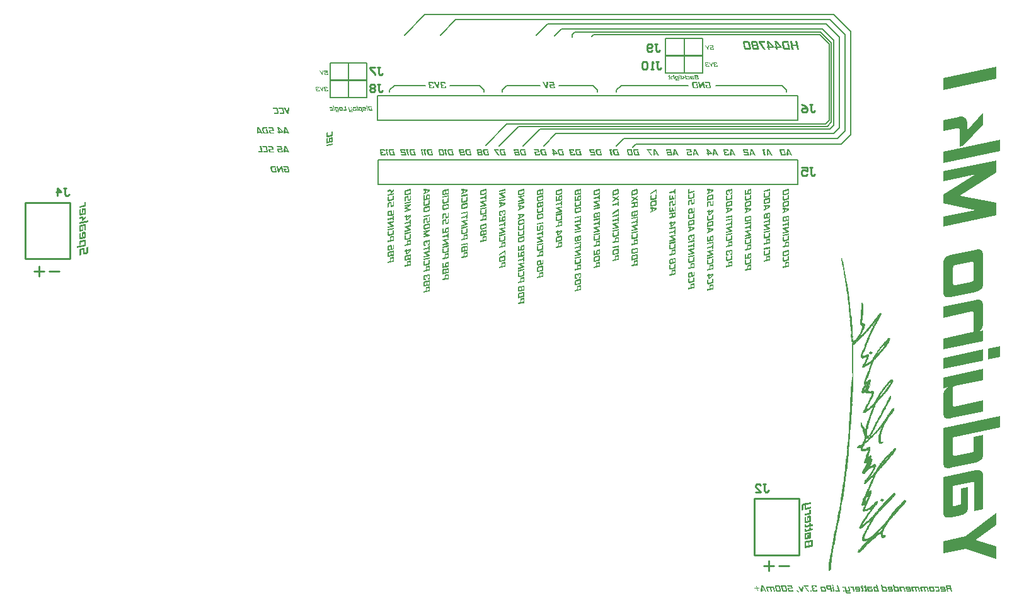
<source format=gbo>
G04*
G04 #@! TF.GenerationSoftware,Altium Limited,CircuitMaker,2.2.1 (2.2.1.6)*
G04*
G04 Layer_Color=13813960*
%FSLAX25Y25*%
%MOIN*%
G70*
G04*
G04 #@! TF.SameCoordinates,623927E7-3B73-4545-9663-4BBB84DB28C7*
G04*
G04*
G04 #@! TF.FilePolarity,Positive*
G04*
G01*
G75*
%ADD10C,0.01000*%
%ADD11C,0.00787*%
%ADD16C,0.00500*%
G36*
X1076077Y337228D02*
X1075914Y337392D01*
X1075832Y337433D01*
X1075689Y337576D01*
X1075648Y337658D01*
X1075586Y337719D01*
X1075463Y337679D01*
X1075361Y337576D01*
X1075320Y337494D01*
X1075075Y337331D01*
X1074952Y337208D01*
X1074911Y337126D01*
X1074809Y337024D01*
X1074727Y336983D01*
X1074583Y336880D01*
X1074461Y336676D01*
X1074215Y336512D01*
X1074031Y336246D01*
X1073826Y336123D01*
X1073683Y335898D01*
X1073580Y335795D01*
X1073499Y335755D01*
X1073396Y335652D01*
X1073335Y335386D01*
X1073273Y335243D01*
X1073130Y335100D01*
X1072823Y335038D01*
X1072578Y334834D01*
X1072537Y334752D01*
X1072475Y334690D01*
X1072393Y334649D01*
X1072168Y334465D01*
X1072127Y334383D01*
X1072025Y334281D01*
X1071943Y334240D01*
X1071841Y334138D01*
X1071800Y334056D01*
X1071657Y333872D01*
X1071452Y333749D01*
X1071309Y333524D01*
X1071063Y333360D01*
X1071022Y333278D01*
X1070838Y333053D01*
X1070756Y333012D01*
X1070654Y332910D01*
X1070613Y332828D01*
X1070428Y332644D01*
X1070347Y332603D01*
X1070244Y332500D01*
X1070203Y332255D01*
X1070060Y331989D01*
X1069978Y331948D01*
X1069917Y331886D01*
X1069753Y331600D01*
X1069651Y331497D01*
X1069569Y331456D01*
X1069426Y331313D01*
X1069385Y331231D01*
X1069282Y331129D01*
X1069201Y331088D01*
X1069057Y330945D01*
X1069016Y330863D01*
X1068873Y330720D01*
X1068791Y330679D01*
X1068648Y330536D01*
X1068607Y330044D01*
X1068505Y329942D01*
X1068423Y329901D01*
X1068320Y329840D01*
X1068279Y329758D01*
X1068095Y329533D01*
X1067911Y329430D01*
X1067788Y329226D01*
X1067686Y329123D01*
X1067604Y329082D01*
X1067502Y328980D01*
X1067461Y328898D01*
X1067317Y328755D01*
X1067133Y328653D01*
X1067092Y328489D01*
X1067052Y328079D01*
X1066990Y328018D01*
X1066908Y327977D01*
X1066724Y327834D01*
X1066683Y327670D01*
X1066642Y327302D01*
X1066581Y327240D01*
X1066499Y327199D01*
X1066356Y327097D01*
X1066233Y326892D01*
X1066131Y326790D01*
X1066049Y326749D01*
X1065905Y326606D01*
X1065864Y326524D01*
X1065721Y326381D01*
X1065639Y326340D01*
X1065537Y326237D01*
X1065496Y326155D01*
X1065353Y326012D01*
X1065271Y325971D01*
X1065128Y325828D01*
X1065087Y325337D01*
X1064984Y325235D01*
X1064780Y325112D01*
X1064718Y325050D01*
X1064677Y324968D01*
X1064534Y324825D01*
X1064452Y324784D01*
X1064309Y324641D01*
X1064268Y324559D01*
X1064166Y324457D01*
X1064084Y324416D01*
X1063981Y324313D01*
X1063941Y324232D01*
X1063797Y324047D01*
X1063593Y323925D01*
X1063449Y323699D01*
X1063204Y323536D01*
X1063163Y323454D01*
X1063019Y323270D01*
X1062815Y323147D01*
X1062671Y322922D01*
X1062426Y322758D01*
X1062221Y322471D01*
X1062160Y322410D01*
X1062078Y322369D01*
X1062017Y322308D01*
X1061976Y322226D01*
X1061832Y322083D01*
X1061628Y321960D01*
X1061484Y321735D01*
X1061423Y321673D01*
X1061341Y321632D01*
X1061198Y321489D01*
X1061157Y321407D01*
X1061055Y321305D01*
X1060850Y321182D01*
X1060707Y320957D01*
X1060461Y320793D01*
X1060256Y320507D01*
X1060195Y320445D01*
X1060113Y320404D01*
X1060052Y320343D01*
X1060011Y320261D01*
X1059867Y320118D01*
X1059663Y319995D01*
X1059520Y319770D01*
X1059274Y319606D01*
X1059233Y319524D01*
X1059090Y319340D01*
X1058885Y319217D01*
X1058824Y319156D01*
X1058783Y319074D01*
X1058680Y318972D01*
X1058599Y318931D01*
X1058455Y318787D01*
X1058333Y318583D01*
X1058148Y318521D01*
X1057780Y318480D01*
X1057637Y318337D01*
X1057596Y318255D01*
X1057493Y318153D01*
X1057411Y318112D01*
X1057268Y317969D01*
X1057227Y317887D01*
X1057084Y317743D01*
X1056736Y317682D01*
X1056593Y317580D01*
X1056429Y317416D01*
X1056224Y317334D01*
X1055938Y317170D01*
X1055856Y317089D01*
X1055651Y317007D01*
X1055488Y316966D01*
X1054792Y317007D01*
X1054669Y317048D01*
X1054259Y317089D01*
X1054198Y317150D01*
X1054157Y317314D01*
X1054116Y317723D01*
X1054157Y318092D01*
X1054341Y318317D01*
X1054526Y318746D01*
X1054566Y319279D01*
X1054812Y319524D01*
X1054873Y319749D01*
X1054914Y319913D01*
X1055017Y320056D01*
X1055078Y320118D01*
X1055160Y320159D01*
X1055303Y320302D01*
X1055344Y320548D01*
X1055467Y320752D01*
X1055631Y320916D01*
X1055672Y321080D01*
X1055713Y321530D01*
X1055897Y321714D01*
X1055979Y321755D01*
X1056081Y321857D01*
X1056122Y322308D01*
X1056265Y322451D01*
X1056347Y322492D01*
X1056450Y322594D01*
X1056490Y322758D01*
X1056552Y323024D01*
X1056634Y323147D01*
X1056716Y323188D01*
X1056777Y323249D01*
X1056818Y323331D01*
X1056859Y323454D01*
X1056900Y323904D01*
X1057002Y324007D01*
X1057084Y324047D01*
X1057227Y324150D01*
X1057268Y324313D01*
X1057391Y324641D01*
X1057596Y324846D01*
X1057698Y325112D01*
X1057862Y325275D01*
X1057944Y325316D01*
X1058005Y325378D01*
X1058066Y325849D01*
X1058230Y326012D01*
X1058312Y326053D01*
X1058455Y326197D01*
X1058517Y326422D01*
X1058578Y326483D01*
X1058619Y326565D01*
X1058742Y326688D01*
X1058885Y327077D01*
X1058967Y327158D01*
X1059049Y327199D01*
X1059192Y327302D01*
X1059233Y327465D01*
X1059274Y327916D01*
X1059458Y328141D01*
X1059601Y328489D01*
X1059724Y328693D01*
X1059786Y328755D01*
X1059970Y328857D01*
X1060093Y329062D01*
X1060195Y329164D01*
X1060277Y329205D01*
X1060379Y329308D01*
X1060420Y329389D01*
X1060522Y329533D01*
X1060604Y329573D01*
X1060748Y329676D01*
X1060789Y329758D01*
X1060932Y329901D01*
X1061014Y329942D01*
X1061157Y330044D01*
X1061300Y330310D01*
X1061382Y330351D01*
X1061566Y330536D01*
X1061628Y330842D01*
X1061689Y330986D01*
X1061751Y331047D01*
X1061832Y331088D01*
X1061935Y331190D01*
X1062078Y331456D01*
X1062242Y331497D01*
X1062528Y331538D01*
X1062610Y331579D01*
X1062712Y331682D01*
X1062794Y332009D01*
X1062917Y332214D01*
X1063142Y332357D01*
X1063572Y332787D01*
X1063695Y332992D01*
X1063900Y333155D01*
X1064043Y333421D01*
X1064248Y333544D01*
X1064309Y333606D01*
X1064350Y333687D01*
X1064411Y333790D01*
X1064493Y333831D01*
X1064718Y334015D01*
X1064759Y334097D01*
X1064821Y334199D01*
X1064902Y334240D01*
X1065128Y334424D01*
X1065230Y334608D01*
X1065435Y334731D01*
X1065496Y334793D01*
X1065537Y334875D01*
X1065598Y334977D01*
X1065680Y335018D01*
X1065905Y335202D01*
X1066008Y335386D01*
X1066212Y335509D01*
X1066274Y335570D01*
X1066397Y335775D01*
X1066499Y335877D01*
X1066622Y335918D01*
X1066847Y336103D01*
X1067010Y336225D01*
X1067195Y336573D01*
X1067399Y336696D01*
X1067461Y336757D01*
X1067502Y336839D01*
X1067563Y336942D01*
X1067645Y336983D01*
X1067870Y337167D01*
X1067972Y337351D01*
X1068177Y337474D01*
X1068239Y337535D01*
X1068279Y337617D01*
X1068382Y337760D01*
X1068587Y337883D01*
X1068648Y337945D01*
X1068730Y338149D01*
X1068832Y338293D01*
X1068914Y338334D01*
X1069016Y338599D01*
X1069078Y338825D01*
X1069201Y338948D01*
X1069528Y339029D01*
X1069733Y339152D01*
X1069835Y339500D01*
X1069876Y339582D01*
X1069937Y339684D01*
X1070019Y339725D01*
X1070162Y339828D01*
X1070203Y339909D01*
X1070388Y340135D01*
X1070469Y340176D01*
X1070613Y340319D01*
X1070572Y340810D01*
X1070428Y340953D01*
X1070347Y340994D01*
X1070244Y341096D01*
X1070203Y341178D01*
X1070060Y341322D01*
X1069569Y341281D01*
X1069467Y341178D01*
X1069426Y341096D01*
X1069242Y340912D01*
X1069160Y340871D01*
X1069057Y340769D01*
X1069016Y340687D01*
X1068873Y340544D01*
X1068791Y340503D01*
X1068648Y340360D01*
X1068607Y340278D01*
X1068464Y340135D01*
X1068382Y340094D01*
X1068279Y339991D01*
X1068239Y339909D01*
X1068095Y339766D01*
X1068013Y339725D01*
X1067870Y339582D01*
X1067747Y339377D01*
X1067604Y339275D01*
X1067502Y339173D01*
X1067461Y339091D01*
X1067399Y339029D01*
X1067317Y338988D01*
X1067092Y338804D01*
X1066970Y338599D01*
X1066908Y338538D01*
X1066826Y338497D01*
X1066724Y338395D01*
X1066683Y338313D01*
X1066581Y338211D01*
X1066376Y338088D01*
X1066315Y338026D01*
X1066274Y337945D01*
X1066131Y337801D01*
X1066049Y337760D01*
X1065905Y337617D01*
X1065803Y337433D01*
X1065721Y337392D01*
X1065578Y337290D01*
X1065537Y337208D01*
X1065435Y337065D01*
X1065353Y337024D01*
X1065128Y336839D01*
X1065005Y336635D01*
X1064943Y336573D01*
X1064861Y336532D01*
X1064759Y336430D01*
X1064718Y336348D01*
X1064616Y336246D01*
X1064411Y336123D01*
X1064350Y336062D01*
X1064227Y335857D01*
X1064166Y335795D01*
X1064084Y335755D01*
X1063981Y335652D01*
X1063941Y335489D01*
X1063838Y335222D01*
X1063715Y335100D01*
X1063634Y335059D01*
X1063490Y334915D01*
X1063449Y334834D01*
X1063347Y334731D01*
X1063265Y334690D01*
X1062835Y334261D01*
X1062733Y333994D01*
X1062610Y333872D01*
X1062426Y333769D01*
X1062385Y333687D01*
X1062201Y333462D01*
X1062017Y333360D01*
X1061873Y333094D01*
X1061791Y333053D01*
X1061607Y332869D01*
X1061484Y332664D01*
X1061382Y332562D01*
X1061300Y332521D01*
X1061239Y332296D01*
X1061198Y332132D01*
X1061096Y331948D01*
X1060809Y331784D01*
X1060707Y331641D01*
X1060563Y331497D01*
X1060502Y331477D01*
X1060461Y331395D01*
X1060277Y331129D01*
X1060195Y331088D01*
X1060011Y330904D01*
X1059970Y330822D01*
X1059908Y330761D01*
X1059704Y330638D01*
X1059642Y330576D01*
X1059601Y330413D01*
X1059560Y330044D01*
X1059458Y329942D01*
X1059376Y329901D01*
X1059233Y329758D01*
X1059192Y329676D01*
X1059049Y329533D01*
X1058967Y329492D01*
X1058824Y329348D01*
X1058783Y329267D01*
X1058680Y329164D01*
X1058599Y329123D01*
X1058455Y328980D01*
X1058414Y328898D01*
X1058271Y328755D01*
X1058189Y328714D01*
X1058046Y328571D01*
X1057944Y328386D01*
X1057862Y328345D01*
X1057718Y328243D01*
X1057677Y328161D01*
X1057575Y328018D01*
X1057370Y327895D01*
X1057268Y327793D01*
X1057227Y327711D01*
X1057084Y327568D01*
X1057002Y327527D01*
X1056859Y327383D01*
X1056818Y327302D01*
X1056716Y327199D01*
X1056634Y327158D01*
X1056490Y327015D01*
X1056450Y326933D01*
X1056306Y326790D01*
X1056102Y326708D01*
X1055876Y326524D01*
X1055651Y326422D01*
X1055447Y326340D01*
X1055303Y326197D01*
X1055262Y326115D01*
X1055201Y326053D01*
X1055119Y326012D01*
X1054935Y325869D01*
X1054894Y325787D01*
X1054792Y325644D01*
X1054587Y325521D01*
X1054526Y325460D01*
X1054423Y325275D01*
X1054341Y325235D01*
X1054116Y325091D01*
X1054075Y325009D01*
X1053932Y324866D01*
X1053850Y324825D01*
X1053707Y324682D01*
X1053605Y324498D01*
X1053502Y324477D01*
X1053298Y324600D01*
X1053339Y324887D01*
X1053379Y325050D01*
X1053523Y325194D01*
X1053605Y325235D01*
X1053707Y325337D01*
X1053748Y325501D01*
X1053850Y325767D01*
X1053993Y325910D01*
X1054034Y325992D01*
X1054219Y326381D01*
X1054300Y326422D01*
X1054485Y326606D01*
X1054546Y326913D01*
X1054607Y327056D01*
X1054669Y327117D01*
X1054751Y327158D01*
X1054853Y327261D01*
X1054976Y327465D01*
X1055078Y327568D01*
X1055160Y327609D01*
X1055262Y327711D01*
X1055406Y328100D01*
X1055549Y328243D01*
X1055590Y328325D01*
X1055795Y328693D01*
X1055856Y328755D01*
X1056040Y328857D01*
X1056081Y329021D01*
X1056122Y329308D01*
X1056163Y329389D01*
X1056306Y329533D01*
X1056388Y329573D01*
X1056552Y329860D01*
X1056634Y329901D01*
X1056859Y330085D01*
X1056941Y330290D01*
X1057002Y330392D01*
X1057084Y330433D01*
X1057145Y330494D01*
X1057227Y330781D01*
X1057309Y330986D01*
X1057411Y331088D01*
X1057493Y331129D01*
X1057677Y331313D01*
X1057718Y331395D01*
X1057862Y331538D01*
X1057944Y331579D01*
X1058005Y331641D01*
X1058046Y331804D01*
X1058107Y332070D01*
X1058189Y332193D01*
X1058271Y332234D01*
X1058373Y332337D01*
X1058537Y332623D01*
X1058783Y332787D01*
X1058947Y333073D01*
X1059008Y333135D01*
X1059090Y333176D01*
X1059151Y333237D01*
X1059192Y333319D01*
X1059376Y333544D01*
X1059458Y333585D01*
X1059520Y333646D01*
X1059601Y333974D01*
X1059642Y334097D01*
X1059786Y334240D01*
X1059867Y334281D01*
X1060011Y334424D01*
X1060052Y334506D01*
X1060195Y334649D01*
X1060277Y334690D01*
X1060420Y334834D01*
X1060522Y335018D01*
X1060604Y335059D01*
X1060748Y335161D01*
X1060911Y335611D01*
X1061116Y335816D01*
X1061198Y336021D01*
X1061157Y336880D01*
X1061055Y336983D01*
X1060891Y337024D01*
X1060604Y336983D01*
X1060522Y336942D01*
X1060420Y336839D01*
X1060379Y336757D01*
X1060236Y336614D01*
X1060154Y336573D01*
X1060052Y336512D01*
X1060011Y336430D01*
X1059867Y336246D01*
X1059704Y336205D01*
X1059356Y336021D01*
X1059274Y335816D01*
X1059233Y335652D01*
X1059192Y335570D01*
X1059049Y335427D01*
X1058844Y335304D01*
X1058742Y335161D01*
X1058640Y335059D01*
X1058373Y334997D01*
X1058148Y334854D01*
X1058046Y334711D01*
X1057903Y334527D01*
X1057821Y334486D01*
X1057759Y334424D01*
X1057718Y334342D01*
X1057575Y334199D01*
X1057493Y334158D01*
X1057289Y333953D01*
X1056920Y333749D01*
X1056756Y333503D01*
X1056593Y333462D01*
X1056265Y333421D01*
X1056163Y333360D01*
X1056122Y333278D01*
X1055979Y333094D01*
X1055774Y333012D01*
X1055610Y332971D01*
X1055324Y332766D01*
X1055119Y332684D01*
X1054628Y332726D01*
X1054526Y332828D01*
X1054566Y333360D01*
X1054669Y333462D01*
X1054853Y333565D01*
X1054894Y333728D01*
X1054935Y334138D01*
X1054996Y334199D01*
X1055078Y334240D01*
X1055262Y334383D01*
X1055303Y334547D01*
X1055344Y334956D01*
X1055488Y335100D01*
X1055569Y335141D01*
X1055631Y335202D01*
X1055672Y335489D01*
X1055713Y335693D01*
X1055856Y335918D01*
X1055938Y335959D01*
X1055999Y336143D01*
X1056040Y336307D01*
X1056122Y336921D01*
X1056204Y337003D01*
X1056224Y337065D01*
X1056306Y337105D01*
X1056368Y337167D01*
X1056450Y337453D01*
X1056511Y337679D01*
X1056654Y337904D01*
X1056777Y338026D01*
X1056838Y338252D01*
X1056879Y338784D01*
X1056961Y338907D01*
X1057043Y338948D01*
X1057227Y339091D01*
X1057268Y339254D01*
X1057309Y339787D01*
X1057493Y340012D01*
X1057637Y340278D01*
X1057677Y340810D01*
X1057821Y340953D01*
X1057903Y340994D01*
X1058046Y341137D01*
X1058005Y342775D01*
X1057903Y342877D01*
X1057739Y342836D01*
X1057452Y342550D01*
X1056961Y342468D01*
X1056900Y342406D01*
X1056777Y342202D01*
X1056675Y342099D01*
X1056593Y342181D01*
X1056531Y342202D01*
X1056490Y342366D01*
X1056613Y342570D01*
X1056736Y342693D01*
X1056818Y342898D01*
X1056859Y343061D01*
X1056900Y343553D01*
X1057002Y343655D01*
X1057207Y343778D01*
X1057268Y343962D01*
X1057309Y344371D01*
X1057452Y344514D01*
X1057534Y344555D01*
X1057596Y344617D01*
X1057637Y344781D01*
X1057677Y345108D01*
X1057821Y345292D01*
X1057903Y345333D01*
X1058005Y345436D01*
X1058046Y345845D01*
X1058087Y346131D01*
X1058210Y346336D01*
X1058414Y346541D01*
X1058455Y346705D01*
X1058496Y347155D01*
X1058640Y347339D01*
X1058721Y347380D01*
X1058824Y347728D01*
X1058865Y348219D01*
X1058926Y348321D01*
X1059008Y348362D01*
X1059192Y348506D01*
X1059233Y348669D01*
X1059274Y349079D01*
X1059335Y349140D01*
X1059417Y349181D01*
X1059601Y349324D01*
X1059642Y349816D01*
X1059786Y350000D01*
X1059867Y350041D01*
X1059970Y350143D01*
X1060011Y350552D01*
X1060072Y350818D01*
X1060154Y351023D01*
X1060236Y351064D01*
X1060338Y351166D01*
X1060420Y351371D01*
X1060461Y351453D01*
X1060563Y351596D01*
X1060645Y351637D01*
X1060748Y351739D01*
X1060809Y352169D01*
X1060973Y352333D01*
X1061055Y352374D01*
X1061198Y352517D01*
X1061239Y352599D01*
X1061341Y352701D01*
X1061423Y352742D01*
X1061607Y352926D01*
X1061648Y353008D01*
X1061751Y353111D01*
X1061832Y353152D01*
X1061976Y353295D01*
X1062017Y353459D01*
X1062221Y353745D01*
X1062324Y353848D01*
X1062405Y353889D01*
X1062487Y353970D01*
X1062569Y354011D01*
X1062671Y354114D01*
X1062712Y354195D01*
X1062794Y354277D01*
X1062835Y354359D01*
X1063142Y354666D01*
X1063224Y354707D01*
X1063306Y354789D01*
X1063388Y354830D01*
X1063449Y354891D01*
X1063490Y354973D01*
X1063654Y355137D01*
X1063674Y355198D01*
X1063756Y355239D01*
X1063900Y355505D01*
X1063981Y355710D01*
X1064125Y355853D01*
X1064350Y355915D01*
X1064555Y355997D01*
X1064636Y356079D01*
X1064698Y356304D01*
X1064739Y356467D01*
X1064861Y356631D01*
X1065066Y356754D01*
X1065209Y356979D01*
X1065353Y357122D01*
X1065435Y357163D01*
X1065639Y357409D01*
X1065844Y357532D01*
X1066028Y357880D01*
X1066131Y357982D01*
X1066192Y358002D01*
X1066274Y358207D01*
X1066417Y358514D01*
X1066499Y358555D01*
X1066724Y358739D01*
X1066867Y358923D01*
X1066949Y358964D01*
X1067010Y359026D01*
X1067174Y359312D01*
X1067277Y359415D01*
X1067358Y359455D01*
X1067461Y359558D01*
X1067625Y359844D01*
X1067829Y360049D01*
X1067870Y360131D01*
X1067972Y360233D01*
X1068054Y360274D01*
X1068198Y360418D01*
X1068279Y360786D01*
X1068382Y360929D01*
X1068464Y360970D01*
X1068607Y361072D01*
X1068648Y361154D01*
X1068791Y361338D01*
X1068873Y361379D01*
X1069016Y361482D01*
X1069139Y361686D01*
X1069201Y361748D01*
X1069405Y361871D01*
X1069467Y362055D01*
X1069528Y362321D01*
X1069753Y362546D01*
X1069917Y362833D01*
X1070019Y362935D01*
X1070101Y362976D01*
X1070203Y363078D01*
X1070326Y363283D01*
X1070388Y363344D01*
X1070469Y363385D01*
X1070572Y363488D01*
X1070654Y363815D01*
X1070715Y364040D01*
X1070797Y364245D01*
X1070981Y364552D01*
X1071002Y364736D01*
X1070838Y364900D01*
X1070756Y364941D01*
X1070613Y365084D01*
X1070572Y365166D01*
X1070428Y365309D01*
X1070142Y365104D01*
X1070019Y364982D01*
X1069814Y364900D01*
X1069528Y364736D01*
X1069467Y364511D01*
X1069426Y364347D01*
X1069385Y364265D01*
X1069282Y364163D01*
X1069078Y364040D01*
X1068730Y363692D01*
X1068566Y363406D01*
X1068505Y363344D01*
X1068423Y363303D01*
X1068320Y363242D01*
X1068279Y363160D01*
X1068095Y362935D01*
X1068013Y362894D01*
X1067870Y362751D01*
X1067829Y362669D01*
X1067727Y362566D01*
X1067645Y362526D01*
X1067543Y362464D01*
X1067502Y362382D01*
X1067317Y362157D01*
X1067236Y362116D01*
X1067133Y362055D01*
X1067010Y361850D01*
X1066949Y361789D01*
X1066867Y361748D01*
X1066765Y361686D01*
X1066724Y361605D01*
X1066540Y361379D01*
X1066458Y361338D01*
X1066356Y361277D01*
X1066315Y361195D01*
X1066131Y360970D01*
X1065987Y360909D01*
X1065946Y360827D01*
X1065762Y360602D01*
X1065680Y360561D01*
X1065496Y360377D01*
X1065455Y360295D01*
X1065353Y360192D01*
X1065271Y360151D01*
X1065168Y360090D01*
X1065046Y359885D01*
X1064984Y359824D01*
X1064902Y359783D01*
X1064800Y359722D01*
X1064759Y359640D01*
X1064718Y359517D01*
X1064677Y359149D01*
X1064575Y359046D01*
X1064411Y359005D01*
X1064043Y358801D01*
X1063920Y358637D01*
X1063838Y358596D01*
X1063613Y358412D01*
X1063572Y358330D01*
X1063388Y358105D01*
X1063245Y357961D01*
X1063183Y357736D01*
X1063101Y357532D01*
X1062978Y357409D01*
X1062897Y357368D01*
X1062794Y357265D01*
X1062753Y357184D01*
X1062651Y357081D01*
X1062446Y356959D01*
X1062385Y356897D01*
X1062344Y356406D01*
X1062201Y356263D01*
X1062119Y356222D01*
X1061976Y356079D01*
X1061935Y355997D01*
X1061791Y355853D01*
X1061709Y355812D01*
X1061566Y355669D01*
X1061525Y355260D01*
X1061341Y355076D01*
X1061280Y355055D01*
X1061239Y354973D01*
X1061157Y354769D01*
X1061034Y354564D01*
X1060952Y354482D01*
X1060830Y354195D01*
X1060707Y353991D01*
X1060604Y353889D01*
X1060522Y353848D01*
X1060420Y353745D01*
X1060379Y353459D01*
X1060297Y353254D01*
X1060236Y353193D01*
X1060154Y353152D01*
X1060093Y353090D01*
X1059970Y352804D01*
X1059929Y352722D01*
X1059827Y352579D01*
X1059765Y352558D01*
X1059642Y352272D01*
X1059560Y352067D01*
X1059458Y351965D01*
X1059376Y351924D01*
X1059233Y351780D01*
X1059131Y351596D01*
X1059049Y351555D01*
X1058865Y351412D01*
X1058742Y351207D01*
X1058680Y351146D01*
X1058599Y351105D01*
X1058455Y350962D01*
X1058414Y350880D01*
X1058271Y350736D01*
X1058087Y350634D01*
X1058025Y350286D01*
X1057944Y350082D01*
X1057780Y350041D01*
X1057616Y350082D01*
X1057473Y350143D01*
X1057514Y350225D01*
X1057596Y350307D01*
X1057657Y350573D01*
X1057821Y350778D01*
X1058005Y350880D01*
X1058066Y351392D01*
X1058230Y351555D01*
X1058312Y351596D01*
X1058455Y351739D01*
X1058496Y351862D01*
X1058680Y352087D01*
X1058742Y352149D01*
X1058824Y352476D01*
X1058885Y352947D01*
X1059049Y353111D01*
X1059131Y353152D01*
X1059192Y353213D01*
X1059294Y353479D01*
X1059458Y353520D01*
X1059601Y353663D01*
X1059642Y354154D01*
X1059786Y354298D01*
X1059867Y354339D01*
X1059970Y354441D01*
X1060011Y354605D01*
X1060052Y354973D01*
X1060236Y355198D01*
X1060338Y355301D01*
X1060420Y355792D01*
X1060379Y356160D01*
X1060195Y356345D01*
X1060113Y356385D01*
X1059949Y356590D01*
X1059786Y356631D01*
X1059335Y356590D01*
X1059233Y356488D01*
X1059192Y356406D01*
X1059049Y356263D01*
X1058558Y356222D01*
X1058455Y356119D01*
X1058333Y355915D01*
X1058148Y355853D01*
X1057780Y355812D01*
X1057718Y355751D01*
X1057514Y355383D01*
X1057452Y355321D01*
X1057391Y355383D01*
X1057350Y355464D01*
X1057268Y355669D01*
X1057330Y355976D01*
X1057391Y356119D01*
X1057452Y356181D01*
X1057534Y356222D01*
X1057637Y356406D01*
X1057800Y356693D01*
X1057944Y356795D01*
X1058005Y356979D01*
X1058087Y358371D01*
X1058230Y358555D01*
X1058312Y358596D01*
X1058373Y358657D01*
X1058455Y358821D01*
X1058414Y358944D01*
X1058373Y359189D01*
X1058087Y359476D01*
X1057923Y359763D01*
X1057698Y359906D01*
X1057677Y360049D01*
X1057780Y360151D01*
X1057862Y360192D01*
X1058005Y360295D01*
X1058046Y360458D01*
X1058005Y360786D01*
X1057821Y360970D01*
X1057759Y360991D01*
X1057718Y361072D01*
X1057534Y361338D01*
X1057432Y361359D01*
X1057268Y361195D01*
X1057227Y361113D01*
X1057084Y360970D01*
X1056879Y360847D01*
X1056756Y360643D01*
X1056593Y360602D01*
X1056224Y360643D01*
X1056163Y360704D01*
X1056143Y360806D01*
X1056265Y360929D01*
X1056347Y360970D01*
X1056450Y361072D01*
X1056490Y361236D01*
X1056531Y362096D01*
X1056675Y362280D01*
X1056736Y362300D01*
X1056818Y362505D01*
X1056859Y362792D01*
X1056900Y363201D01*
X1057125Y363426D01*
X1057186Y363447D01*
X1057227Y363610D01*
X1057268Y363897D01*
X1057227Y365575D01*
X1057166Y365637D01*
X1057002Y365677D01*
X1056143Y365637D01*
X1055917Y365452D01*
X1055856Y365391D01*
X1055692Y365350D01*
X1055569Y365309D01*
X1055365Y365186D01*
X1055242Y364982D01*
X1055160Y364941D01*
X1054792Y364736D01*
X1054669Y364613D01*
X1054382Y364531D01*
X1054219Y364490D01*
X1053482Y364531D01*
X1053339Y364675D01*
X1053379Y365411D01*
X1053564Y365637D01*
X1053666Y365739D01*
X1053707Y365903D01*
X1053748Y366312D01*
X1053809Y366414D01*
X1053891Y366455D01*
X1054116Y366639D01*
X1054178Y367069D01*
X1054341Y367233D01*
X1054546Y367356D01*
X1054648Y367458D01*
X1054669Y367520D01*
X1054751Y367561D01*
X1054894Y367704D01*
X1054935Y367786D01*
X1055078Y367970D01*
X1055242Y368011D01*
X1055508Y368072D01*
X1055569Y368134D01*
X1055631Y368154D01*
X1055672Y368236D01*
X1055774Y368379D01*
X1055856Y368420D01*
X1056081Y368604D01*
X1056224Y368789D01*
X1056306Y368829D01*
X1056490Y369014D01*
X1056531Y369095D01*
X1056675Y369239D01*
X1056756Y369280D01*
X1056859Y369382D01*
X1056900Y369464D01*
X1057043Y369607D01*
X1057125Y369648D01*
X1057309Y369832D01*
X1057350Y369914D01*
X1057411Y369976D01*
X1057493Y370017D01*
X1057637Y370160D01*
X1057677Y370242D01*
X1057739Y370344D01*
X1057821Y370385D01*
X1057944Y370426D01*
X1058148Y370508D01*
X1058373Y370692D01*
X1058517Y370835D01*
X1058599Y370876D01*
X1058701Y370938D01*
X1058783Y371142D01*
X1058824Y371306D01*
X1058947Y371511D01*
X1059008Y371572D01*
X1059090Y371613D01*
X1059233Y371756D01*
X1059274Y371838D01*
X1059376Y371940D01*
X1059458Y371981D01*
X1059601Y372125D01*
X1059642Y372206D01*
X1059704Y372309D01*
X1059786Y372350D01*
X1060011Y372534D01*
X1060154Y372718D01*
X1060236Y372759D01*
X1060420Y372943D01*
X1060481Y373087D01*
X1060563Y373128D01*
X1060789Y373312D01*
X1060830Y373394D01*
X1061014Y373578D01*
X1061096Y373619D01*
X1061198Y373721D01*
X1061321Y373926D01*
X1061382Y373987D01*
X1061464Y374028D01*
X1061566Y374131D01*
X1061607Y374212D01*
X1061709Y374315D01*
X1061914Y374437D01*
X1061976Y374499D01*
X1062037Y374806D01*
X1062098Y374949D01*
X1062303Y375154D01*
X1062467Y375440D01*
X1062528Y375502D01*
X1062692Y375543D01*
X1062835Y375686D01*
X1062876Y375891D01*
X1062978Y376034D01*
X1063081Y375768D01*
X1063040Y375399D01*
X1062835Y375113D01*
X1062753Y374908D01*
X1062712Y374499D01*
X1062569Y374356D01*
X1062487Y374315D01*
X1062426Y374253D01*
X1062385Y374090D01*
X1062344Y373516D01*
X1062303Y373394D01*
X1062057Y372862D01*
X1061976Y372534D01*
X1061935Y372084D01*
X1061791Y371940D01*
X1061709Y371900D01*
X1061648Y371838D01*
X1061607Y371674D01*
X1061566Y370897D01*
X1061525Y369873D01*
X1061484Y369750D01*
X1061444Y369382D01*
X1061566Y369095D01*
X1061607Y368195D01*
X1061751Y368052D01*
X1061832Y368011D01*
X1061976Y367867D01*
X1062037Y367561D01*
X1062098Y367417D01*
X1062201Y367315D01*
X1062364Y367274D01*
X1062569Y367192D01*
X1062958Y367172D01*
X1063408Y367376D01*
X1063552Y367561D01*
X1063634Y367601D01*
X1063838Y367724D01*
X1063941Y367827D01*
X1064002Y368052D01*
X1064104Y368277D01*
X1063920Y368379D01*
X1063756Y368420D01*
X1063388Y368379D01*
X1063347Y368338D01*
X1063060Y368461D01*
X1062856Y368584D01*
X1062815Y369075D01*
X1062753Y369628D01*
X1062794Y370938D01*
X1062835Y371060D01*
X1062876Y372248D01*
X1062938Y372309D01*
X1063019Y372350D01*
X1063122Y372452D01*
X1063163Y372616D01*
X1063204Y373435D01*
X1063306Y373537D01*
X1063511Y373660D01*
X1063552Y374192D01*
X1063593Y374560D01*
X1063674Y374683D01*
X1063756Y374724D01*
X1063900Y374826D01*
X1063941Y374990D01*
X1063981Y375768D01*
X1064125Y375911D01*
X1064207Y375952D01*
X1064350Y376095D01*
X1064391Y376587D01*
X1064534Y376730D01*
X1064616Y376771D01*
X1064677Y376832D01*
X1064718Y376996D01*
X1064759Y377528D01*
X1064882Y377733D01*
X1065046Y377896D01*
X1065209Y378183D01*
X1065271Y378244D01*
X1065353Y378285D01*
X1065496Y378429D01*
X1065537Y378920D01*
X1065639Y379022D01*
X1065844Y379145D01*
X1065905Y379206D01*
X1065967Y379431D01*
X1066110Y379657D01*
X1066192Y379738D01*
X1066274Y379943D01*
X1066397Y380148D01*
X1066499Y380250D01*
X1066581Y380291D01*
X1066683Y380393D01*
X1066724Y380885D01*
X1066826Y380987D01*
X1066908Y381028D01*
X1067052Y381130D01*
X1067256Y381499D01*
X1067379Y381621D01*
X1067543Y382072D01*
X1067645Y382174D01*
X1067727Y382215D01*
X1067870Y382358D01*
X1067911Y382440D01*
X1068054Y382583D01*
X1068136Y382624D01*
X1068239Y382727D01*
X1068279Y382808D01*
X1068341Y382911D01*
X1068423Y382952D01*
X1068648Y383136D01*
X1068771Y383341D01*
X1068832Y383402D01*
X1068914Y383443D01*
X1069016Y383545D01*
X1069078Y384016D01*
X1069282Y384262D01*
X1069344Y384282D01*
X1069385Y384364D01*
X1069569Y384630D01*
X1069651Y384671D01*
X1069712Y384732D01*
X1069794Y384937D01*
X1069855Y385203D01*
X1069978Y385531D01*
X1070019Y385735D01*
X1070040Y385919D01*
X1069814Y386145D01*
X1069733Y386186D01*
X1069651Y386267D01*
X1069364Y386145D01*
X1069201Y386104D01*
X1069057Y385960D01*
X1069016Y385879D01*
X1068955Y385776D01*
X1068587Y385572D01*
X1068361Y385346D01*
X1068320Y385265D01*
X1068177Y384998D01*
X1068095Y384958D01*
X1067870Y384773D01*
X1067747Y384569D01*
X1067502Y384323D01*
X1067440Y383934D01*
X1067317Y383811D01*
X1067236Y383770D01*
X1067133Y383668D01*
X1067092Y383504D01*
X1067052Y383095D01*
X1066990Y383034D01*
X1066908Y382993D01*
X1066724Y382849D01*
X1066683Y382768D01*
X1066581Y382624D01*
X1066376Y382502D01*
X1066315Y382440D01*
X1066274Y381949D01*
X1066131Y381806D01*
X1066049Y381765D01*
X1065905Y381621D01*
X1065783Y381417D01*
X1065639Y381314D01*
X1065537Y381212D01*
X1065496Y380762D01*
X1065353Y380619D01*
X1065168Y380516D01*
X1064984Y380005D01*
X1064800Y379820D01*
X1064636Y379534D01*
X1064534Y379431D01*
X1064452Y379391D01*
X1064350Y379288D01*
X1064309Y379206D01*
X1064248Y379104D01*
X1064166Y379063D01*
X1063941Y378879D01*
X1063900Y378388D01*
X1063797Y378285D01*
X1063593Y378163D01*
X1063490Y378060D01*
X1063449Y377978D01*
X1063388Y377917D01*
X1063306Y377876D01*
X1063204Y377774D01*
X1063040Y377487D01*
X1062938Y377385D01*
X1062856Y377344D01*
X1062651Y376893D01*
X1062426Y376668D01*
X1062324Y376402D01*
X1062242Y376320D01*
X1062037Y376198D01*
X1061873Y375952D01*
X1061791Y375911D01*
X1061607Y375768D01*
X1061444Y375481D01*
X1061239Y375318D01*
X1061177Y375010D01*
X1061116Y374867D01*
X1061014Y374765D01*
X1060932Y374724D01*
X1060830Y374663D01*
X1060789Y374581D01*
X1060645Y374396D01*
X1060563Y374356D01*
X1060379Y374212D01*
X1060338Y374131D01*
X1060011Y373803D01*
X1059888Y373598D01*
X1059683Y373476D01*
X1059642Y373394D01*
X1059458Y373168D01*
X1059376Y373128D01*
X1059233Y372984D01*
X1059192Y372902D01*
X1059049Y372759D01*
X1058967Y372718D01*
X1058865Y372616D01*
X1058824Y372534D01*
X1058640Y372350D01*
X1058558Y372309D01*
X1058455Y372206D01*
X1058414Y372125D01*
X1058271Y371981D01*
X1058087Y371920D01*
X1058005Y371715D01*
X1057862Y371572D01*
X1057677Y371674D01*
X1057718Y371879D01*
X1057862Y372022D01*
X1057985Y372063D01*
X1058025Y372268D01*
X1058087Y372616D01*
X1058189Y372718D01*
X1058271Y372759D01*
X1058455Y372943D01*
X1058496Y373271D01*
X1058680Y373496D01*
X1058783Y373598D01*
X1058824Y373762D01*
X1058885Y374192D01*
X1059008Y374315D01*
X1059090Y374356D01*
X1059192Y374458D01*
X1059294Y374724D01*
X1059438Y374949D01*
X1059520Y375031D01*
X1059601Y375236D01*
X1059642Y375359D01*
X1059745Y375502D01*
X1059949Y375624D01*
X1060011Y375809D01*
X1060052Y376341D01*
X1060174Y376546D01*
X1060338Y376709D01*
X1060420Y376914D01*
X1060461Y377364D01*
X1060563Y377467D01*
X1060645Y377507D01*
X1060789Y377651D01*
X1060830Y378101D01*
X1060973Y378244D01*
X1061055Y378285D01*
X1061157Y378388D01*
X1061239Y378592D01*
X1061280Y378674D01*
X1061464Y378899D01*
X1061566Y379165D01*
X1061607Y379697D01*
X1061709Y379800D01*
X1061914Y379923D01*
X1062344Y380352D01*
X1062385Y380516D01*
X1062426Y380925D01*
X1062671Y381089D01*
X1062753Y381171D01*
X1062835Y381662D01*
X1062897Y381724D01*
X1062978Y381765D01*
X1063122Y381908D01*
X1063204Y382113D01*
X1063245Y382194D01*
X1063449Y382399D01*
X1063511Y382624D01*
X1063552Y382788D01*
X1063654Y382931D01*
X1063879Y383075D01*
X1063941Y383136D01*
X1063981Y383709D01*
X1064227Y383955D01*
X1064309Y384241D01*
X1064391Y384446D01*
X1064493Y384548D01*
X1064677Y384651D01*
X1064718Y384814D01*
X1064759Y385183D01*
X1064902Y385326D01*
X1064984Y385367D01*
X1065128Y385510D01*
X1065168Y385633D01*
X1065312Y385817D01*
X1065394Y385858D01*
X1065455Y386042D01*
X1065496Y386206D01*
X1065537Y386615D01*
X1065578Y386779D01*
X1065680Y386881D01*
X1065762Y386922D01*
X1065905Y387066D01*
X1065967Y387291D01*
X1066028Y387352D01*
X1066069Y387434D01*
X1066192Y387557D01*
X1066356Y388007D01*
X1066458Y388150D01*
X1066540Y388191D01*
X1066601Y388253D01*
X1066683Y388580D01*
X1066745Y388928D01*
X1066806Y389071D01*
X1067010Y389276D01*
X1067215Y389645D01*
X1067317Y389747D01*
X1067379Y389767D01*
X1067461Y389972D01*
X1067502Y390300D01*
X1067645Y390443D01*
X1067727Y390484D01*
X1067870Y390627D01*
X1067911Y391159D01*
X1068095Y391384D01*
X1068157Y391446D01*
X1068239Y391732D01*
X1068279Y391896D01*
X1068239Y392633D01*
X1068095Y392776D01*
X1067604Y392735D01*
X1067502Y392633D01*
X1067461Y392223D01*
X1067420Y392142D01*
X1067317Y392039D01*
X1067236Y391998D01*
X1067092Y391855D01*
X1067052Y391323D01*
X1066908Y391139D01*
X1066826Y391098D01*
X1066724Y390832D01*
X1066663Y390606D01*
X1066499Y390443D01*
X1066417Y390402D01*
X1066315Y390300D01*
X1066274Y389808D01*
X1066131Y389665D01*
X1066049Y389624D01*
X1065905Y389481D01*
X1065864Y388990D01*
X1065762Y388887D01*
X1065557Y388764D01*
X1065496Y388580D01*
X1065455Y388212D01*
X1065353Y388109D01*
X1065271Y388069D01*
X1065128Y387925D01*
X1065066Y387577D01*
X1064984Y387414D01*
X1064902Y387373D01*
X1064800Y387270D01*
X1064718Y387066D01*
X1064595Y386861D01*
X1064432Y386697D01*
X1064350Y386370D01*
X1064227Y386165D01*
X1064166Y386104D01*
X1064084Y386063D01*
X1063981Y385960D01*
X1063941Y385551D01*
X1063900Y385469D01*
X1063838Y385367D01*
X1063634Y385244D01*
X1063572Y385183D01*
X1063531Y384692D01*
X1063429Y384589D01*
X1063347Y384548D01*
X1063204Y384446D01*
X1063163Y384282D01*
X1063122Y383873D01*
X1062978Y383730D01*
X1062897Y383689D01*
X1062794Y383586D01*
X1062753Y383095D01*
X1062549Y382808D01*
X1062385Y382440D01*
X1062262Y382235D01*
X1062037Y382092D01*
X1061976Y381908D01*
X1061894Y381540D01*
X1061751Y381437D01*
X1061607Y381294D01*
X1061484Y381089D01*
X1061423Y381028D01*
X1061341Y380987D01*
X1061198Y380844D01*
X1061157Y380352D01*
X1060830Y380025D01*
X1060789Y379616D01*
X1060604Y379431D01*
X1060522Y379391D01*
X1060420Y379288D01*
X1060256Y379002D01*
X1060093Y378838D01*
X1060031Y378572D01*
X1059990Y378081D01*
X1059827Y377876D01*
X1059745Y377835D01*
X1059642Y377733D01*
X1059601Y377569D01*
X1059540Y377303D01*
X1059315Y377078D01*
X1059274Y376996D01*
X1059233Y376873D01*
X1059192Y376423D01*
X1059049Y376279D01*
X1058967Y376239D01*
X1058865Y376136D01*
X1058824Y375973D01*
X1058783Y375645D01*
X1058640Y375502D01*
X1058558Y375461D01*
X1058455Y375359D01*
X1058414Y374867D01*
X1058271Y374724D01*
X1058189Y374683D01*
X1058087Y374581D01*
X1058046Y374417D01*
X1058005Y374090D01*
X1057862Y373946D01*
X1057780Y373905D01*
X1057677Y373803D01*
X1057637Y373639D01*
X1057575Y373332D01*
X1057493Y373250D01*
X1057411Y373209D01*
X1057350Y373148D01*
X1057268Y372943D01*
X1057227Y372493D01*
X1057125Y372391D01*
X1056920Y372268D01*
X1056777Y372043D01*
X1056716Y371981D01*
X1056531Y371879D01*
X1056388Y371613D01*
X1056224Y371572D01*
X1055815Y371613D01*
X1055713Y371715D01*
X1055672Y371879D01*
X1055713Y374990D01*
X1055897Y375174D01*
X1055979Y375215D01*
X1056040Y375277D01*
X1056081Y375686D01*
X1056122Y377282D01*
X1056306Y377467D01*
X1056388Y377507D01*
X1056490Y377733D01*
X1056531Y378224D01*
X1056716Y378449D01*
X1056777Y378510D01*
X1056859Y378838D01*
X1056900Y379697D01*
X1057002Y379800D01*
X1057084Y379841D01*
X1057227Y379943D01*
X1057268Y380107D01*
X1057309Y380639D01*
X1057514Y380925D01*
X1057637Y381212D01*
X1057677Y381785D01*
X1057718Y381908D01*
X1057821Y382092D01*
X1057903Y382133D01*
X1057964Y382194D01*
X1058046Y382399D01*
X1058107Y382952D01*
X1058148Y383156D01*
X1058373Y383382D01*
X1058455Y383668D01*
X1058496Y384036D01*
X1058640Y384180D01*
X1058721Y384221D01*
X1058824Y384323D01*
X1058865Y385183D01*
X1059069Y385469D01*
X1059151Y385551D01*
X1059254Y386022D01*
X1059335Y386227D01*
X1059479Y386370D01*
X1059520Y386452D01*
X1059601Y386656D01*
X1059724Y386861D01*
X1059786Y386922D01*
X1059867Y386963D01*
X1060011Y387107D01*
X1060052Y388130D01*
X1060174Y388335D01*
X1060338Y388498D01*
X1060420Y388703D01*
X1060461Y388785D01*
X1060563Y388928D01*
X1060645Y388969D01*
X1060748Y389071D01*
X1060870Y389276D01*
X1061075Y389481D01*
X1061157Y389686D01*
X1061259Y389951D01*
X1061525Y390136D01*
X1061566Y390218D01*
X1061751Y390443D01*
X1061832Y390484D01*
X1061976Y390627D01*
X1062017Y390709D01*
X1062119Y390811D01*
X1062201Y390852D01*
X1062303Y390914D01*
X1062344Y390995D01*
X1062528Y391220D01*
X1062733Y391343D01*
X1062835Y391487D01*
X1062978Y391630D01*
X1063060Y391671D01*
X1063122Y391732D01*
X1063245Y391937D01*
X1063306Y391998D01*
X1063388Y392039D01*
X1063490Y392101D01*
X1063531Y392182D01*
X1063715Y392408D01*
X1063797Y392448D01*
X1063941Y392592D01*
X1063981Y392756D01*
X1064145Y393042D01*
X1064350Y393247D01*
X1064391Y393329D01*
X1064534Y393513D01*
X1064616Y393554D01*
X1064759Y393697D01*
X1064800Y393779D01*
X1065087Y394065D01*
X1065230Y394332D01*
X1065312Y394372D01*
X1065496Y394516D01*
X1065619Y394720D01*
X1065844Y394864D01*
X1065905Y394925D01*
X1065946Y395089D01*
X1066233Y395375D01*
X1066274Y395457D01*
X1066622Y395682D01*
X1066683Y395907D01*
X1066724Y396194D01*
X1066867Y396337D01*
X1066949Y396378D01*
X1067092Y396521D01*
X1067215Y396726D01*
X1067317Y396829D01*
X1067379Y396849D01*
X1067461Y397054D01*
X1067522Y397279D01*
X1067727Y397524D01*
X1067788Y397545D01*
X1067829Y397627D01*
X1067993Y397913D01*
X1068054Y397975D01*
X1068136Y398016D01*
X1068198Y398077D01*
X1068239Y398363D01*
X1068320Y398568D01*
X1068464Y398711D01*
X1068546Y398752D01*
X1068648Y398855D01*
X1068689Y399019D01*
X1068853Y399305D01*
X1069016Y399551D01*
X1069057Y399714D01*
X1069119Y400062D01*
X1069385Y400328D01*
X1069426Y400492D01*
X1069385Y401311D01*
X1069282Y401413D01*
X1068996Y401454D01*
X1068341Y401413D01*
X1068259Y401331D01*
X1068177Y401290D01*
X1068095Y401167D01*
X1067584Y400983D01*
X1067399Y400717D01*
X1067195Y400594D01*
X1067092Y400492D01*
X1066970Y400287D01*
X1066724Y400083D01*
X1066622Y399939D01*
X1066540Y399899D01*
X1066315Y399714D01*
X1066274Y399551D01*
X1066171Y399285D01*
X1066049Y399162D01*
X1065967Y399121D01*
X1065864Y399019D01*
X1065823Y398937D01*
X1065455Y398568D01*
X1065394Y398425D01*
X1065312Y398384D01*
X1065168Y398241D01*
X1065066Y397975D01*
X1064943Y397852D01*
X1064861Y397811D01*
X1064800Y397749D01*
X1064759Y397668D01*
X1064575Y397483D01*
X1064493Y397443D01*
X1064391Y397340D01*
X1064350Y397176D01*
X1064288Y396910D01*
X1064166Y396788D01*
X1064084Y396747D01*
X1063981Y396644D01*
X1063838Y396378D01*
X1063634Y396255D01*
X1063572Y396194D01*
X1063531Y396030D01*
X1063326Y395662D01*
X1063245Y395580D01*
X1063163Y395375D01*
X1063122Y395293D01*
X1062978Y395150D01*
X1062897Y395109D01*
X1062753Y394966D01*
X1062712Y394884D01*
X1062569Y394741D01*
X1062487Y394700D01*
X1062426Y394638D01*
X1062221Y394270D01*
X1062139Y394229D01*
X1062098Y394147D01*
X1062017Y393943D01*
X1061914Y393676D01*
X1061607Y393451D01*
X1061566Y393288D01*
X1061525Y392796D01*
X1061382Y392530D01*
X1061321Y392510D01*
X1061280Y392428D01*
X1061198Y392223D01*
X1061137Y392080D01*
X1060850Y391916D01*
X1060666Y391568D01*
X1060502Y391446D01*
X1060420Y391118D01*
X1060359Y390893D01*
X1060297Y390750D01*
X1060113Y390525D01*
X1060011Y390259D01*
X1059970Y389808D01*
X1059827Y389665D01*
X1059745Y389624D01*
X1059642Y389522D01*
X1059520Y389317D01*
X1059294Y389174D01*
X1059233Y389112D01*
X1059192Y388949D01*
X1059008Y388723D01*
X1058906Y388621D01*
X1058865Y388539D01*
X1058783Y388457D01*
X1058742Y388376D01*
X1058558Y388191D01*
X1058476Y388150D01*
X1058353Y388028D01*
X1058271Y387987D01*
X1058128Y387843D01*
X1058087Y387762D01*
X1057698Y387373D01*
X1057473Y387311D01*
X1057330Y387209D01*
X1057268Y387147D01*
X1057166Y386963D01*
X1057084Y386922D01*
X1056900Y386779D01*
X1056859Y386697D01*
X1056756Y386554D01*
X1056490Y386411D01*
X1056450Y386329D01*
X1056265Y386145D01*
X1055938Y386104D01*
X1055815Y386063D01*
X1055733Y386022D01*
X1055672Y385879D01*
X1055569Y385776D01*
X1055467Y385756D01*
X1055303Y385919D01*
X1055385Y386001D01*
X1055406Y386063D01*
X1055569Y386104D01*
X1055651Y386145D01*
X1055692Y386718D01*
X1055836Y386943D01*
X1055979Y387045D01*
X1056040Y387107D01*
X1056102Y387577D01*
X1056143Y387782D01*
X1056204Y387925D01*
X1056409Y388130D01*
X1056572Y388417D01*
X1056634Y388478D01*
X1056818Y388580D01*
X1056859Y388744D01*
X1056900Y389112D01*
X1057043Y389256D01*
X1057125Y389297D01*
X1057268Y389440D01*
X1057309Y389931D01*
X1057411Y390033D01*
X1057596Y390136D01*
X1057637Y390300D01*
X1057677Y390709D01*
X1057862Y390893D01*
X1057944Y390934D01*
X1058005Y390995D01*
X1058066Y391466D01*
X1058230Y391630D01*
X1058312Y391671D01*
X1058455Y391814D01*
X1058496Y392346D01*
X1058783Y392633D01*
X1058865Y393451D01*
X1058967Y393554D01*
X1059049Y393595D01*
X1059192Y393697D01*
X1059233Y393861D01*
X1059192Y395048D01*
X1059131Y395109D01*
X1058844Y395273D01*
X1058640Y395478D01*
X1057821Y395437D01*
X1057616Y395232D01*
X1057411Y395150D01*
X1056224Y395191D01*
X1056081Y395334D01*
X1056122Y396153D01*
X1056265Y396296D01*
X1056347Y396337D01*
X1056409Y396399D01*
X1056450Y396480D01*
X1056490Y396603D01*
X1056552Y396829D01*
X1056654Y396972D01*
X1056777Y397095D01*
X1056859Y397299D01*
X1056879Y397893D01*
X1057125Y397934D01*
X1057227Y398036D01*
X1057268Y398200D01*
X1057309Y399878D01*
X1057432Y400165D01*
X1057473Y400533D01*
X1057555Y400615D01*
X1057637Y400820D01*
X1057596Y401311D01*
X1057493Y401413D01*
X1056961Y401454D01*
X1056593Y401413D01*
X1056531Y401352D01*
X1056490Y401270D01*
X1056347Y401086D01*
X1056143Y400963D01*
X1056040Y400861D01*
X1055999Y400779D01*
X1055897Y400676D01*
X1055815Y400635D01*
X1055672Y400492D01*
X1055610Y400349D01*
X1055529Y400308D01*
X1055406Y400267D01*
X1055037Y400308D01*
X1054894Y400451D01*
X1054996Y400717D01*
X1055140Y400942D01*
X1055221Y401024D01*
X1055303Y401311D01*
X1055344Y401475D01*
X1055426Y401679D01*
X1055488Y401741D01*
X1055549Y401761D01*
X1055590Y401843D01*
X1055836Y402293D01*
X1055999Y402457D01*
X1056061Y402723D01*
X1056102Y403255D01*
X1056265Y403419D01*
X1056347Y403460D01*
X1056490Y403603D01*
X1056531Y404176D01*
X1056736Y404381D01*
X1056818Y404586D01*
X1056859Y404749D01*
X1056900Y405240D01*
X1057002Y405343D01*
X1057084Y405384D01*
X1057227Y405486D01*
X1057268Y405650D01*
X1057309Y406509D01*
X1057493Y406735D01*
X1057555Y406796D01*
X1057637Y407083D01*
X1057677Y407574D01*
X1057862Y407758D01*
X1057944Y407799D01*
X1058046Y407901D01*
X1058087Y409047D01*
X1058271Y409272D01*
X1058333Y409293D01*
X1058373Y409375D01*
X1058455Y409580D01*
X1058496Y409989D01*
X1058680Y410173D01*
X1058742Y410193D01*
X1058783Y410275D01*
X1058824Y410398D01*
X1058865Y410767D01*
X1058967Y410910D01*
X1059049Y410951D01*
X1059151Y411053D01*
X1059192Y411217D01*
X1059254Y411524D01*
X1059376Y411647D01*
X1059458Y411688D01*
X1059560Y411749D01*
X1059601Y411831D01*
X1059786Y412056D01*
X1059970Y412158D01*
X1060093Y412363D01*
X1060154Y412424D01*
X1060236Y412465D01*
X1060338Y412527D01*
X1060379Y412609D01*
X1060563Y412834D01*
X1060645Y412875D01*
X1060748Y412936D01*
X1060789Y413018D01*
X1060973Y413243D01*
X1061157Y413345D01*
X1061280Y413550D01*
X1061382Y413653D01*
X1061464Y413693D01*
X1061566Y413796D01*
X1061607Y413878D01*
X1061751Y414021D01*
X1061832Y414062D01*
X1061976Y414205D01*
X1062037Y414430D01*
X1062119Y414635D01*
X1062303Y414819D01*
X1062487Y415167D01*
X1062692Y415290D01*
X1062753Y415351D01*
X1062856Y415535D01*
X1062938Y415576D01*
X1063122Y415720D01*
X1063163Y415801D01*
X1063265Y415945D01*
X1063470Y416068D01*
X1063531Y416129D01*
X1063572Y416211D01*
X1063674Y416354D01*
X1063879Y416477D01*
X1063941Y416538D01*
X1064104Y416825D01*
X1064248Y416927D01*
X1064309Y417152D01*
X1064350Y417316D01*
X1064452Y417500D01*
X1064534Y417541D01*
X1064677Y417643D01*
X1064800Y417848D01*
X1064902Y417951D01*
X1064984Y417991D01*
X1065128Y418135D01*
X1065168Y418298D01*
X1065250Y418380D01*
X1065291Y418462D01*
X1065496Y418667D01*
X1065537Y418749D01*
X1065783Y418994D01*
X1065905Y419281D01*
X1066028Y419486D01*
X1066274Y419731D01*
X1066315Y419813D01*
X1066376Y419874D01*
X1066581Y419997D01*
X1066683Y420100D01*
X1066724Y420550D01*
X1066867Y420693D01*
X1066949Y420734D01*
X1067092Y420877D01*
X1067133Y421369D01*
X1067277Y421512D01*
X1067358Y421553D01*
X1067461Y421655D01*
X1067522Y422044D01*
X1067563Y422535D01*
X1067768Y422781D01*
X1067788Y422883D01*
X1067502Y423170D01*
X1067461Y423292D01*
X1067317Y423436D01*
X1066949Y423395D01*
X1066765Y423252D01*
X1066724Y423170D01*
X1066376Y422986D01*
X1066274Y422801D01*
X1066151Y422597D01*
X1065844Y422290D01*
X1065578Y422146D01*
X1065414Y421860D01*
X1065168Y421614D01*
X1065148Y421553D01*
X1065066Y421512D01*
X1064984Y421430D01*
X1064902Y421389D01*
X1064759Y421246D01*
X1064718Y421164D01*
X1064575Y421021D01*
X1064493Y420980D01*
X1064432Y420918D01*
X1064391Y420836D01*
X1064022Y420468D01*
X1063961Y420202D01*
X1063879Y419997D01*
X1063572Y419813D01*
X1063531Y419731D01*
X1063306Y419506D01*
X1063245Y419486D01*
X1063204Y419404D01*
X1063060Y419179D01*
X1062856Y419056D01*
X1062794Y418994D01*
X1062753Y418913D01*
X1062692Y418810D01*
X1062610Y418769D01*
X1062385Y418585D01*
X1062344Y418421D01*
X1062139Y418053D01*
X1062057Y417971D01*
X1061976Y417766D01*
X1061935Y417685D01*
X1061832Y417582D01*
X1061751Y417541D01*
X1061566Y417357D01*
X1061525Y417275D01*
X1061423Y417173D01*
X1061341Y417132D01*
X1061198Y416989D01*
X1061075Y416784D01*
X1060932Y416682D01*
X1060830Y416579D01*
X1060789Y416088D01*
X1060584Y415720D01*
X1060174Y415392D01*
X1060011Y415024D01*
X1059970Y414573D01*
X1059827Y414430D01*
X1059622Y414307D01*
X1059274Y413960D01*
X1059172Y413693D01*
X1058906Y413427D01*
X1058865Y413141D01*
X1058721Y412875D01*
X1058640Y412834D01*
X1058496Y412732D01*
X1058455Y412568D01*
X1058414Y412158D01*
X1058230Y411974D01*
X1058148Y411933D01*
X1057985Y411688D01*
X1057759Y411503D01*
X1057677Y411422D01*
X1057637Y411340D01*
X1057493Y411196D01*
X1057411Y411156D01*
X1057350Y411094D01*
X1057309Y411012D01*
X1057248Y410951D01*
X1056961Y410787D01*
X1056859Y410685D01*
X1056818Y410603D01*
X1056716Y410500D01*
X1056224Y410460D01*
X1056040Y410275D01*
X1055999Y410193D01*
X1055938Y410132D01*
X1055856Y410091D01*
X1055754Y410030D01*
X1055713Y409948D01*
X1055529Y409723D01*
X1055099Y409702D01*
X1054935Y409825D01*
X1054914Y409928D01*
X1055078Y410091D01*
X1055160Y410132D01*
X1055303Y410275D01*
X1055344Y410767D01*
X1055406Y410828D01*
X1055610Y410951D01*
X1055672Y411012D01*
X1055713Y411544D01*
X1055897Y411769D01*
X1055999Y411872D01*
X1056040Y412036D01*
X1056081Y412322D01*
X1056122Y413059D01*
X1056265Y413202D01*
X1056347Y413243D01*
X1056450Y413345D01*
X1056490Y413509D01*
X1056450Y414655D01*
X1056306Y414799D01*
X1055406Y414758D01*
X1055303Y414655D01*
X1055180Y414451D01*
X1054955Y414389D01*
X1054669Y414348D01*
X1054566Y414246D01*
X1054526Y414164D01*
X1054423Y414062D01*
X1054259Y414021D01*
X1053441Y414062D01*
X1053379Y414123D01*
X1053339Y414287D01*
X1053379Y414942D01*
X1053564Y415167D01*
X1053625Y415188D01*
X1053666Y415269D01*
X1053707Y415392D01*
X1053748Y415842D01*
X1053891Y416027D01*
X1053973Y416068D01*
X1054075Y416170D01*
X1054137Y416559D01*
X1054239Y416702D01*
X1054382Y416804D01*
X1054485Y416907D01*
X1054526Y417070D01*
X1054566Y417562D01*
X1054648Y417643D01*
X1054689Y417725D01*
X1054812Y417848D01*
X1054894Y418135D01*
X1054935Y418708D01*
X1055099Y418994D01*
X1055221Y419117D01*
X1055303Y419322D01*
X1055344Y419731D01*
X1055488Y419874D01*
X1055569Y419915D01*
X1055631Y419977D01*
X1055672Y420141D01*
X1055713Y420591D01*
X1056040Y420918D01*
X1056081Y421450D01*
X1056143Y421757D01*
X1056224Y421839D01*
X1056306Y421880D01*
X1056490Y422064D01*
X1056531Y422638D01*
X1056613Y422719D01*
X1056654Y422801D01*
X1056736Y422842D01*
X1056818Y423047D01*
X1056859Y423211D01*
X1056900Y423702D01*
X1057043Y423845D01*
X1057125Y423886D01*
X1057268Y424029D01*
X1057309Y424520D01*
X1057411Y424623D01*
X1057616Y424746D01*
X1057657Y425237D01*
X1057759Y425380D01*
X1057821Y425442D01*
X1057903Y425483D01*
X1058005Y425585D01*
X1058087Y426404D01*
X1058148Y426506D01*
X1058230Y426547D01*
X1058414Y426731D01*
X1058455Y426895D01*
X1058496Y427345D01*
X1058742Y427591D01*
X1058824Y427918D01*
X1058947Y428123D01*
X1059172Y428266D01*
X1059233Y428450D01*
X1059274Y428819D01*
X1059417Y428962D01*
X1059499Y429003D01*
X1059601Y429105D01*
X1059642Y429596D01*
X1059786Y429740D01*
X1059867Y429781D01*
X1060011Y429924D01*
X1060174Y430210D01*
X1060297Y430333D01*
X1060379Y430620D01*
X1060481Y430886D01*
X1060604Y431009D01*
X1060686Y431049D01*
X1060748Y431111D01*
X1060809Y431623D01*
X1060870Y431971D01*
X1060932Y432032D01*
X1061014Y432073D01*
X1061157Y432216D01*
X1061280Y432421D01*
X1061341Y432482D01*
X1061546Y432605D01*
X1061648Y432871D01*
X1061689Y432953D01*
X1061771Y433035D01*
X1061812Y433117D01*
X1061894Y433199D01*
X1061976Y433485D01*
X1062078Y433915D01*
X1062303Y434099D01*
X1062385Y434304D01*
X1062426Y434754D01*
X1062487Y434816D01*
X1062692Y434938D01*
X1062753Y435000D01*
X1062815Y435389D01*
X1062917Y435532D01*
X1063122Y435737D01*
X1063163Y435900D01*
X1063122Y436350D01*
X1062938Y436576D01*
X1062815Y436698D01*
X1062610Y436780D01*
X1062405Y436657D01*
X1062201Y436412D01*
X1062119Y436371D01*
X1061976Y436228D01*
X1061935Y436146D01*
X1061832Y436044D01*
X1061751Y436003D01*
X1061566Y435818D01*
X1061525Y435737D01*
X1061423Y435634D01*
X1061341Y435593D01*
X1061198Y435450D01*
X1061157Y434959D01*
X1061096Y434897D01*
X1061014Y434856D01*
X1060830Y434713D01*
X1060789Y434631D01*
X1060727Y434529D01*
X1060645Y434488D01*
X1060420Y434304D01*
X1060318Y433874D01*
X1060277Y433792D01*
X1060195Y433751D01*
X1060052Y433608D01*
X1059908Y433342D01*
X1059827Y433301D01*
X1059683Y433199D01*
X1059642Y433117D01*
X1059458Y432892D01*
X1059376Y432851D01*
X1059233Y432707D01*
X1059151Y432503D01*
X1058967Y432277D01*
X1058906Y432216D01*
X1058701Y431848D01*
X1058640Y431786D01*
X1058558Y431745D01*
X1058373Y431397D01*
X1058312Y431336D01*
X1058107Y431213D01*
X1057944Y430968D01*
X1057862Y430927D01*
X1057677Y430783D01*
X1057575Y430517D01*
X1057370Y430272D01*
X1057289Y430231D01*
X1056920Y430026D01*
X1056859Y429842D01*
X1056756Y429576D01*
X1056572Y429392D01*
X1056490Y429187D01*
X1056450Y429105D01*
X1056306Y428962D01*
X1056224Y428921D01*
X1056081Y428778D01*
X1056040Y428696D01*
X1055897Y428552D01*
X1055815Y428512D01*
X1055713Y428409D01*
X1055672Y428327D01*
X1055488Y428143D01*
X1055406Y428102D01*
X1055303Y428000D01*
X1055262Y427550D01*
X1055201Y427447D01*
X1054996Y427365D01*
X1054730Y427263D01*
X1054607Y427140D01*
X1054526Y426854D01*
X1054403Y426649D01*
X1054178Y426506D01*
X1054075Y426404D01*
X1054034Y426322D01*
X1053932Y426219D01*
X1053850Y426178D01*
X1053748Y426076D01*
X1053625Y425871D01*
X1053564Y425810D01*
X1053379Y425708D01*
X1053339Y425626D01*
X1053195Y425442D01*
X1053113Y425401D01*
X1052970Y425298D01*
X1052847Y425094D01*
X1052786Y425032D01*
X1052602Y424930D01*
X1052561Y424848D01*
X1052417Y424664D01*
X1052315Y424643D01*
X1052151Y424807D01*
X1052192Y425257D01*
X1052254Y425360D01*
X1052336Y425401D01*
X1052520Y425544D01*
X1052643Y425748D01*
X1052704Y425810D01*
X1052888Y425912D01*
X1052929Y426076D01*
X1052970Y426444D01*
X1053113Y426588D01*
X1053195Y426629D01*
X1053339Y426772D01*
X1053379Y427263D01*
X1053482Y427365D01*
X1053564Y427406D01*
X1053666Y427468D01*
X1053707Y427632D01*
X1053748Y428041D01*
X1053932Y428266D01*
X1054034Y428368D01*
X1054116Y428696D01*
X1054157Y429555D01*
X1054219Y429658D01*
X1054300Y429699D01*
X1054382Y429781D01*
X1054444Y429801D01*
X1054485Y429883D01*
X1054526Y430006D01*
X1054485Y430783D01*
X1054382Y430886D01*
X1054219Y430927D01*
X1053686Y430968D01*
X1053400Y431172D01*
X1053032Y431377D01*
X1052970Y431438D01*
X1052929Y431602D01*
X1052970Y432748D01*
X1053154Y432933D01*
X1053236Y432973D01*
X1053298Y433158D01*
X1053339Y433444D01*
X1053379Y435327D01*
X1053502Y435532D01*
X1053666Y435696D01*
X1053707Y435859D01*
X1053666Y436842D01*
X1053584Y437046D01*
X1053707Y437333D01*
X1053666Y440690D01*
X1053420Y440935D01*
X1053379Y441549D01*
X1053339Y441672D01*
X1053216Y441877D01*
X1052827Y442061D01*
X1052745Y442143D01*
X1052643Y442040D01*
X1052561Y441754D01*
X1052520Y438520D01*
X1052417Y438377D01*
X1052336Y438336D01*
X1052192Y438193D01*
X1052151Y437292D01*
X1052110Y433608D01*
X1052029Y433403D01*
X1051988Y432257D01*
X1051865Y432134D01*
X1051783Y431930D01*
X1051824Y430620D01*
X1051885Y430558D01*
X1052090Y430436D01*
X1052254Y430190D01*
X1052520Y430006D01*
X1052643Y429801D01*
X1052888Y429637D01*
X1052929Y429515D01*
X1052888Y428368D01*
X1052745Y428225D01*
X1052663Y428184D01*
X1052561Y428000D01*
X1052520Y427509D01*
X1052417Y427406D01*
X1052336Y427365D01*
X1052192Y427263D01*
X1052151Y427099D01*
X1052110Y426567D01*
X1051988Y426363D01*
X1051906Y426281D01*
X1051783Y425994D01*
X1051742Y425585D01*
X1051640Y425442D01*
X1051435Y425319D01*
X1051374Y425257D01*
X1051251Y425053D01*
X1051149Y424950D01*
X1051067Y424909D01*
X1051005Y424725D01*
X1050964Y424398D01*
X1050903Y424295D01*
X1050698Y424173D01*
X1050596Y424070D01*
X1050494Y423804D01*
X1050309Y423620D01*
X1050268Y423538D01*
X1049900Y423170D01*
X1049757Y422781D01*
X1049675Y422699D01*
X1049470Y422576D01*
X1049409Y422515D01*
X1049368Y422433D01*
X1049225Y422290D01*
X1049000Y422228D01*
X1048856Y422167D01*
X1048754Y422105D01*
X1048713Y422023D01*
X1048631Y421942D01*
X1048590Y421860D01*
X1048447Y421716D01*
X1048365Y421757D01*
X1048222Y422105D01*
X1048181Y423047D01*
X1048017Y423292D01*
X1048058Y424111D01*
X1048140Y424316D01*
X1048181Y424439D01*
X1047997Y424623D01*
X1047935Y424643D01*
X1047894Y424725D01*
X1047853Y424848D01*
X1047915Y425073D01*
X1047997Y425237D01*
X1047894Y425421D01*
X1047812Y425708D01*
X1047853Y425830D01*
X1047812Y427222D01*
X1047771Y430210D01*
X1047567Y430497D01*
X1047444Y430743D01*
X1047485Y430865D01*
X1047608Y431111D01*
X1047444Y431479D01*
X1047403Y434549D01*
X1047362Y434672D01*
X1047321Y435081D01*
X1047260Y435143D01*
X1047178Y435184D01*
X1047076Y435368D01*
X1047035Y435532D01*
X1046994Y438684D01*
X1046891Y438827D01*
X1046809Y438868D01*
X1046707Y438970D01*
X1046646Y441815D01*
X1046605Y442143D01*
X1046482Y442266D01*
X1046400Y442306D01*
X1046298Y442409D01*
X1046257Y442572D01*
X1046216Y445029D01*
X1046134Y445110D01*
X1046093Y445192D01*
X1046011Y445274D01*
X1045970Y446134D01*
X1045889Y446339D01*
X1045848Y446625D01*
X1045807Y448099D01*
X1045704Y448201D01*
X1045622Y448242D01*
X1045479Y448385D01*
X1045438Y450104D01*
X1045254Y450330D01*
X1045234Y450555D01*
X1045275Y450677D01*
X1045234Y450841D01*
X1045152Y450923D01*
X1045070Y451210D01*
X1045029Y453052D01*
X1044886Y453236D01*
X1044804Y453277D01*
X1044701Y453502D01*
X1044660Y454198D01*
X1044619Y454321D01*
X1044579Y455139D01*
X1044333Y455385D01*
X1044292Y455549D01*
X1044251Y457104D01*
X1044005Y457473D01*
X1043924Y458046D01*
X1043883Y458578D01*
X1043842Y458701D01*
X1043739Y458803D01*
X1043658Y458844D01*
X1043514Y458987D01*
X1043473Y460747D01*
X1043269Y461034D01*
X1043105Y461402D01*
X1043064Y462630D01*
X1043003Y462733D01*
X1042921Y462774D01*
X1042778Y462876D01*
X1042757Y462978D01*
X1042880Y463101D01*
X1042962Y463142D01*
X1043105Y463285D01*
X1043064Y463408D01*
X1042921Y463551D01*
X1042839Y463592D01*
X1042737Y463695D01*
X1042696Y464513D01*
X1042593Y464656D01*
X1042389Y464779D01*
X1042327Y464923D01*
X1042532Y465209D01*
X1042614Y465291D01*
X1042573Y465373D01*
X1042368Y465578D01*
X1042225Y465844D01*
X1042102Y465885D01*
X1041918Y465741D01*
X1041979Y464493D01*
X1042020Y464124D01*
X1042122Y463981D01*
X1042245Y463858D01*
X1042327Y463531D01*
X1042368Y462426D01*
X1042655Y462139D01*
X1042696Y461075D01*
X1042737Y460952D01*
X1042778Y459724D01*
X1042880Y459622D01*
X1042962Y459581D01*
X1043105Y459437D01*
X1043146Y457309D01*
X1043351Y457022D01*
X1043514Y456654D01*
X1043555Y455017D01*
X1043699Y454873D01*
X1043780Y454832D01*
X1043883Y454730D01*
X1043924Y453215D01*
X1043965Y453093D01*
X1044005Y452724D01*
X1044190Y452499D01*
X1044251Y452315D01*
X1044292Y452151D01*
X1044333Y450596D01*
X1044415Y450514D01*
X1044456Y450432D01*
X1044538Y450350D01*
X1044599Y450084D01*
X1044640Y449920D01*
X1044701Y449490D01*
X1044660Y449368D01*
X1044640Y448733D01*
X1044681Y448488D01*
X1044722Y448078D01*
X1044763Y446768D01*
X1044845Y446686D01*
X1044926Y446645D01*
X1045070Y446502D01*
X1045111Y443964D01*
X1045295Y443739D01*
X1045356Y443678D01*
X1045479Y443268D01*
X1045520Y441263D01*
X1045622Y441160D01*
X1045704Y441119D01*
X1045889Y440935D01*
X1045929Y437619D01*
X1046011Y437415D01*
X1046052Y437333D01*
X1046216Y436965D01*
X1046257Y436555D01*
X1046298Y434181D01*
X1046625Y433853D01*
X1046584Y433444D01*
X1046605Y433055D01*
X1046298Y432748D01*
X1046339Y432585D01*
X1046625Y432298D01*
X1046666Y430169D01*
X1046728Y428348D01*
X1046994Y428082D01*
X1047035Y427918D01*
X1047076Y426199D01*
X1047157Y425994D01*
X1047076Y425789D01*
X1047035Y425380D01*
X1047076Y421860D01*
X1047116Y421737D01*
X1047219Y421471D01*
X1047280Y421410D01*
X1047403Y421205D01*
X1047464Y421143D01*
X1047628Y421103D01*
X1047710Y421062D01*
X1047812Y420959D01*
X1047771Y420795D01*
X1047710Y420734D01*
X1047444Y420632D01*
X1047362Y420468D01*
X1047403Y420345D01*
X1047444Y419936D01*
X1047485Y405077D01*
X1047771Y404708D01*
X1047894Y404422D01*
X1047935Y403644D01*
X1047874Y403132D01*
X1047792Y402928D01*
X1047608Y402743D01*
X1047444Y402375D01*
X1047403Y401024D01*
X1047321Y400861D01*
X1047403Y400656D01*
X1047423Y400431D01*
X1047383Y400226D01*
X1047301Y399899D01*
X1047239Y399673D01*
X1047321Y399346D01*
X1047280Y398814D01*
X1047157Y398732D01*
X1047035Y398486D01*
X1047076Y398363D01*
X1047157Y398077D01*
X1047035Y397668D01*
X1046994Y392264D01*
X1046707Y391814D01*
X1046646Y386636D01*
X1046625Y386042D01*
X1046666Y385919D01*
X1046625Y385756D01*
X1046584Y384364D01*
X1046523Y384262D01*
X1046441Y384221D01*
X1046298Y384078D01*
X1046257Y383914D01*
X1046216Y379493D01*
X1046032Y379268D01*
X1045991Y378572D01*
X1045970Y378347D01*
X1046011Y378224D01*
X1045970Y377610D01*
X1045889Y377405D01*
X1045848Y372943D01*
X1045663Y372759D01*
X1045582Y372718D01*
X1045520Y372657D01*
X1045479Y372493D01*
X1045438Y368481D01*
X1045234Y368195D01*
X1045070Y367827D01*
X1045029Y365002D01*
X1044824Y364797D01*
X1044783Y364675D01*
X1044865Y364593D01*
X1044886Y364531D01*
X1044967Y364490D01*
X1045029Y364429D01*
X1045070Y364265D01*
X1044967Y363999D01*
X1044906Y363938D01*
X1044824Y363733D01*
X1044783Y363447D01*
X1044722Y361502D01*
X1044701Y360213D01*
X1044824Y359967D01*
X1044701Y359844D01*
X1044599Y359578D01*
X1044333Y359312D01*
X1044292Y359149D01*
X1044251Y356651D01*
X1044046Y356201D01*
X1044005Y356037D01*
X1043965Y355260D01*
X1043924Y355137D01*
X1043883Y352886D01*
X1043739Y352742D01*
X1043658Y352701D01*
X1043514Y352558D01*
X1043473Y350593D01*
X1043432Y350470D01*
X1043310Y350143D01*
X1043228Y350061D01*
X1043146Y349856D01*
X1043105Y349693D01*
X1043064Y346909D01*
X1043003Y346848D01*
X1042921Y346807D01*
X1042778Y346705D01*
X1042737Y346541D01*
X1042696Y344822D01*
X1042655Y344699D01*
X1042614Y343839D01*
X1042552Y343778D01*
X1042470Y343737D01*
X1042409Y343675D01*
X1042327Y343471D01*
X1042286Y341424D01*
X1042143Y341240D01*
X1042061Y341199D01*
X1042000Y341137D01*
X1041959Y340728D01*
X1041918Y339173D01*
X1041734Y338988D01*
X1041652Y338948D01*
X1041590Y338886D01*
X1041549Y338722D01*
X1041508Y336553D01*
X1041427Y336348D01*
X1041222Y335898D01*
X1041140Y335570D01*
X1041099Y333974D01*
X1041038Y333913D01*
X1040956Y333872D01*
X1040813Y333769D01*
X1040772Y333606D01*
X1040731Y332296D01*
X1040649Y332091D01*
X1040608Y331682D01*
X1040485Y331559D01*
X1040444Y331477D01*
X1040362Y331272D01*
X1040321Y330003D01*
X1040219Y329901D01*
X1040137Y329860D01*
X1040035Y329758D01*
X1039994Y328366D01*
X1039953Y327711D01*
X1039892Y327363D01*
X1039625Y327097D01*
X1039585Y326933D01*
X1039544Y325664D01*
X1039462Y325582D01*
X1039421Y325501D01*
X1039298Y325378D01*
X1039257Y324846D01*
X1039216Y324723D01*
X1039175Y324559D01*
X1039134Y323740D01*
X1039032Y323638D01*
X1038950Y323597D01*
X1038807Y323454D01*
X1038766Y321816D01*
X1038582Y321632D01*
X1038500Y321591D01*
X1038438Y321530D01*
X1038398Y321243D01*
X1038357Y320220D01*
X1038213Y320077D01*
X1038131Y320036D01*
X1038070Y319974D01*
X1038029Y319811D01*
X1037988Y317723D01*
X1037947Y317600D01*
X1037906Y317518D01*
X1037804Y317416D01*
X1037743Y317396D01*
X1037702Y317314D01*
X1037620Y317109D01*
X1037579Y315472D01*
X1037292Y315185D01*
X1037231Y314837D01*
X1037190Y313609D01*
X1036985Y313404D01*
X1036903Y313364D01*
X1036842Y313179D01*
X1036801Y311951D01*
X1036514Y311665D01*
X1036474Y311501D01*
X1036433Y311214D01*
X1036392Y309618D01*
X1036248Y309475D01*
X1036167Y309434D01*
X1036064Y309331D01*
X1036023Y307162D01*
X1035942Y306957D01*
X1035900Y306507D01*
X1035696Y306302D01*
X1035655Y306139D01*
X1035614Y305115D01*
X1035450Y304829D01*
X1035327Y304542D01*
X1035287Y304379D01*
X1035246Y303110D01*
X1035287Y300203D01*
X1035389Y300101D01*
X1035553Y300060D01*
X1035716Y300101D01*
X1035921Y300142D01*
X1035982Y300203D01*
X1036023Y300285D01*
X1036167Y300428D01*
X1036371Y300551D01*
X1036433Y300613D01*
X1036474Y301227D01*
X1036637Y301472D01*
X1036596Y301882D01*
X1036514Y301963D01*
X1036433Y302250D01*
X1036474Y304379D01*
X1036760Y304788D01*
X1036842Y305074D01*
X1036883Y307039D01*
X1037026Y307183D01*
X1037108Y307223D01*
X1037210Y307326D01*
X1037251Y309168D01*
X1037292Y309291D01*
X1037333Y309741D01*
X1037395Y309802D01*
X1037477Y309843D01*
X1037538Y309905D01*
X1037620Y310109D01*
X1037661Y311501D01*
X1037865Y311870D01*
X1037947Y312074D01*
X1037988Y312361D01*
X1038050Y313650D01*
X1038213Y313814D01*
X1038295Y313855D01*
X1038357Y313916D01*
X1038398Y314080D01*
X1038438Y315717D01*
X1038684Y316127D01*
X1038725Y316290D01*
X1038807Y316863D01*
X1038848Y318419D01*
X1038991Y318562D01*
X1039073Y318603D01*
X1039175Y318706D01*
X1039216Y319770D01*
X1039257Y319893D01*
X1039298Y320056D01*
X1039339Y320343D01*
X1039503Y320507D01*
X1039585Y320711D01*
X1039625Y321980D01*
X1039810Y322164D01*
X1039871Y322185D01*
X1039953Y322390D01*
X1039994Y323781D01*
X1040035Y323904D01*
X1040096Y324170D01*
X1040199Y324313D01*
X1040281Y324395D01*
X1040362Y324600D01*
X1040403Y325541D01*
X1040588Y325767D01*
X1040649Y325828D01*
X1040690Y326319D01*
X1040731Y326442D01*
X1040772Y326729D01*
X1040813Y327834D01*
X1040956Y327977D01*
X1041038Y328018D01*
X1041140Y328120D01*
X1041181Y329717D01*
X1041222Y329840D01*
X1041263Y330003D01*
X1041386Y330208D01*
X1041468Y330290D01*
X1041549Y330576D01*
X1041590Y331804D01*
X1041693Y331907D01*
X1041775Y331948D01*
X1041918Y332091D01*
X1041959Y333810D01*
X1042000Y333933D01*
X1042041Y334875D01*
X1042286Y335120D01*
X1042327Y335284D01*
X1042368Y336512D01*
X1042552Y336737D01*
X1042655Y336839D01*
X1042696Y337535D01*
X1042737Y337658D01*
X1042778Y339213D01*
X1042921Y339357D01*
X1043003Y339398D01*
X1043105Y339500D01*
X1043146Y341752D01*
X1043289Y342018D01*
X1043371Y342058D01*
X1043432Y342120D01*
X1043514Y342324D01*
X1043555Y344371D01*
X1043658Y344474D01*
X1043842Y344576D01*
X1043883Y344740D01*
X1043924Y347196D01*
X1044005Y347400D01*
X1044046Y347482D01*
X1044190Y347585D01*
X1044292Y347810D01*
X1044333Y349856D01*
X1044476Y350041D01*
X1044558Y350082D01*
X1044619Y350143D01*
X1044660Y351248D01*
X1044701Y351371D01*
X1044742Y353745D01*
X1044845Y353848D01*
X1044926Y353889D01*
X1045070Y354032D01*
X1045111Y356160D01*
X1045315Y356488D01*
X1045356Y357307D01*
X1045438Y357511D01*
X1045479Y357675D01*
X1045520Y360458D01*
X1045622Y360561D01*
X1045704Y360602D01*
X1045848Y360745D01*
X1045889Y364470D01*
X1046011Y364756D01*
X1046052Y365534D01*
X1046175Y365657D01*
X1046257Y365862D01*
X1046298Y369505D01*
X1046482Y369689D01*
X1046564Y369730D01*
X1046625Y369914D01*
X1046687Y373578D01*
X1046728Y375338D01*
X1046850Y375461D01*
X1046932Y375502D01*
X1047035Y375686D01*
X1047076Y379738D01*
X1047260Y379964D01*
X1047321Y380025D01*
X1047362Y382645D01*
X1047403Y382768D01*
X1047444Y383545D01*
X1047485Y387147D01*
X1047628Y387291D01*
X1047710Y387332D01*
X1047812Y387434D01*
X1047792Y388396D01*
X1047812Y388744D01*
X1047669Y388887D01*
X1047587Y388928D01*
X1047444Y389071D01*
X1047628Y389256D01*
X1047710Y389297D01*
X1047812Y389399D01*
X1047853Y393370D01*
X1047894Y393492D01*
X1047976Y393697D01*
X1048017Y393861D01*
X1048058Y395416D01*
X1048140Y395498D01*
X1048201Y395723D01*
X1048222Y403235D01*
X1048181Y403358D01*
X1048140Y404012D01*
X1048181Y405118D01*
X1048222Y405240D01*
X1048181Y405977D01*
X1048140Y406100D01*
X1048160Y407840D01*
X1048099Y409129D01*
X1048140Y409252D01*
X1048181Y410234D01*
X1048222Y410357D01*
X1048181Y411012D01*
X1048140Y411135D01*
X1048181Y412609D01*
X1048222Y412732D01*
X1048181Y415720D01*
X1048140Y415842D01*
X1048181Y417234D01*
X1048222Y417357D01*
X1048263Y419404D01*
X1048365Y419506D01*
X1048447Y419547D01*
X1048631Y419731D01*
X1048672Y419813D01*
X1048733Y419874D01*
X1048815Y419915D01*
X1049000Y420059D01*
X1049122Y420263D01*
X1049184Y420325D01*
X1049265Y420366D01*
X1049409Y420509D01*
X1049450Y420591D01*
X1049552Y420693D01*
X1049757Y420816D01*
X1049941Y421205D01*
X1050125Y421389D01*
X1050330Y421471D01*
X1050535Y421594D01*
X1050678Y421819D01*
X1050923Y421983D01*
X1051005Y422064D01*
X1051046Y422146D01*
X1051149Y422249D01*
X1051230Y422290D01*
X1051333Y422392D01*
X1051374Y422474D01*
X1051517Y422658D01*
X1051722Y422781D01*
X1052008Y423067D01*
X1052069Y423088D01*
X1052110Y423170D01*
X1052254Y423395D01*
X1052336Y423436D01*
X1052520Y423579D01*
X1052643Y423784D01*
X1052888Y423947D01*
X1053072Y424173D01*
X1053277Y424254D01*
X1053543Y424316D01*
X1053666Y424439D01*
X1053727Y424664D01*
X1053768Y424827D01*
X1053850Y424950D01*
X1053932Y424991D01*
X1054075Y425094D01*
X1054116Y425176D01*
X1054300Y425401D01*
X1054505Y425523D01*
X1054566Y425585D01*
X1054607Y425667D01*
X1054710Y425769D01*
X1054792Y425810D01*
X1055017Y426158D01*
X1055242Y426301D01*
X1055385Y426526D01*
X1055447Y426588D01*
X1055651Y426711D01*
X1055795Y426936D01*
X1056040Y427099D01*
X1056081Y427181D01*
X1056224Y427365D01*
X1056429Y427488D01*
X1056613Y427877D01*
X1056859Y428123D01*
X1056900Y428205D01*
X1057350Y428655D01*
X1057391Y428737D01*
X1057555Y428900D01*
X1057637Y429105D01*
X1057677Y429187D01*
X1057862Y429371D01*
X1057944Y429412D01*
X1058046Y429515D01*
X1058169Y429719D01*
X1058394Y429862D01*
X1058476Y430067D01*
X1058640Y430231D01*
X1058701Y430251D01*
X1058783Y430456D01*
X1058824Y430620D01*
X1058947Y430824D01*
X1059008Y430886D01*
X1059192Y430988D01*
X1059274Y431193D01*
X1059376Y431295D01*
X1059601Y431275D01*
X1059560Y430906D01*
X1059376Y430681D01*
X1059315Y430620D01*
X1059172Y430231D01*
X1059049Y430108D01*
X1058926Y430067D01*
X1058865Y430006D01*
X1058721Y429740D01*
X1058599Y429699D01*
X1058578Y429678D01*
X1058496Y429637D01*
X1058455Y429228D01*
X1058414Y428696D01*
X1058312Y428593D01*
X1058230Y428552D01*
X1058087Y428450D01*
X1058046Y428287D01*
X1057964Y427918D01*
X1057903Y427857D01*
X1057821Y427816D01*
X1057718Y427713D01*
X1057637Y427509D01*
X1057596Y427140D01*
X1057493Y427038D01*
X1057411Y426997D01*
X1057309Y426895D01*
X1057268Y426731D01*
X1057227Y426322D01*
X1057125Y426219D01*
X1056920Y426096D01*
X1056859Y425912D01*
X1056818Y425421D01*
X1056634Y425196D01*
X1056490Y424848D01*
X1056368Y424643D01*
X1056306Y424582D01*
X1056224Y424541D01*
X1056122Y424439D01*
X1056061Y423886D01*
X1056020Y423640D01*
X1055713Y423333D01*
X1055672Y423170D01*
X1055631Y422719D01*
X1055488Y422576D01*
X1055406Y422535D01*
X1055344Y422351D01*
X1055303Y422064D01*
X1055262Y421655D01*
X1055201Y421553D01*
X1055119Y421512D01*
X1054935Y421369D01*
X1054894Y421205D01*
X1054853Y420755D01*
X1054669Y420529D01*
X1054566Y420304D01*
X1054526Y420141D01*
X1054485Y420059D01*
X1054423Y419956D01*
X1054341Y419915D01*
X1054259Y419834D01*
X1054198Y419813D01*
X1054116Y419486D01*
X1054075Y418626D01*
X1053891Y418401D01*
X1053830Y418217D01*
X1053768Y417664D01*
X1053707Y417521D01*
X1053605Y417378D01*
X1053543Y417357D01*
X1053298Y416907D01*
X1053154Y416763D01*
X1053072Y416722D01*
X1052929Y416579D01*
X1052888Y416006D01*
X1052704Y415781D01*
X1052561Y415433D01*
X1052520Y414942D01*
X1052376Y414799D01*
X1052295Y414758D01*
X1052151Y414614D01*
X1052110Y413591D01*
X1052029Y413427D01*
X1052110Y413223D01*
X1052151Y413059D01*
X1052192Y412977D01*
X1052336Y412834D01*
X1052827Y412793D01*
X1052888Y412732D01*
X1052929Y412650D01*
X1053032Y412506D01*
X1053195Y412465D01*
X1053891Y412506D01*
X1054075Y412650D01*
X1054116Y412732D01*
X1054341Y412834D01*
X1054955Y412875D01*
X1055078Y412916D01*
X1055160Y412875D01*
X1055221Y412813D01*
X1055303Y412650D01*
X1055119Y412465D01*
X1055037Y412424D01*
X1054935Y412322D01*
X1054894Y412158D01*
X1054853Y411790D01*
X1054710Y411647D01*
X1054628Y411606D01*
X1054526Y411503D01*
X1054485Y410644D01*
X1054423Y410541D01*
X1054341Y410500D01*
X1054116Y410316D01*
X1054014Y410132D01*
X1053809Y410009D01*
X1053748Y409948D01*
X1053605Y409559D01*
X1053379Y409252D01*
X1053339Y409088D01*
X1053298Y408638D01*
X1053195Y408536D01*
X1052991Y408413D01*
X1052929Y408229D01*
X1052970Y407860D01*
X1053072Y407758D01*
X1053236Y407717D01*
X1053973Y407758D01*
X1054116Y407860D01*
X1054157Y407942D01*
X1054300Y408085D01*
X1054730Y408188D01*
X1054894Y408352D01*
X1054935Y408433D01*
X1055160Y408536D01*
X1055569Y408577D01*
X1055713Y408720D01*
X1055754Y408802D01*
X1055856Y408904D01*
X1056306Y408986D01*
X1056593Y409272D01*
X1056797Y409395D01*
X1056859Y409457D01*
X1056961Y409641D01*
X1057043Y409682D01*
X1057227Y409784D01*
X1057370Y410050D01*
X1057493Y410091D01*
X1057637Y409948D01*
X1057596Y409702D01*
X1057391Y409498D01*
X1057309Y409293D01*
X1057268Y409129D01*
X1057227Y408638D01*
X1057125Y408536D01*
X1056920Y408413D01*
X1056859Y408229D01*
X1056818Y407451D01*
X1056716Y407349D01*
X1056531Y407246D01*
X1056490Y407083D01*
X1056450Y406305D01*
X1056306Y406161D01*
X1056224Y406121D01*
X1056081Y405977D01*
X1056040Y405199D01*
X1055713Y404872D01*
X1055672Y404586D01*
X1055631Y404340D01*
X1055529Y404238D01*
X1055447Y404197D01*
X1055303Y404053D01*
X1055262Y403521D01*
X1055201Y403460D01*
X1055119Y403419D01*
X1054935Y403276D01*
X1054894Y403112D01*
X1054853Y402621D01*
X1054566Y402211D01*
X1054526Y402048D01*
X1054485Y401597D01*
X1054341Y401454D01*
X1054259Y401413D01*
X1054116Y401270D01*
X1054055Y400594D01*
X1054014Y400431D01*
X1053932Y400349D01*
X1053850Y400308D01*
X1053748Y400124D01*
X1053789Y399182D01*
X1053973Y398998D01*
X1054034Y398977D01*
X1054116Y398650D01*
X1054075Y398077D01*
X1053973Y397975D01*
X1053891Y397934D01*
X1053748Y397791D01*
X1053646Y397524D01*
X1053543Y397381D01*
X1053461Y397299D01*
X1053379Y397095D01*
X1053277Y396829D01*
X1053195Y396747D01*
X1052991Y396624D01*
X1052929Y396440D01*
X1052888Y395580D01*
X1052704Y395355D01*
X1052561Y395007D01*
X1052602Y394475D01*
X1052663Y394413D01*
X1053032Y394209D01*
X1053154Y394086D01*
X1053318Y394045D01*
X1053441Y394004D01*
X1053768Y394045D01*
X1053993Y394229D01*
X1054219Y394332D01*
X1054382Y394372D01*
X1054873Y394332D01*
X1055099Y394147D01*
X1055447Y394004D01*
X1055610Y393963D01*
X1057882Y393984D01*
X1058046Y393820D01*
X1058005Y393124D01*
X1057882Y392919D01*
X1057759Y392837D01*
X1057637Y392551D01*
X1057473Y392264D01*
X1057350Y392142D01*
X1057289Y391916D01*
X1057207Y391712D01*
X1056920Y391507D01*
X1056859Y391323D01*
X1056818Y390954D01*
X1056634Y390770D01*
X1056572Y390750D01*
X1056490Y390545D01*
X1056450Y390177D01*
X1056122Y389849D01*
X1056061Y389297D01*
X1056020Y389051D01*
X1055897Y388928D01*
X1055815Y388887D01*
X1055754Y388826D01*
X1055549Y388457D01*
X1055344Y388253D01*
X1055283Y387864D01*
X1055221Y387803D01*
X1055201Y387741D01*
X1054996Y387618D01*
X1054935Y387557D01*
X1054833Y387291D01*
X1054689Y387066D01*
X1054607Y386984D01*
X1054526Y386779D01*
X1054485Y386247D01*
X1054341Y386104D01*
X1054259Y386063D01*
X1054157Y385960D01*
X1054116Y385674D01*
X1054075Y385469D01*
X1053973Y385367D01*
X1053891Y385326D01*
X1053748Y385183D01*
X1053707Y384692D01*
X1053523Y384466D01*
X1053420Y384364D01*
X1053379Y383955D01*
X1053523Y383811D01*
X1054055Y383770D01*
X1054587Y383811D01*
X1054792Y383934D01*
X1054955Y384098D01*
X1055160Y384180D01*
X1055242Y384221D01*
X1055385Y384323D01*
X1055426Y384405D01*
X1055488Y384466D01*
X1055651Y384507D01*
X1055917Y384610D01*
X1055999Y384651D01*
X1056040Y384732D01*
X1056122Y384814D01*
X1056143Y384876D01*
X1056429Y385039D01*
X1056572Y385265D01*
X1056634Y385326D01*
X1056900Y385387D01*
X1057104Y385469D01*
X1057309Y385756D01*
X1057350Y385838D01*
X1057452Y385981D01*
X1057534Y386022D01*
X1057985Y386267D01*
X1058087Y386411D01*
X1058148Y386472D01*
X1058271Y386513D01*
X1058455Y386329D01*
X1058271Y386063D01*
X1058189Y386022D01*
X1058128Y385960D01*
X1058087Y385797D01*
X1058046Y385387D01*
X1057985Y385039D01*
X1057821Y384794D01*
X1057759Y384732D01*
X1057698Y384507D01*
X1057657Y384344D01*
X1057575Y384139D01*
X1057391Y383955D01*
X1057309Y383750D01*
X1057268Y383586D01*
X1057227Y383013D01*
X1057063Y382727D01*
X1056941Y382604D01*
X1056859Y382317D01*
X1056818Y381744D01*
X1056675Y381519D01*
X1056613Y381499D01*
X1056572Y381417D01*
X1056490Y381212D01*
X1056450Y380762D01*
X1056306Y380578D01*
X1056224Y380537D01*
X1056122Y380434D01*
X1056081Y379779D01*
X1056040Y379575D01*
X1055938Y379472D01*
X1055856Y379431D01*
X1055672Y379247D01*
X1055631Y378306D01*
X1055385Y378060D01*
X1055324Y377794D01*
X1055283Y377262D01*
X1055119Y377098D01*
X1055037Y377057D01*
X1054935Y376955D01*
X1054894Y376791D01*
X1054853Y375154D01*
X1054710Y374970D01*
X1054607Y375072D01*
X1054526Y375277D01*
X1054485Y375359D01*
X1054341Y375502D01*
X1054259Y375543D01*
X1054116Y375686D01*
X1054075Y376013D01*
X1053891Y376239D01*
X1053789Y376341D01*
X1053625Y376627D01*
X1053523Y376730D01*
X1053441Y376771D01*
X1053339Y376873D01*
X1053298Y377323D01*
X1053195Y377426D01*
X1053113Y377467D01*
X1052970Y377610D01*
X1052929Y377774D01*
X1052888Y378224D01*
X1052704Y378490D01*
X1052622Y378531D01*
X1052336Y378654D01*
X1052131Y378531D01*
X1052069Y378469D01*
X1052029Y378060D01*
X1052110Y377855D01*
X1052151Y377692D01*
X1052192Y376423D01*
X1052295Y376320D01*
X1052376Y376279D01*
X1052520Y376177D01*
X1052643Y375973D01*
X1052704Y375911D01*
X1052888Y375809D01*
X1052970Y375604D01*
X1053134Y375318D01*
X1053216Y375236D01*
X1053298Y375031D01*
X1053339Y374867D01*
X1053379Y373844D01*
X1053420Y373721D01*
X1053707Y373107D01*
X1053748Y372698D01*
X1053789Y372084D01*
X1053891Y371981D01*
X1053973Y371940D01*
X1054116Y371797D01*
X1054096Y371326D01*
X1054116Y370160D01*
X1054075Y370037D01*
X1054034Y369628D01*
X1053993Y369382D01*
X1053789Y369177D01*
X1053748Y369014D01*
X1053707Y368563D01*
X1053625Y368481D01*
X1053584Y368400D01*
X1053441Y368297D01*
X1053379Y368236D01*
X1053318Y367765D01*
X1053195Y367438D01*
X1053113Y367356D01*
X1053032Y367315D01*
X1052868Y367151D01*
X1052786Y367110D01*
X1052745Y367028D01*
X1052663Y366987D01*
X1052438Y366762D01*
X1052397Y366680D01*
X1052336Y366619D01*
X1052049Y366496D01*
X1051844Y366537D01*
X1051681Y366783D01*
X1051599Y366865D01*
X1051394Y366742D01*
X1051190Y366496D01*
X1051108Y366455D01*
X1051005Y366353D01*
X1050964Y366271D01*
X1050862Y366128D01*
X1050657Y366005D01*
X1050596Y365944D01*
X1050473Y365739D01*
X1050228Y365575D01*
X1050187Y365411D01*
X1050228Y365043D01*
X1050371Y364900D01*
X1051640Y364941D01*
X1051742Y365043D01*
X1051865Y365248D01*
X1051967Y365309D01*
X1052151Y365125D01*
X1052192Y363856D01*
X1052295Y363754D01*
X1052376Y363713D01*
X1052479Y363651D01*
X1052520Y363569D01*
X1052663Y363344D01*
X1052827Y363303D01*
X1053113Y363262D01*
X1053523Y363303D01*
X1054055Y363344D01*
X1054792Y363385D01*
X1054894Y363488D01*
X1054935Y363569D01*
X1054996Y363672D01*
X1055201Y363754D01*
X1055426Y363815D01*
X1055672Y363856D01*
X1055897Y363876D01*
X1055958Y363815D01*
X1055999Y363733D01*
X1056081Y363528D01*
X1056040Y363119D01*
X1055897Y362976D01*
X1055815Y362935D01*
X1055754Y362874D01*
X1055672Y362669D01*
X1055631Y362260D01*
X1055529Y362157D01*
X1055447Y362116D01*
X1055344Y362055D01*
X1055303Y361891D01*
X1055262Y361523D01*
X1055119Y361379D01*
X1055037Y361338D01*
X1054935Y361236D01*
X1054894Y361072D01*
X1054853Y359926D01*
X1054710Y359783D01*
X1054628Y359742D01*
X1054526Y359640D01*
X1054485Y359149D01*
X1054300Y358964D01*
X1054219Y358923D01*
X1054157Y358862D01*
X1054116Y358575D01*
X1054075Y358002D01*
X1054014Y357900D01*
X1053932Y357859D01*
X1053789Y357757D01*
X1053748Y357593D01*
X1053789Y357143D01*
X1053850Y357081D01*
X1054014Y357040D01*
X1054464Y357081D01*
X1054751Y357286D01*
X1055119Y357450D01*
X1055262Y357511D01*
X1055303Y357675D01*
X1055447Y357818D01*
X1055569Y357777D01*
X1055672Y357675D01*
X1055631Y357511D01*
X1055529Y357409D01*
X1055344Y357307D01*
X1055283Y356795D01*
X1055180Y356651D01*
X1054976Y356447D01*
X1054853Y355874D01*
X1054648Y355587D01*
X1054403Y355137D01*
X1054341Y355076D01*
X1054259Y355035D01*
X1054116Y354891D01*
X1054075Y354482D01*
X1053932Y354339D01*
X1053850Y354298D01*
X1053789Y354236D01*
X1053707Y354032D01*
X1053543Y353745D01*
X1053420Y353622D01*
X1053339Y353295D01*
X1053298Y352886D01*
X1053154Y352742D01*
X1053072Y352701D01*
X1052970Y352599D01*
X1052929Y352435D01*
X1052970Y351698D01*
X1053032Y351596D01*
X1053400Y351392D01*
X1053523Y351228D01*
X1053973Y351269D01*
X1054034Y351330D01*
X1054075Y351412D01*
X1054137Y351473D01*
X1054505Y351678D01*
X1054607Y351821D01*
X1054710Y351924D01*
X1054792Y351965D01*
X1054853Y352026D01*
X1054976Y352231D01*
X1055078Y352333D01*
X1055283Y352456D01*
X1055344Y352517D01*
X1055385Y352599D01*
X1055447Y352660D01*
X1055529Y352701D01*
X1055672Y352845D01*
X1055795Y353049D01*
X1055897Y353152D01*
X1055979Y353193D01*
X1056040Y353254D01*
X1056122Y353540D01*
X1056245Y353745D01*
X1056306Y353807D01*
X1056634Y353889D01*
X1056920Y353929D01*
X1057084Y353970D01*
X1057370Y354257D01*
X1057534Y354298D01*
X1057903Y354339D01*
X1058005Y354441D01*
X1058046Y354523D01*
X1058189Y354666D01*
X1058353Y354707D01*
X1058578Y354769D01*
X1058640Y354789D01*
X1058783Y354646D01*
X1058824Y354482D01*
X1058783Y353991D01*
X1058721Y353929D01*
X1058599Y353889D01*
X1058455Y353745D01*
X1058353Y353315D01*
X1058271Y353193D01*
X1058189Y353152D01*
X1058128Y353090D01*
X1058005Y352804D01*
X1057964Y352722D01*
X1057759Y352517D01*
X1057677Y352231D01*
X1057637Y352067D01*
X1057493Y351924D01*
X1057411Y351883D01*
X1057309Y351780D01*
X1057268Y351617D01*
X1057166Y351351D01*
X1057125Y351269D01*
X1057043Y351228D01*
X1056941Y351125D01*
X1056777Y350839D01*
X1056675Y350736D01*
X1056593Y350696D01*
X1056490Y350593D01*
X1056368Y350389D01*
X1056306Y350327D01*
X1056224Y350286D01*
X1056122Y350184D01*
X1056081Y349775D01*
X1055938Y349590D01*
X1055733Y349468D01*
X1055590Y349242D01*
X1055344Y349079D01*
X1055262Y348874D01*
X1055221Y348710D01*
X1055078Y348526D01*
X1054873Y348444D01*
X1054607Y348342D01*
X1054526Y348260D01*
X1054464Y348035D01*
X1054341Y347830D01*
X1054280Y347810D01*
X1054239Y347728D01*
X1054116Y347441D01*
X1054075Y347032D01*
X1053748Y346705D01*
X1053789Y346131D01*
X1053850Y346070D01*
X1054014Y346029D01*
X1054751Y346070D01*
X1054894Y346213D01*
X1054935Y346295D01*
X1055078Y346438D01*
X1055160Y346479D01*
X1055303Y346623D01*
X1055344Y346705D01*
X1055447Y346807D01*
X1055529Y346848D01*
X1055713Y347032D01*
X1055754Y347114D01*
X1055856Y347216D01*
X1055938Y347257D01*
X1056081Y347400D01*
X1056122Y347482D01*
X1056265Y347625D01*
X1056347Y347667D01*
X1056490Y347810D01*
X1056531Y347892D01*
X1056634Y347994D01*
X1056716Y348035D01*
X1056859Y348178D01*
X1056900Y348260D01*
X1057043Y348403D01*
X1057309Y348547D01*
X1057350Y348628D01*
X1057493Y348772D01*
X1057555Y348792D01*
X1057596Y348874D01*
X1057800Y349161D01*
X1058046Y349365D01*
X1058087Y349447D01*
X1058230Y349590D01*
X1058414Y349447D01*
X1058455Y349283D01*
X1058414Y348915D01*
X1058230Y348731D01*
X1058148Y348690D01*
X1058087Y348628D01*
X1058025Y348158D01*
X1057862Y347994D01*
X1057780Y347953D01*
X1057637Y347810D01*
X1057596Y347155D01*
X1057411Y346930D01*
X1057350Y346868D01*
X1057268Y346664D01*
X1057227Y346172D01*
X1057125Y346070D01*
X1057043Y346029D01*
X1056859Y345845D01*
X1056818Y345599D01*
X1056613Y345313D01*
X1056531Y345231D01*
X1056490Y345067D01*
X1056450Y344576D01*
X1056306Y344433D01*
X1056224Y344392D01*
X1056122Y344289D01*
X1056061Y343696D01*
X1056020Y343491D01*
X1055938Y343368D01*
X1055856Y343327D01*
X1055713Y343184D01*
X1055672Y342898D01*
X1055631Y342652D01*
X1055488Y342509D01*
X1055406Y342468D01*
X1055344Y342406D01*
X1055303Y342243D01*
X1055262Y341874D01*
X1055119Y341731D01*
X1055037Y341690D01*
X1054935Y341588D01*
X1054894Y341424D01*
X1054853Y340974D01*
X1054566Y340564D01*
X1054505Y340298D01*
X1054464Y340053D01*
X1054403Y339909D01*
X1054157Y339664D01*
X1054055Y339398D01*
X1053993Y339336D01*
X1053973Y339275D01*
X1053891Y339234D01*
X1053830Y339173D01*
X1053768Y338948D01*
X1053727Y338784D01*
X1053666Y338640D01*
X1053420Y338395D01*
X1053379Y338231D01*
X1053339Y337945D01*
X1053277Y336778D01*
X1053236Y336696D01*
X1053154Y336655D01*
X1053011Y336553D01*
X1052970Y336471D01*
X1052929Y336348D01*
X1052888Y335857D01*
X1052704Y335632D01*
X1052602Y335407D01*
X1052561Y335243D01*
X1052602Y334711D01*
X1052745Y334567D01*
X1053011Y334506D01*
X1053154Y334445D01*
X1053236Y334527D01*
X1053523Y334608D01*
X1053850Y334690D01*
X1053953Y334711D01*
X1054075Y334588D01*
X1054116Y334424D01*
X1054055Y334199D01*
X1053973Y333994D01*
X1053891Y333953D01*
X1053830Y333892D01*
X1053789Y333810D01*
X1053707Y333606D01*
X1053666Y333237D01*
X1053420Y332992D01*
X1053379Y332828D01*
X1053339Y331764D01*
X1053298Y331682D01*
X1053400Y331538D01*
X1053666Y331436D01*
X1053748Y331354D01*
X1053789Y331272D01*
X1053891Y331170D01*
X1054014Y331211D01*
X1054219Y331456D01*
X1054382Y331497D01*
X1055242Y331538D01*
X1055324Y331620D01*
X1055406Y331661D01*
X1055529Y331784D01*
X1055733Y331866D01*
X1055958Y331927D01*
X1056020Y331989D01*
X1056081Y332009D01*
X1056122Y332091D01*
X1056265Y332234D01*
X1056429Y332275D01*
X1056695Y332337D01*
X1056859Y332500D01*
X1056900Y332582D01*
X1056961Y332644D01*
X1057084Y332684D01*
X1057268Y332500D01*
X1057227Y332009D01*
X1057166Y331948D01*
X1057084Y331907D01*
X1056900Y331764D01*
X1056859Y331682D01*
X1056756Y331538D01*
X1056552Y331416D01*
X1056490Y331354D01*
X1056368Y331150D01*
X1056122Y330986D01*
X1056020Y330720D01*
X1055856Y330474D01*
X1055795Y330413D01*
X1055713Y330208D01*
X1055590Y330003D01*
X1055529Y329942D01*
X1055447Y329901D01*
X1055303Y329758D01*
X1055242Y329328D01*
X1055160Y329205D01*
X1055078Y329164D01*
X1054935Y329021D01*
X1054812Y328816D01*
X1054566Y328653D01*
X1054526Y328530D01*
X1054485Y328120D01*
X1054341Y327977D01*
X1054259Y327936D01*
X1054116Y327834D01*
X1054075Y327752D01*
X1053891Y327568D01*
X1053809Y327527D01*
X1053707Y327302D01*
X1053605Y327036D01*
X1053461Y326892D01*
X1053420Y326811D01*
X1053339Y326606D01*
X1053298Y326524D01*
X1053195Y326422D01*
X1053113Y326381D01*
X1053011Y326319D01*
X1052970Y326237D01*
X1052929Y326115D01*
X1052888Y325787D01*
X1052745Y325644D01*
X1052663Y325603D01*
X1052602Y325541D01*
X1052520Y325337D01*
X1052356Y325050D01*
X1052274Y324968D01*
X1052151Y324682D01*
X1052029Y324477D01*
X1051824Y324354D01*
X1051783Y324191D01*
X1051742Y323781D01*
X1051599Y323597D01*
X1051517Y323556D01*
X1051415Y323454D01*
X1051374Y322922D01*
X1051415Y322799D01*
X1051455Y322635D01*
X1051558Y322533D01*
X1051967Y322492D01*
X1052356Y322471D01*
X1052561Y322553D01*
X1052622Y322615D01*
X1052704Y322656D01*
X1052827Y322778D01*
X1052991Y322819D01*
X1053113Y322860D01*
X1053195Y322901D01*
X1053298Y323004D01*
X1053339Y323085D01*
X1053482Y323229D01*
X1053564Y323270D01*
X1053707Y323372D01*
X1053748Y323454D01*
X1053850Y323597D01*
X1054055Y323720D01*
X1054116Y323781D01*
X1054157Y323863D01*
X1054219Y323966D01*
X1054300Y324007D01*
X1054526Y324191D01*
X1054566Y324272D01*
X1054710Y324416D01*
X1054792Y324457D01*
X1054853Y324518D01*
X1054976Y324723D01*
X1055078Y324825D01*
X1055283Y324948D01*
X1055344Y325009D01*
X1055385Y325091D01*
X1055488Y325194D01*
X1055836Y325255D01*
X1055979Y325357D01*
X1056224Y325603D01*
X1056347Y325644D01*
X1056450Y325746D01*
X1056490Y325828D01*
X1056552Y325930D01*
X1056716Y326012D01*
X1056859Y325910D01*
X1056818Y325296D01*
X1056531Y325009D01*
X1056470Y324621D01*
X1056368Y324477D01*
X1056306Y324416D01*
X1056224Y324375D01*
X1056081Y324232D01*
X1056040Y323863D01*
X1055979Y323761D01*
X1055897Y323720D01*
X1055713Y323536D01*
X1055610Y323065D01*
X1055344Y322799D01*
X1055303Y322635D01*
X1055262Y322226D01*
X1055119Y322083D01*
X1055037Y322042D01*
X1054935Y321939D01*
X1054853Y321653D01*
X1054730Y321448D01*
X1054607Y321325D01*
X1054526Y321121D01*
X1054485Y321039D01*
X1054382Y320896D01*
X1054300Y320854D01*
X1054157Y320711D01*
X1054116Y320548D01*
X1054075Y320302D01*
X1053748Y319974D01*
X1053707Y319442D01*
X1053523Y319258D01*
X1053441Y319217D01*
X1053379Y319156D01*
X1053318Y318685D01*
X1053257Y318542D01*
X1053072Y318317D01*
X1052970Y318051D01*
X1052929Y317887D01*
X1052970Y316290D01*
X1053113Y316147D01*
X1053195Y316106D01*
X1053298Y316004D01*
X1053339Y315922D01*
X1053441Y315820D01*
X1053605Y315779D01*
X1055303Y315758D01*
X1055262Y315513D01*
X1055160Y315410D01*
X1054955Y315287D01*
X1054812Y315062D01*
X1054566Y314899D01*
X1054382Y314633D01*
X1054178Y314510D01*
X1054075Y314407D01*
X1054034Y314325D01*
X1053932Y314223D01*
X1053850Y314182D01*
X1053748Y314080D01*
X1053625Y313875D01*
X1053379Y313712D01*
X1053339Y313630D01*
X1053195Y313445D01*
X1052991Y313323D01*
X1052847Y313098D01*
X1052745Y312995D01*
X1052663Y312954D01*
X1052602Y312893D01*
X1052561Y312729D01*
X1052438Y312402D01*
X1052336Y312299D01*
X1052254Y312258D01*
X1051824Y311828D01*
X1051742Y311624D01*
X1051599Y311481D01*
X1051108Y311440D01*
X1051005Y311337D01*
X1050964Y311174D01*
X1050923Y310396D01*
X1050821Y310294D01*
X1050637Y310191D01*
X1050596Y310027D01*
X1050637Y309618D01*
X1050739Y309516D01*
X1051517Y309557D01*
X1051660Y309659D01*
X1051701Y309741D01*
X1051762Y309802D01*
X1052049Y309966D01*
X1052151Y310068D01*
X1052192Y310150D01*
X1052336Y310294D01*
X1052417Y310334D01*
X1052561Y310478D01*
X1052602Y310560D01*
X1052704Y310662D01*
X1052786Y310703D01*
X1052929Y310846D01*
X1052970Y310928D01*
X1053113Y311071D01*
X1053195Y311112D01*
X1053339Y311256D01*
X1053379Y311337D01*
X1053482Y311440D01*
X1053564Y311481D01*
X1053748Y311665D01*
X1053789Y311747D01*
X1053891Y311849D01*
X1053973Y311890D01*
X1054116Y312033D01*
X1054157Y312115D01*
X1054300Y312258D01*
X1054382Y312299D01*
X1054526Y312442D01*
X1054566Y312606D01*
X1054996Y313036D01*
X1055201Y313159D01*
X1055262Y313220D01*
X1055324Y313568D01*
X1055406Y313732D01*
X1055488Y313773D01*
X1055672Y313957D01*
X1055713Y314039D01*
X1055774Y314141D01*
X1055856Y314182D01*
X1055979Y314223D01*
X1056245Y314285D01*
X1056409Y314407D01*
X1056450Y314489D01*
X1056634Y314592D01*
X1056716Y314633D01*
X1056859Y314776D01*
X1056900Y314858D01*
X1057043Y315001D01*
X1057125Y315042D01*
X1057268Y315185D01*
X1057309Y315267D01*
X1057411Y315369D01*
X1057493Y315410D01*
X1057677Y315595D01*
X1057718Y315717D01*
X1057780Y315779D01*
X1057903Y315820D01*
X1058046Y315963D01*
X1058087Y316045D01*
X1058230Y316188D01*
X1058312Y316229D01*
X1058455Y316372D01*
X1058496Y316454D01*
X1058599Y316556D01*
X1059090Y316597D01*
X1059233Y316741D01*
X1059356Y316945D01*
X1059417Y317007D01*
X1059499Y317048D01*
X1059601Y317150D01*
X1059642Y317232D01*
X1059745Y317334D01*
X1059827Y317375D01*
X1059970Y317477D01*
X1060093Y317682D01*
X1060338Y317846D01*
X1060522Y318071D01*
X1060604Y318153D01*
X1060686Y318194D01*
X1060789Y318296D01*
X1060911Y318501D01*
X1060973Y318562D01*
X1061055Y318603D01*
X1061157Y318706D01*
X1061198Y318787D01*
X1061300Y318890D01*
X1061587Y318972D01*
X1061791Y319053D01*
X1061996Y319258D01*
X1062201Y319340D01*
X1062344Y319442D01*
X1062467Y319647D01*
X1062528Y319708D01*
X1062651Y319667D01*
X1062753Y319565D01*
X1062794Y318378D01*
X1062897Y318235D01*
X1062978Y318194D01*
X1063122Y318051D01*
X1063163Y317887D01*
X1063265Y317621D01*
X1063429Y317457D01*
X1063715Y317375D01*
X1064616Y317416D01*
X1064677Y317477D01*
X1064718Y317559D01*
X1064821Y317703D01*
X1065025Y317825D01*
X1065128Y317928D01*
X1065250Y318132D01*
X1065312Y318194D01*
X1065394Y318235D01*
X1065496Y318337D01*
X1065455Y318501D01*
X1065414Y318746D01*
X1065312Y318849D01*
X1065025Y318890D01*
X1064861Y318931D01*
X1064084Y318972D01*
X1063941Y319115D01*
X1063981Y320466D01*
X1064248Y320854D01*
X1064350Y321121D01*
X1064391Y321612D01*
X1064534Y321796D01*
X1064616Y321837D01*
X1064677Y322062D01*
X1064718Y322226D01*
X1064821Y322656D01*
X1064861Y322738D01*
X1064943Y322778D01*
X1065046Y322881D01*
X1065250Y323249D01*
X1065455Y323454D01*
X1065557Y323884D01*
X1065680Y324007D01*
X1065762Y324047D01*
X1065905Y324191D01*
X1065967Y324416D01*
X1066110Y324641D01*
X1066274Y324887D01*
X1066315Y325050D01*
X1066397Y325132D01*
X1066417Y325194D01*
X1066622Y325316D01*
X1066683Y325378D01*
X1066724Y325869D01*
X1066826Y325971D01*
X1066908Y326012D01*
X1067052Y326115D01*
X1067133Y326319D01*
X1067174Y326401D01*
X1067379Y326606D01*
X1067420Y326688D01*
X1067502Y326769D01*
X1067543Y326851D01*
X1067891Y327199D01*
X1067972Y327240D01*
X1068054Y327322D01*
X1068116Y327343D01*
X1068239Y327629D01*
X1068279Y327793D01*
X1068464Y327977D01*
X1068546Y328018D01*
X1068689Y328161D01*
X1068730Y328243D01*
X1068832Y328345D01*
X1068914Y328386D01*
X1069057Y328530D01*
X1069160Y328714D01*
X1069364Y328837D01*
X1069426Y328898D01*
X1069549Y329103D01*
X1069610Y329164D01*
X1069692Y329205D01*
X1069835Y329348D01*
X1069876Y329430D01*
X1070060Y329614D01*
X1070142Y329655D01*
X1070244Y329799D01*
X1070347Y329901D01*
X1070551Y330024D01*
X1070613Y330085D01*
X1070736Y330290D01*
X1070838Y330392D01*
X1070920Y330433D01*
X1071022Y330699D01*
X1071084Y330924D01*
X1071247Y331088D01*
X1071329Y331129D01*
X1071472Y331272D01*
X1071513Y331354D01*
X1071575Y331416D01*
X1071657Y331456D01*
X1071882Y331641D01*
X1072168Y331927D01*
X1072332Y332214D01*
X1072475Y332316D01*
X1072537Y332378D01*
X1072659Y332582D01*
X1072762Y332684D01*
X1072966Y332807D01*
X1073028Y332869D01*
X1073069Y332951D01*
X1073171Y333053D01*
X1073253Y333094D01*
X1073355Y333196D01*
X1073478Y333401D01*
X1073540Y333462D01*
X1073621Y333503D01*
X1073765Y333646D01*
X1073806Y333728D01*
X1073949Y333872D01*
X1074031Y333913D01*
X1074174Y334056D01*
X1074215Y334138D01*
X1074317Y334240D01*
X1074399Y334281D01*
X1074542Y334424D01*
X1074706Y334711D01*
X1074829Y334793D01*
X1074870Y334875D01*
X1074952Y334956D01*
X1074993Y335038D01*
X1075136Y335141D01*
X1075279Y335284D01*
X1075320Y335366D01*
X1075504Y335591D01*
X1075566Y335652D01*
X1075607Y335734D01*
X1075852Y336184D01*
X1075914Y336246D01*
X1075996Y336287D01*
X1076098Y336389D01*
X1076118Y336901D01*
X1076077Y337228D01*
D02*
G37*
G36*
X746852Y511000D02*
X746148D01*
X745681Y513218D01*
X744401Y511000D01*
X743894D01*
X743180Y514381D01*
X743889D01*
X744316Y512360D01*
X745425Y514381D01*
X746139D01*
X746852Y511000D01*
D02*
G37*
G36*
X748918Y514376D02*
X749017Y514359D01*
X749097Y514336D01*
X749165Y514309D01*
X749219Y514278D01*
X749255Y514255D01*
X749277Y514237D01*
X749286Y514233D01*
X749340Y514174D01*
X749385Y514103D01*
X749421Y514031D01*
X749452Y513959D01*
X749475Y513896D01*
X749488Y513842D01*
X749493Y513820D01*
X749497Y513806D01*
X749502Y513797D01*
Y513793D01*
X749969Y511588D01*
X749977Y511543D01*
X749987Y511498D01*
X749991Y511458D01*
X749996Y511427D01*
X750000Y511400D01*
Y511382D01*
Y511368D01*
Y511364D01*
X749996Y511301D01*
X749982Y511242D01*
X749964Y511198D01*
X749942Y511157D01*
X749924Y511130D01*
X749906Y511108D01*
X749892Y511094D01*
X749888Y511090D01*
X749838Y511058D01*
X749780Y511036D01*
X749722Y511023D01*
X749659Y511014D01*
X749605Y511004D01*
X749560Y511000D01*
X747396D01*
X746978Y512962D01*
X748361D01*
X748473Y512419D01*
X747804D01*
X747970Y511647D01*
X749053D01*
X749102Y511651D01*
X749133Y511656D01*
X749156Y511660D01*
X749160Y511664D01*
X749174Y511683D01*
X749183Y511705D01*
X749187Y511723D01*
Y511732D01*
Y511750D01*
X749183Y511772D01*
X749178Y511790D01*
Y511799D01*
X748815Y513523D01*
X748806Y513564D01*
X748792Y513595D01*
X748783Y513618D01*
X748774Y513640D01*
X748765Y513654D01*
X748756Y513663D01*
X748752Y513672D01*
X748734Y513685D01*
X748716Y513694D01*
X748666Y513703D01*
X748649Y513707D01*
X746857D01*
X746713Y514381D01*
X748806D01*
X748918Y514376D01*
D02*
G37*
G36*
X742758Y513716D02*
X740908D01*
X740872Y513707D01*
X740818Y513685D01*
X740782Y513649D01*
X740755Y513613D01*
X740737Y513573D01*
X740733Y513537D01*
X740728Y513514D01*
Y513510D01*
Y513505D01*
X740733Y513465D01*
X740737Y513429D01*
X740742Y513402D01*
X740746Y513398D01*
Y513393D01*
X741043Y511983D01*
X741056Y511925D01*
X741078Y511876D01*
X741101Y511831D01*
X741123Y511795D01*
X741150Y511763D01*
X741182Y511736D01*
X741209Y511714D01*
X741235Y511696D01*
X741289Y511673D01*
X741334Y511660D01*
X741352D01*
X741366Y511656D01*
X742443D01*
X742057Y513465D01*
X742807D01*
X743332Y511000D01*
X741379D01*
X741298Y511004D01*
X741218Y511009D01*
X741146Y511018D01*
X741078Y511036D01*
X741015Y511049D01*
X740957Y511067D01*
X740903Y511090D01*
X740854Y511108D01*
X740809Y511130D01*
X740773Y511148D01*
X740742Y511166D01*
X740715Y511184D01*
X740692Y511198D01*
X740679Y511206D01*
X740670Y511211D01*
X740665Y511215D01*
X740616Y511260D01*
X740576Y511305D01*
X740499Y511409D01*
X740436Y511516D01*
X740387Y511620D01*
X740351Y511714D01*
X740338Y511759D01*
X740329Y511790D01*
X740320Y511822D01*
X740315Y511844D01*
X740311Y511858D01*
Y511862D01*
X739956Y513514D01*
X739938Y513618D01*
X739933Y513663D01*
X739929Y513703D01*
X739924Y513734D01*
Y513757D01*
Y513775D01*
Y513779D01*
X739933Y513887D01*
X739956Y513977D01*
X739992Y514058D01*
X740041Y514129D01*
X740095Y514183D01*
X740158Y514233D01*
X740225Y514273D01*
X740293Y514305D01*
X740365Y514332D01*
X740432Y514350D01*
X740495Y514363D01*
X740549Y514372D01*
X740598Y514376D01*
X740634Y514381D01*
X742618D01*
X742758Y513716D01*
D02*
G37*
G36*
X750000Y521500D02*
X749264D01*
X749003Y522021D01*
X747786D01*
X747751Y521500D01*
X746987D01*
X747243Y524881D01*
X748240D01*
X750000Y521500D01*
D02*
G37*
G36*
X746300Y523022D02*
X744473D01*
X744428Y523018D01*
X744396Y523009D01*
X744374Y522995D01*
X744361Y522977D01*
X744347Y522959D01*
X744343Y522946D01*
Y522937D01*
Y522932D01*
Y522910D01*
X744347Y522905D01*
Y522901D01*
Y522874D01*
X744352Y522860D01*
Y522856D01*
X744473Y522290D01*
X744482Y522254D01*
X744491Y522227D01*
X744504Y522205D01*
X744513Y522187D01*
X744522Y522174D01*
X744527Y522164D01*
X744536Y522156D01*
X744554Y522147D01*
X744572Y522138D01*
X744621Y522129D01*
X744648Y522124D01*
X745663D01*
X745685Y522129D01*
X745716Y522133D01*
X745735Y522138D01*
X745739D01*
X745752Y522156D01*
X745761Y522183D01*
X745766Y522200D01*
Y522209D01*
Y522236D01*
Y522241D01*
Y522245D01*
X745761Y522277D01*
X745757Y522286D01*
Y522290D01*
X745690Y522596D01*
X746390D01*
X746498Y522075D01*
X746507Y522030D01*
X746511Y521989D01*
X746520Y521953D01*
Y521927D01*
X746525Y521900D01*
Y521882D01*
Y521873D01*
Y521868D01*
X746520Y521801D01*
X746507Y521747D01*
X746489Y521698D01*
X746471Y521657D01*
X746453Y521630D01*
X746435Y521608D01*
X746421Y521594D01*
X746417Y521590D01*
X746368Y521558D01*
X746314Y521536D01*
X746251Y521523D01*
X746193Y521514D01*
X746134Y521504D01*
X746089Y521500D01*
X744495D01*
X744383Y521504D01*
X744284Y521523D01*
X744203Y521545D01*
X744136Y521572D01*
X744087Y521599D01*
X744046Y521621D01*
X744028Y521639D01*
X744019Y521644D01*
X743965Y521702D01*
X743916Y521774D01*
X743880Y521846D01*
X743849Y521922D01*
X743826Y521985D01*
X743808Y522039D01*
X743804Y522061D01*
X743799Y522075D01*
X743795Y522084D01*
Y522088D01*
X743579Y523103D01*
X743570Y523157D01*
X743566Y523202D01*
Y523220D01*
Y523233D01*
Y523242D01*
Y523247D01*
X743570Y523305D01*
X743579Y523354D01*
X743597Y523395D01*
X743611Y523431D01*
X743629Y523458D01*
X743647Y523480D01*
X743656Y523489D01*
X743660Y523494D01*
X743701Y523525D01*
X743745Y523547D01*
X743795Y523561D01*
X743840Y523574D01*
X743885Y523579D01*
X743921Y523583D01*
X745465D01*
X745326Y524234D01*
X743436D01*
X743301Y524881D01*
X745905D01*
X746300Y523022D01*
D02*
G37*
G36*
X740836Y524876D02*
X740935Y524859D01*
X741020Y524836D01*
X741087Y524809D01*
X741141Y524778D01*
X741177Y524755D01*
X741200Y524737D01*
X741209Y524733D01*
X741262Y524674D01*
X741307Y524603D01*
X741343Y524531D01*
X741375Y524459D01*
X741397Y524396D01*
X741411Y524342D01*
X741415Y524320D01*
X741420Y524306D01*
X741424Y524297D01*
Y524293D01*
X741608Y523417D01*
X741617Y523359D01*
X741622Y523314D01*
X741626Y523296D01*
Y523282D01*
Y523278D01*
Y523274D01*
X741622Y523215D01*
X741613Y523166D01*
X741599Y523121D01*
X741581Y523090D01*
X741563Y523058D01*
X741550Y523040D01*
X741541Y523027D01*
X741536Y523022D01*
X741496Y522995D01*
X741451Y522973D01*
X741402Y522959D01*
X741352Y522946D01*
X741307Y522941D01*
X741267Y522937D01*
X739902D01*
X739857Y522932D01*
X739826Y522923D01*
X739803Y522910D01*
X739790Y522892D01*
X739776Y522874D01*
X739772Y522860D01*
Y522852D01*
Y522847D01*
Y522824D01*
Y522807D01*
X739776Y522798D01*
Y522793D01*
X739875Y522322D01*
X739884Y522290D01*
X739893Y522263D01*
X739907Y522241D01*
X739916Y522223D01*
X739933Y522200D01*
X739942Y522191D01*
X739960Y522178D01*
X739978Y522169D01*
X740023Y522160D01*
X740041Y522156D01*
X741873D01*
X742017Y521500D01*
X739871D01*
X739758Y521504D01*
X739660Y521523D01*
X739579Y521545D01*
X739511Y521572D01*
X739462Y521599D01*
X739422Y521621D01*
X739404Y521639D01*
X739395Y521644D01*
X739341Y521702D01*
X739291Y521774D01*
X739255Y521846D01*
X739224Y521922D01*
X739202Y521985D01*
X739184Y522039D01*
X739179Y522061D01*
X739175Y522075D01*
X739170Y522084D01*
Y522088D01*
X738977Y523013D01*
X738968Y523067D01*
X738964Y523112D01*
Y523125D01*
Y523139D01*
Y523148D01*
Y523152D01*
X738968Y523211D01*
X738977Y523260D01*
X738995Y523305D01*
X739009Y523341D01*
X739026Y523368D01*
X739044Y523386D01*
X739053Y523399D01*
X739058Y523404D01*
X739098Y523435D01*
X739143Y523458D01*
X739193Y523471D01*
X739242Y523485D01*
X739287Y523489D01*
X739323Y523494D01*
X740710D01*
X740746Y523498D01*
X740773Y523507D01*
X740796Y523516D01*
X740809Y523529D01*
X740818Y523543D01*
X740822Y523556D01*
Y523561D01*
Y523565D01*
X740818Y523588D01*
Y523597D01*
X740813Y523619D01*
X740809Y523628D01*
Y523633D01*
X740715Y524077D01*
X740706Y524109D01*
X740697Y524136D01*
X740688Y524154D01*
X740679Y524172D01*
X740665Y524194D01*
X740661Y524198D01*
X740629Y524221D01*
X740589Y524230D01*
X740571Y524234D01*
X738753D01*
X738618Y524881D01*
X740719D01*
X740836Y524876D01*
D02*
G37*
G36*
X737621D02*
X737715Y524859D01*
X737801Y524836D01*
X737868Y524809D01*
X737917Y524778D01*
X737953Y524755D01*
X737976Y524737D01*
X737985Y524733D01*
X738039Y524674D01*
X738088Y524603D01*
X738124Y524531D01*
X738155Y524459D01*
X738178Y524396D01*
X738196Y524342D01*
X738200Y524320D01*
X738205Y524306D01*
X738209Y524297D01*
Y524293D01*
X738672Y522088D01*
X738681Y522039D01*
X738690Y522003D01*
X738694Y521976D01*
Y521972D01*
Y521967D01*
X738699Y521931D01*
Y521900D01*
Y521877D01*
Y521873D01*
Y521868D01*
X738694Y521801D01*
X738681Y521747D01*
X738663Y521698D01*
X738645Y521657D01*
X738627Y521630D01*
X738609Y521608D01*
X738595Y521594D01*
X738591Y521590D01*
X738542Y521558D01*
X738488Y521536D01*
X738425Y521523D01*
X738366Y521514D01*
X738308Y521504D01*
X738263Y521500D01*
X736310D01*
X736162Y522183D01*
X737733D01*
X737760Y522187D01*
X737783Y522191D01*
X737801Y522196D01*
X737823Y522200D01*
X737832Y522205D01*
X737855Y522227D01*
X737863Y522254D01*
X737868Y522277D01*
Y522286D01*
Y522313D01*
Y522322D01*
Y522326D01*
X737863Y522353D01*
X737859Y522362D01*
Y522367D01*
X737504Y524014D01*
X737495Y524055D01*
X737482Y524086D01*
X737473Y524113D01*
X737459Y524136D01*
X737451Y524149D01*
X737441Y524158D01*
X737437Y524167D01*
X737419Y524181D01*
X737392Y524190D01*
X737338Y524203D01*
X737311Y524207D01*
X735744D01*
X735605Y524881D01*
X737509D01*
X737621Y524876D01*
D02*
G37*
G36*
X735848Y521500D02*
X733580D01*
X733436Y522183D01*
X734945D01*
X734375Y524881D01*
X735134D01*
X735848Y521500D01*
D02*
G37*
G36*
X750000Y531500D02*
X749264D01*
X749003Y532021D01*
X747786D01*
X747751Y531500D01*
X746987D01*
X747243Y534881D01*
X748240D01*
X750000Y531500D01*
D02*
G37*
G36*
X746480Y532739D02*
X746606Y532151D01*
X744926D01*
X745061Y531500D01*
X744401D01*
X744266Y532151D01*
X743817D01*
X743692Y532730D01*
X744140D01*
X743687Y534881D01*
X744648D01*
X746480Y532739D01*
D02*
G37*
G36*
X740980Y534876D02*
X741078Y534859D01*
X741164Y534836D01*
X741231Y534809D01*
X741285Y534778D01*
X741321Y534755D01*
X741343Y534737D01*
X741352Y534733D01*
X741406Y534674D01*
X741451Y534603D01*
X741487Y534531D01*
X741518Y534459D01*
X741541Y534396D01*
X741554Y534342D01*
X741559Y534320D01*
X741563Y534306D01*
X741568Y534297D01*
Y534293D01*
X741752Y533417D01*
X741761Y533359D01*
X741765Y533314D01*
X741770Y533296D01*
Y533283D01*
Y533278D01*
Y533274D01*
X741765Y533215D01*
X741756Y533166D01*
X741743Y533121D01*
X741725Y533089D01*
X741707Y533058D01*
X741693Y533040D01*
X741684Y533027D01*
X741680Y533022D01*
X741640Y532995D01*
X741595Y532973D01*
X741545Y532959D01*
X741496Y532946D01*
X741451Y532941D01*
X741411Y532937D01*
X740046D01*
X740001Y532932D01*
X739969Y532923D01*
X739947Y532910D01*
X739933Y532892D01*
X739920Y532874D01*
X739916Y532861D01*
Y532852D01*
Y532847D01*
Y532825D01*
Y532807D01*
X739920Y532798D01*
Y532793D01*
X740019Y532322D01*
X740028Y532290D01*
X740037Y532263D01*
X740050Y532241D01*
X740059Y532223D01*
X740077Y532200D01*
X740086Y532192D01*
X740104Y532178D01*
X740122Y532169D01*
X740167Y532160D01*
X740185Y532156D01*
X742017D01*
X742161Y531500D01*
X740014D01*
X739902Y531504D01*
X739803Y531523D01*
X739722Y531545D01*
X739655Y531572D01*
X739606Y531599D01*
X739565Y531621D01*
X739547Y531639D01*
X739538Y531644D01*
X739484Y531702D01*
X739435Y531774D01*
X739399Y531846D01*
X739368Y531922D01*
X739345Y531985D01*
X739327Y532039D01*
X739323Y532061D01*
X739318Y532075D01*
X739314Y532084D01*
Y532088D01*
X739121Y533013D01*
X739112Y533067D01*
X739107Y533112D01*
Y533125D01*
Y533139D01*
Y533148D01*
Y533152D01*
X739112Y533211D01*
X739121Y533260D01*
X739139Y533305D01*
X739152Y533341D01*
X739170Y533368D01*
X739188Y533386D01*
X739197Y533399D01*
X739202Y533404D01*
X739242Y533435D01*
X739287Y533458D01*
X739336Y533471D01*
X739386Y533485D01*
X739431Y533489D01*
X739466Y533494D01*
X740854D01*
X740890Y533498D01*
X740917Y533507D01*
X740939Y533516D01*
X740953Y533530D01*
X740962Y533543D01*
X740966Y533556D01*
Y533561D01*
Y533565D01*
X740962Y533588D01*
Y533597D01*
X740957Y533619D01*
X740953Y533628D01*
Y533633D01*
X740858Y534077D01*
X740849Y534109D01*
X740840Y534136D01*
X740831Y534154D01*
X740822Y534172D01*
X740809Y534194D01*
X740804Y534199D01*
X740773Y534221D01*
X740733Y534230D01*
X740715Y534234D01*
X738896D01*
X738762Y534881D01*
X740863D01*
X740980Y534876D01*
D02*
G37*
G36*
X738335Y534216D02*
X736485D01*
X736449Y534207D01*
X736395Y534185D01*
X736359Y534149D01*
X736332Y534113D01*
X736314Y534073D01*
X736310Y534037D01*
X736306Y534014D01*
Y534010D01*
Y534005D01*
X736310Y533965D01*
X736314Y533929D01*
X736319Y533902D01*
X736323Y533898D01*
Y533893D01*
X736620Y532483D01*
X736633Y532425D01*
X736656Y532376D01*
X736678Y532331D01*
X736701Y532295D01*
X736728Y532263D01*
X736759Y532236D01*
X736786Y532214D01*
X736813Y532196D01*
X736867Y532173D01*
X736912Y532160D01*
X736930D01*
X736943Y532156D01*
X738021D01*
X737635Y533965D01*
X738384D01*
X738910Y531500D01*
X736957D01*
X736876Y531504D01*
X736795Y531509D01*
X736723Y531518D01*
X736656Y531536D01*
X736593Y531549D01*
X736535Y531567D01*
X736481Y531590D01*
X736431Y531608D01*
X736386Y531630D01*
X736350Y531648D01*
X736319Y531666D01*
X736292Y531684D01*
X736270Y531698D01*
X736256Y531706D01*
X736247Y531711D01*
X736243Y531715D01*
X736193Y531760D01*
X736153Y531805D01*
X736076Y531909D01*
X736014Y532016D01*
X735964Y532120D01*
X735928Y532214D01*
X735915Y532259D01*
X735906Y532290D01*
X735897Y532322D01*
X735892Y532344D01*
X735888Y532358D01*
Y532362D01*
X735533Y534014D01*
X735515Y534118D01*
X735511Y534163D01*
X735506Y534203D01*
X735502Y534234D01*
Y534257D01*
Y534275D01*
Y534279D01*
X735511Y534387D01*
X735533Y534477D01*
X735569Y534558D01*
X735618Y534629D01*
X735672Y534683D01*
X735735Y534733D01*
X735803Y534773D01*
X735870Y534805D01*
X735942Y534832D01*
X736009Y534850D01*
X736072Y534863D01*
X736126Y534872D01*
X736175Y534876D01*
X736211Y534881D01*
X738196D01*
X738335Y534216D01*
D02*
G37*
G36*
X735735Y531500D02*
X734999D01*
X734738Y532021D01*
X733522D01*
X733486Y531500D01*
X732723D01*
X732978Y534881D01*
X733975D01*
X735735Y531500D01*
D02*
G37*
G36*
X749668Y542000D02*
X748815D01*
X746983Y545381D01*
X747737D01*
X749021Y542911D01*
X749214Y545381D01*
X750000D01*
X749668Y542000D01*
D02*
G37*
G36*
X746188Y545376D02*
X746282Y545359D01*
X746368Y545336D01*
X746435Y545309D01*
X746484Y545278D01*
X746520Y545255D01*
X746543Y545237D01*
X746552Y545233D01*
X746606Y545174D01*
X746655Y545103D01*
X746691Y545031D01*
X746722Y544959D01*
X746745Y544896D01*
X746763Y544842D01*
X746767Y544820D01*
X746772Y544806D01*
X746776Y544797D01*
Y544793D01*
X747239Y542588D01*
X747248Y542539D01*
X747257Y542503D01*
X747261Y542476D01*
Y542472D01*
Y542467D01*
X747266Y542431D01*
Y542400D01*
Y542377D01*
Y542373D01*
Y542368D01*
X747261Y542301D01*
X747248Y542247D01*
X747230Y542198D01*
X747212Y542157D01*
X747194Y542130D01*
X747176Y542108D01*
X747162Y542094D01*
X747158Y542090D01*
X747108Y542058D01*
X747055Y542036D01*
X746992Y542023D01*
X746933Y542014D01*
X746875Y542004D01*
X746830Y542000D01*
X744877D01*
X744729Y542683D01*
X746300D01*
X746327Y542687D01*
X746350Y542692D01*
X746368Y542696D01*
X746390Y542700D01*
X746399Y542705D01*
X746421Y542727D01*
X746430Y542754D01*
X746435Y542777D01*
Y542786D01*
Y542813D01*
Y542822D01*
Y542826D01*
X746430Y542853D01*
X746426Y542862D01*
Y542867D01*
X746071Y544514D01*
X746062Y544555D01*
X746049Y544586D01*
X746040Y544613D01*
X746026Y544636D01*
X746017Y544649D01*
X746008Y544658D01*
X746004Y544667D01*
X745986Y544681D01*
X745959Y544690D01*
X745905Y544703D01*
X745878Y544707D01*
X744311D01*
X744172Y545381D01*
X746076D01*
X746188Y545376D01*
D02*
G37*
G36*
X743260D02*
X743355Y545359D01*
X743440Y545336D01*
X743507Y545309D01*
X743557Y545278D01*
X743593Y545255D01*
X743615Y545237D01*
X743624Y545233D01*
X743678Y545174D01*
X743727Y545103D01*
X743763Y545031D01*
X743795Y544959D01*
X743817Y544896D01*
X743835Y544842D01*
X743840Y544820D01*
X743844Y544806D01*
X743849Y544797D01*
Y544793D01*
X744311Y542588D01*
X744320Y542539D01*
X744329Y542503D01*
X744334Y542476D01*
Y542472D01*
Y542467D01*
X744338Y542431D01*
Y542400D01*
Y542377D01*
Y542373D01*
Y542368D01*
X744334Y542301D01*
X744320Y542247D01*
X744302Y542198D01*
X744284Y542157D01*
X744266Y542130D01*
X744248Y542108D01*
X744235Y542094D01*
X744230Y542090D01*
X744181Y542058D01*
X744127Y542036D01*
X744064Y542023D01*
X744006Y542014D01*
X743948Y542004D01*
X743903Y542000D01*
X741949D01*
X741801Y542683D01*
X743373D01*
X743400Y542687D01*
X743422Y542692D01*
X743440Y542696D01*
X743463Y542700D01*
X743471Y542705D01*
X743494Y542727D01*
X743503Y542754D01*
X743507Y542777D01*
Y542786D01*
Y542813D01*
Y542822D01*
Y542826D01*
X743503Y542853D01*
X743499Y542862D01*
Y542867D01*
X743144Y544514D01*
X743135Y544555D01*
X743121Y544586D01*
X743112Y544613D01*
X743099Y544636D01*
X743090Y544649D01*
X743081Y544658D01*
X743076Y544667D01*
X743058Y544681D01*
X743032Y544690D01*
X742978Y544703D01*
X742951Y544707D01*
X741384D01*
X741245Y545381D01*
X743148D01*
X743260Y545376D01*
D02*
G37*
G36*
X772881Y530841D02*
X772877Y530729D01*
X772858Y530635D01*
X772836Y530550D01*
X772809Y530482D01*
X772778Y530433D01*
X772755Y530397D01*
X772737Y530374D01*
X772733Y530366D01*
X772674Y530312D01*
X772603Y530262D01*
X772531Y530226D01*
X772459Y530195D01*
X772396Y530172D01*
X772342Y530155D01*
X772320Y530150D01*
X772306Y530146D01*
X772297Y530141D01*
X772293D01*
X770088Y529679D01*
X770039Y529670D01*
X770003Y529661D01*
X769976Y529656D01*
X769972D01*
X769967D01*
X769931Y529652D01*
X769900D01*
X769877D01*
X769873D01*
X769868D01*
X769801Y529656D01*
X769747Y529670D01*
X769698Y529688D01*
X769657Y529705D01*
X769630Y529724D01*
X769608Y529741D01*
X769594Y529755D01*
X769590Y529759D01*
X769558Y529809D01*
X769536Y529863D01*
X769522Y529925D01*
X769514Y529984D01*
X769504Y530042D01*
X769500Y530087D01*
Y532040D01*
X770183Y532189D01*
Y530617D01*
X770187Y530590D01*
X770191Y530568D01*
X770196Y530550D01*
X770200Y530527D01*
X770205Y530518D01*
X770227Y530496D01*
X770254Y530487D01*
X770277Y530482D01*
X770286D01*
X770313D01*
X770322D01*
X770326D01*
X770353Y530487D01*
X770362Y530491D01*
X770367D01*
X772014Y530846D01*
X772055Y530855D01*
X772086Y530868D01*
X772113Y530877D01*
X772136Y530891D01*
X772149Y530900D01*
X772158Y530909D01*
X772167Y530913D01*
X772181Y530931D01*
X772190Y530958D01*
X772203Y531012D01*
X772207Y531039D01*
Y532606D01*
X772881Y532745D01*
Y530841D01*
D02*
G37*
G36*
X772580Y529647D02*
X772639Y529634D01*
X772683Y529616D01*
X772724Y529598D01*
X772755Y529575D01*
X772773Y529557D01*
X772787Y529544D01*
X772791Y529539D01*
X772823Y529494D01*
X772845Y529436D01*
X772858Y529378D01*
X772872Y529319D01*
X772877Y529261D01*
X772881Y529216D01*
Y527636D01*
X772877Y527523D01*
X772858Y527429D01*
X772836Y527344D01*
X772809Y527276D01*
X772782Y527222D01*
X772760Y527182D01*
X772742Y527160D01*
X772737Y527151D01*
X772679Y527092D01*
X772612Y527047D01*
X772540Y527007D01*
X772468Y526976D01*
X772405Y526953D01*
X772356Y526940D01*
X772333Y526931D01*
X772320D01*
X772311Y526926D01*
X772306D01*
X771835Y526827D01*
Y527510D01*
X772082Y527559D01*
X772122Y527568D01*
X772154Y527582D01*
X772181Y527595D01*
X772203Y527609D01*
X772216Y527618D01*
X772225Y527627D01*
X772234Y527636D01*
X772248Y527658D01*
X772257Y527680D01*
X772270Y527730D01*
X772275Y527748D01*
Y528740D01*
X772270Y528794D01*
X772261Y528830D01*
X772243Y528857D01*
X772225Y528879D01*
X772207Y528888D01*
X772190Y528893D01*
X772181Y528897D01*
X772176D01*
X772145Y528893D01*
X772113Y528888D01*
X772091Y528884D01*
X772086Y528879D01*
X772082D01*
X771633Y528785D01*
X771597Y528776D01*
X771565Y528767D01*
X771538Y528754D01*
X771516Y528745D01*
X771498Y528731D01*
X771489Y528727D01*
X771485Y528718D01*
X771480D01*
X771467Y528700D01*
X771453Y528677D01*
X771440Y528628D01*
Y528606D01*
X771435Y528587D01*
Y527303D01*
X771431Y527245D01*
X771426Y527191D01*
X771417Y527146D01*
X771413Y527110D01*
X771404Y527083D01*
X771399Y527065D01*
Y527061D01*
X771386Y527016D01*
X771368Y526976D01*
X771350Y526940D01*
X771332Y526908D01*
X771314Y526881D01*
X771301Y526863D01*
X771291Y526850D01*
X771287Y526845D01*
X771224Y526787D01*
X771161Y526742D01*
X771130Y526729D01*
X771112Y526715D01*
X771094Y526711D01*
X771090Y526706D01*
X771040Y526688D01*
X770991Y526670D01*
X770946Y526652D01*
X770896Y526643D01*
X770856Y526630D01*
X770824Y526621D01*
X770807Y526616D01*
X770798D01*
X769500Y526342D01*
Y529037D01*
X770133Y529167D01*
Y527187D01*
X770663Y527303D01*
X770708Y527312D01*
X770748Y527326D01*
X770780Y527335D01*
X770802Y527348D01*
X770820Y527357D01*
X770829Y527366D01*
X770838Y527371D01*
X770852Y527389D01*
X770865Y527411D01*
X770878Y527460D01*
X770883Y527483D01*
Y528794D01*
X770887Y528897D01*
X770905Y528983D01*
X770928Y529059D01*
X770950Y529122D01*
X770977Y529171D01*
X770995Y529207D01*
X771013Y529225D01*
X771018Y529234D01*
X771076Y529288D01*
X771139Y529333D01*
X771211Y529369D01*
X771278Y529400D01*
X771336Y529418D01*
X771386Y529436D01*
X771404Y529441D01*
X771417D01*
X771426Y529445D01*
X771431D01*
X772293Y529625D01*
X772342Y529634D01*
X772387Y529643D01*
X772423Y529647D01*
X772459D01*
X772481Y529652D01*
X772504D01*
X772513D01*
X772517D01*
X772580Y529647D01*
D02*
G37*
G36*
X772881Y525714D02*
X769500Y525000D01*
Y525759D01*
X772881Y526473D01*
Y525714D01*
D02*
G37*
G36*
X956543Y562213D02*
X956050D01*
X955937Y562747D01*
X956430D01*
X956543Y562213D01*
D02*
G37*
G36*
X953940Y560238D02*
X953453D01*
X953189Y561484D01*
X953183Y561507D01*
X953177Y561522D01*
X953171Y561535D01*
X953164Y561547D01*
X953155Y561560D01*
X953152Y561563D01*
X953130Y561576D01*
X953102Y561579D01*
X953083Y561582D01*
X952345D01*
X952317Y561579D01*
X952295Y561572D01*
X952279Y561563D01*
X952266Y561554D01*
X952260Y561544D01*
X952257Y561535D01*
Y561528D01*
Y561525D01*
Y561516D01*
X952260Y561503D01*
X952263Y561491D01*
Y561488D01*
Y561484D01*
X952527Y560238D01*
X952040D01*
X951739Y561657D01*
X951733Y561707D01*
X951729Y561729D01*
X951726Y561751D01*
Y561767D01*
Y561780D01*
Y561789D01*
Y561792D01*
X951729Y561833D01*
X951736Y561868D01*
X951748Y561896D01*
X951758Y561918D01*
X951770Y561934D01*
X951783Y561946D01*
X951789Y561952D01*
X951792Y561955D01*
X951820Y561971D01*
X951852Y561984D01*
X951886Y561993D01*
X951918Y561999D01*
X951949Y562003D01*
X951974Y562006D01*
X952775D01*
X952816Y562003D01*
X952850Y561999D01*
X952885Y561990D01*
X952913Y561984D01*
X952938Y561974D01*
X952954Y561965D01*
X952967Y561962D01*
X952970Y561959D01*
X952998Y561940D01*
X953026Y561918D01*
X953055Y561893D01*
X953076Y561868D01*
X953095Y561846D01*
X953108Y561827D01*
X953117Y561814D01*
X953121Y561811D01*
X952919Y562747D01*
X953409D01*
X953940Y560238D01*
D02*
G37*
G36*
X966095Y562144D02*
X964804D01*
X964789Y562141D01*
X964773Y562138D01*
X964764D01*
X964748Y562131D01*
X964745Y562128D01*
X964729Y562113D01*
X964723Y562094D01*
X964720Y562078D01*
Y562075D01*
Y562072D01*
Y562050D01*
X964723Y562031D01*
X964726Y562015D01*
X964729Y562012D01*
Y562009D01*
X964789Y561723D01*
X964795Y561701D01*
X964801Y561685D01*
X964814Y561657D01*
X964826Y561645D01*
X964833Y561638D01*
X964845Y561629D01*
X964861Y561623D01*
X964896Y561616D01*
X964914Y561613D01*
X965681D01*
X965599Y561993D01*
X966129D01*
X966500Y560238D01*
X964958D01*
X964880Y560241D01*
X964811Y560254D01*
X964754Y560269D01*
X964707Y560288D01*
X964672Y560304D01*
X964647Y560320D01*
X964632Y560332D01*
X964625Y560335D01*
X964588Y560376D01*
X964556Y560426D01*
X964528Y560476D01*
X964509Y560527D01*
X964493Y560571D01*
X964484Y560605D01*
X964478Y560621D01*
Y560630D01*
X964475Y560637D01*
Y560640D01*
X964355Y561202D01*
X964352Y561224D01*
Y561230D01*
Y561233D01*
X964349Y561246D01*
Y561258D01*
Y561268D01*
Y561271D01*
X964352Y561302D01*
X964359Y561331D01*
X964371Y561356D01*
X964380Y561375D01*
X964393Y561387D01*
X964406Y561400D01*
X964412Y561403D01*
X964415Y561406D01*
X964440Y561422D01*
X964468Y561434D01*
X964519Y561450D01*
X964544Y561453D01*
X964563Y561456D01*
X964575Y561459D01*
X964578D01*
X964534Y561469D01*
X964497Y561478D01*
X964462Y561491D01*
X964431Y561507D01*
X964409Y561519D01*
X964390Y561532D01*
X964380Y561538D01*
X964377Y561541D01*
X964349Y561569D01*
X964324Y561604D01*
X964305Y561642D01*
X964289Y561676D01*
X964280Y561707D01*
X964271Y561732D01*
X964264Y561751D01*
Y561755D01*
Y561758D01*
X964170Y562200D01*
X964164Y562229D01*
X964161Y562251D01*
X964158Y562266D01*
Y562273D01*
X964154Y562301D01*
X964151Y562323D01*
Y562335D01*
Y562342D01*
X964154Y562389D01*
X964164Y562427D01*
X964176Y562461D01*
X964192Y562489D01*
X964208Y562508D01*
X964220Y562524D01*
X964230Y562533D01*
X964233Y562536D01*
X964268Y562558D01*
X964305Y562574D01*
X964349Y562587D01*
X964393Y562593D01*
X964431Y562599D01*
X964465Y562602D01*
X966001D01*
X966095Y562144D01*
D02*
G37*
G36*
X963840Y561620D02*
X962641D01*
X962613Y561616D01*
X962591Y561613D01*
X962581Y561607D01*
X962578Y561604D01*
X962566Y561591D01*
X962562Y561576D01*
X962559Y561566D01*
Y561560D01*
Y561544D01*
Y561532D01*
X962562Y561525D01*
Y561522D01*
X962748Y560655D01*
X963564D01*
X963586Y560659D01*
X963602Y560662D01*
X963614Y560671D01*
X963621Y560681D01*
X963630Y560696D01*
Y560700D01*
Y560703D01*
Y560715D01*
Y560721D01*
X963627Y560740D01*
X963624Y560747D01*
Y560750D01*
X963586Y560935D01*
X963583Y560954D01*
X963577Y560969D01*
X963570Y560982D01*
X963567Y560991D01*
X963558Y561004D01*
X963555Y561007D01*
X963536Y561020D01*
X963511Y561023D01*
X963492Y561026D01*
X962842D01*
X962779Y561328D01*
X963708D01*
X963737Y561324D01*
X963759Y561321D01*
X963781D01*
X963800Y561318D01*
X963812Y561315D01*
X963818Y561312D01*
X963822D01*
X963862Y561296D01*
X963894Y561277D01*
X963906Y561268D01*
X963913Y561262D01*
X963919Y561258D01*
X963922Y561255D01*
X963950Y561224D01*
X963972Y561189D01*
X963979Y561174D01*
X963985Y561164D01*
X963991Y561155D01*
Y561152D01*
X964010Y561098D01*
X964026Y561045D01*
X964032Y561023D01*
X964038Y561004D01*
X964041Y560991D01*
Y560988D01*
X964126Y560568D01*
X964132Y560539D01*
X964136Y560514D01*
X964142Y560492D01*
Y560473D01*
X964145Y560458D01*
Y560448D01*
Y560442D01*
Y560439D01*
X964142Y560404D01*
X964136Y560373D01*
X964126Y560348D01*
X964114Y560326D01*
X964104Y560310D01*
X964095Y560298D01*
X964089Y560291D01*
X964085Y560288D01*
X964060Y560272D01*
X964029Y560260D01*
X963997Y560251D01*
X963966Y560244D01*
X963938Y560241D01*
X963916Y560238D01*
X962352D01*
X962051Y561657D01*
X962044Y561689D01*
X962041Y561717D01*
X962038Y561739D01*
Y561761D01*
X962035Y561773D01*
Y561786D01*
Y561792D01*
Y561795D01*
X962038Y561833D01*
X962044Y561864D01*
X962054Y561893D01*
X962066Y561915D01*
X962079Y561930D01*
X962088Y561943D01*
X962095Y561949D01*
X962098Y561952D01*
X962126Y561971D01*
X962157Y561984D01*
X962195Y561993D01*
X962230Y561999D01*
X962261Y562003D01*
X962289Y562006D01*
X963762D01*
X963840Y561620D01*
D02*
G37*
G36*
X961363Y562003D02*
X961419Y561993D01*
X961467Y561977D01*
X961507Y561965D01*
X961539Y561949D01*
X961558Y561934D01*
X961573Y561924D01*
X961576Y561921D01*
X961608Y561886D01*
X961633Y561846D01*
X961655Y561802D01*
X961671Y561758D01*
X961686Y561717D01*
X961696Y561685D01*
X961699Y561673D01*
Y561667D01*
X961702Y561660D01*
Y561657D01*
X961931Y560583D01*
X961938Y560552D01*
X961941Y560524D01*
X961944Y560502D01*
Y560483D01*
X961947Y560467D01*
Y560455D01*
Y560448D01*
Y560445D01*
X961944Y560407D01*
X961938Y560376D01*
X961928Y560348D01*
X961916Y560326D01*
X961903Y560310D01*
X961894Y560298D01*
X961887Y560291D01*
X961884Y560288D01*
X961856Y560272D01*
X961821Y560260D01*
X961787Y560251D01*
X961752Y560244D01*
X961721Y560241D01*
X961696Y560238D01*
X960424D01*
X960333Y560677D01*
X961328D01*
X961357Y560681D01*
X961376Y560687D01*
X961391Y560693D01*
X961401Y560703D01*
X961407Y560712D01*
X961410Y560721D01*
Y560725D01*
Y560728D01*
Y560743D01*
Y560750D01*
X961407Y560765D01*
X961404Y560772D01*
Y560775D01*
X961253Y561481D01*
X961247Y561503D01*
X961240Y561519D01*
X961234Y561532D01*
X961231Y561541D01*
X961222Y561554D01*
X961218Y561557D01*
X961209Y561563D01*
X961197Y561569D01*
X961168Y561572D01*
X961156Y561576D01*
X960141D01*
X960050Y562006D01*
X961297D01*
X961363Y562003D01*
D02*
G37*
G36*
X960098Y560238D02*
X959605D01*
X959071Y562747D01*
X959564D01*
X960098Y560238D01*
D02*
G37*
G36*
X959325Y561142D02*
X959363Y560963D01*
X958641D01*
X958625Y560960D01*
X958609Y560957D01*
X958600Y560954D01*
X958584Y560948D01*
X958581Y560944D01*
X958565Y560929D01*
X958559Y560910D01*
X958556Y560894D01*
Y560891D01*
Y560888D01*
Y560866D01*
X958559Y560860D01*
Y560856D01*
Y560835D01*
X958562Y560825D01*
Y560822D01*
X958685Y560238D01*
X958195D01*
X958050Y560922D01*
X958044Y560969D01*
X958038Y561010D01*
Y561029D01*
Y561042D01*
Y561048D01*
Y561051D01*
X958041Y561095D01*
X958050Y561133D01*
X958063Y561164D01*
X958078Y561193D01*
X958101Y561218D01*
X958123Y561236D01*
X958148Y561252D01*
X958170Y561265D01*
X958220Y561283D01*
X958264Y561293D01*
X958280Y561296D01*
X958641D01*
X957865Y562006D01*
X958405D01*
X959325Y561142D01*
D02*
G37*
G36*
X957834Y560238D02*
X957347D01*
X956813Y562747D01*
X957303D01*
X957834Y560238D01*
D02*
G37*
G36*
X956961D02*
X956471D01*
X956097Y562006D01*
X956587D01*
X956961Y560238D01*
D02*
G37*
G36*
X955482Y562003D02*
X955538Y561993D01*
X955585Y561977D01*
X955626Y561965D01*
X955658Y561949D01*
X955676Y561934D01*
X955692Y561924D01*
X955695Y561921D01*
X955727Y561886D01*
X955752Y561846D01*
X955774Y561802D01*
X955789Y561758D01*
X955805Y561717D01*
X955815Y561685D01*
X955818Y561673D01*
Y561667D01*
X955821Y561660D01*
Y561657D01*
X956047Y560583D01*
X956053Y560552D01*
X956056Y560524D01*
X956063Y560502D01*
Y560483D01*
X956066Y560467D01*
Y560455D01*
Y560448D01*
Y560445D01*
X956063Y560407D01*
X956056Y560376D01*
X956047Y560348D01*
X956034Y560326D01*
X956022Y560310D01*
X956012Y560298D01*
X956006Y560291D01*
X956003Y560288D01*
X955975Y560272D01*
X955940Y560260D01*
X955906Y560251D01*
X955871Y560244D01*
X955840Y560241D01*
X955815Y560238D01*
X954951D01*
X954866Y560634D01*
X955453D01*
X955482Y560637D01*
X955501Y560643D01*
X955516Y560652D01*
X955526Y560662D01*
X955532Y560671D01*
X955535Y560681D01*
Y560687D01*
Y560690D01*
Y560706D01*
X955532Y560718D01*
Y560725D01*
Y560728D01*
X955369Y561484D01*
X955366Y561503D01*
X955359Y561519D01*
X955350Y561544D01*
X955340Y561557D01*
X955337Y561560D01*
X955328Y561566D01*
X955315Y561572D01*
X955287Y561579D01*
X955274Y561582D01*
X954493D01*
X954825Y560021D01*
X954832Y560002D01*
X954838Y559987D01*
X954848Y559962D01*
X954860Y559946D01*
X954863Y559943D01*
X954873Y559937D01*
X954885Y559930D01*
X954913Y559924D01*
X954926Y559921D01*
X956125D01*
X956217Y559500D01*
X954782D01*
X954716Y559503D01*
X954656Y559513D01*
X954609Y559528D01*
X954571Y559544D01*
X954540Y559556D01*
X954518Y559572D01*
X954505Y559582D01*
X954502Y559585D01*
X954471Y559619D01*
X954442Y559660D01*
X954420Y559704D01*
X954405Y559745D01*
X954389Y559786D01*
X954380Y559817D01*
X954377Y559830D01*
Y559839D01*
X954373Y559842D01*
Y559845D01*
X953912Y562006D01*
X955416D01*
X955482Y562003D01*
D02*
G37*
G36*
X951601Y560583D02*
X951607Y560552D01*
X951610Y560524D01*
X951616Y560502D01*
Y560483D01*
X951620Y560467D01*
Y560455D01*
Y560448D01*
Y560445D01*
X951616Y560407D01*
X951610Y560376D01*
X951601Y560348D01*
X951588Y560326D01*
X951576Y560310D01*
X951566Y560298D01*
X951560Y560291D01*
X951557Y560288D01*
X951528Y560272D01*
X951494Y560260D01*
X951459Y560251D01*
X951425Y560244D01*
X951394Y560241D01*
X951368Y560238D01*
X950775D01*
X950693Y560621D01*
X951013D01*
X951039Y560624D01*
X951058Y560630D01*
X951073Y560637D01*
X951083Y560646D01*
X951089Y560655D01*
X951092Y560665D01*
Y560668D01*
Y560671D01*
Y560681D01*
X951089Y560696D01*
X951086Y560709D01*
Y560715D01*
X950891Y561620D01*
X950467D01*
X950385Y562006D01*
X950813D01*
X950706Y562499D01*
X951196D01*
X951601Y560583D01*
D02*
G37*
G36*
X791221Y545713D02*
X790728D01*
X790615Y546247D01*
X791108D01*
X791221Y545713D01*
D02*
G37*
G36*
X773581D02*
X773088D01*
X772975Y546247D01*
X773467D01*
X773581Y545713D01*
D02*
G37*
G36*
X783308Y544083D02*
X783315Y544052D01*
X783318Y544024D01*
X783324Y544002D01*
Y543983D01*
X783327Y543967D01*
Y543955D01*
Y543948D01*
Y543945D01*
X783324Y543907D01*
X783318Y543876D01*
X783308Y543848D01*
X783296Y543826D01*
X783283Y543810D01*
X783274Y543798D01*
X783267Y543791D01*
X783264Y543788D01*
X783236Y543772D01*
X783202Y543760D01*
X783167Y543750D01*
X783133Y543744D01*
X783101Y543741D01*
X783076Y543738D01*
X782043D01*
X782093Y543521D01*
X782099Y543502D01*
X782106Y543487D01*
X782118Y543462D01*
X782128Y543446D01*
X782131Y543443D01*
X782140Y543436D01*
X782153Y543430D01*
X782181Y543424D01*
X782194Y543421D01*
X783387D01*
X783478Y543000D01*
X782052D01*
X781983Y543003D01*
X781927Y543013D01*
X781877Y543028D01*
X781839Y543044D01*
X781807Y543056D01*
X781785Y543072D01*
X781773Y543082D01*
X781770Y543085D01*
X781738Y543119D01*
X781710Y543160D01*
X781688Y543204D01*
X781669Y543245D01*
X781657Y543286D01*
X781644Y543317D01*
X781641Y543330D01*
Y543339D01*
X781638Y543342D01*
Y543345D01*
X781176Y545506D01*
X781669D01*
X781961Y544134D01*
X782712D01*
X782740Y544137D01*
X782762Y544143D01*
X782774Y544152D01*
X782787Y544162D01*
X782793Y544171D01*
X782796Y544181D01*
Y544187D01*
Y544190D01*
Y544206D01*
Y544212D01*
X782793Y544228D01*
X782790Y544234D01*
Y544237D01*
X782520Y545506D01*
X783010D01*
X783308Y544083D01*
D02*
G37*
G36*
X793598Y545638D02*
X792304D01*
X792279Y545631D01*
X792242Y545616D01*
X792216Y545590D01*
X792198Y545565D01*
X792185Y545537D01*
X792182Y545512D01*
X792179Y545496D01*
Y545493D01*
Y545490D01*
X792182Y545462D01*
X792185Y545437D01*
X792188Y545418D01*
X792191Y545415D01*
Y545411D01*
X792399Y544426D01*
X792408Y544385D01*
X792424Y544350D01*
X792439Y544319D01*
X792455Y544294D01*
X792474Y544272D01*
X792496Y544253D01*
X792515Y544237D01*
X792534Y544225D01*
X792571Y544209D01*
X792603Y544200D01*
X792615D01*
X792625Y544196D01*
X793378D01*
X793108Y545462D01*
X793633D01*
X794000Y543738D01*
X792634D01*
X792578Y543741D01*
X792521Y543744D01*
X792471Y543750D01*
X792424Y543763D01*
X792380Y543772D01*
X792339Y543785D01*
X792301Y543801D01*
X792267Y543813D01*
X792235Y543829D01*
X792210Y543842D01*
X792188Y543854D01*
X792169Y543867D01*
X792154Y543876D01*
X792144Y543882D01*
X792138Y543886D01*
X792135Y543889D01*
X792100Y543920D01*
X792072Y543951D01*
X792019Y544024D01*
X791975Y544099D01*
X791940Y544171D01*
X791915Y544237D01*
X791906Y544269D01*
X791899Y544290D01*
X791893Y544312D01*
X791890Y544328D01*
X791887Y544338D01*
Y544341D01*
X791639Y545496D01*
X791626Y545569D01*
X791623Y545600D01*
X791620Y545628D01*
X791617Y545650D01*
Y545666D01*
Y545678D01*
Y545682D01*
X791623Y545757D01*
X791639Y545820D01*
X791664Y545876D01*
X791698Y545927D01*
X791736Y545964D01*
X791780Y545999D01*
X791827Y546027D01*
X791874Y546049D01*
X791924Y546068D01*
X791972Y546080D01*
X792016Y546090D01*
X792053Y546096D01*
X792088Y546099D01*
X792113Y546102D01*
X793501D01*
X793598Y545638D01*
D02*
G37*
G36*
X791639Y543738D02*
X791149D01*
X790775Y545506D01*
X791265D01*
X791639Y543738D01*
D02*
G37*
G36*
X790135Y545503D02*
X790188Y545493D01*
X790235Y545481D01*
X790276Y545468D01*
X790304Y545456D01*
X790326Y545443D01*
X790339Y545434D01*
X790342Y545430D01*
X790373Y545399D01*
X790398Y545361D01*
X790417Y545324D01*
X790433Y545286D01*
X790446Y545251D01*
X790455Y545223D01*
X790458Y545204D01*
X790461Y545201D01*
Y545198D01*
X790559Y544724D01*
X790565Y544696D01*
X790568Y544670D01*
Y544655D01*
Y544652D01*
Y544649D01*
X790565Y544620D01*
X790559Y544595D01*
X790552Y544573D01*
X790540Y544554D01*
X790530Y544539D01*
X790524Y544529D01*
X790518Y544523D01*
X790515Y544520D01*
X790493Y544504D01*
X790464Y544491D01*
X790436Y544485D01*
X790408Y544479D01*
X790383Y544476D01*
X790361Y544473D01*
X789394D01*
X789372Y544469D01*
X789353Y544466D01*
X789340Y544460D01*
X789334Y544451D01*
X789328Y544441D01*
X789325Y544435D01*
Y544432D01*
Y544429D01*
Y544416D01*
Y544407D01*
X789328Y544404D01*
Y544400D01*
X789365Y544225D01*
X789375Y544193D01*
X789384Y544174D01*
X789394Y544162D01*
X789397Y544159D01*
X789406Y544152D01*
X789416Y544149D01*
X789441Y544146D01*
X789463Y544143D01*
X790684D01*
X790769Y543738D01*
X789293D01*
X789227Y543741D01*
X789171Y543750D01*
X789127Y543760D01*
X789086Y543776D01*
X789058Y543788D01*
X789036Y543798D01*
X789023Y543807D01*
X789020Y543810D01*
X788989Y543842D01*
X788963Y543879D01*
X788941Y543917D01*
X788926Y543955D01*
X788913Y543989D01*
X788904Y544017D01*
X788898Y544036D01*
Y544039D01*
Y544042D01*
X788794Y544532D01*
X788791Y544545D01*
Y544557D01*
Y544564D01*
Y544567D01*
X788788Y544579D01*
Y544592D01*
Y544601D01*
Y544604D01*
X788791Y544633D01*
X788797Y544658D01*
X788803Y544680D01*
X788813Y544696D01*
X788825Y544711D01*
X788832Y544721D01*
X788838Y544727D01*
X788841Y544730D01*
X788863Y544746D01*
X788891Y544758D01*
X788919Y544768D01*
X788948Y544774D01*
X788976Y544777D01*
X788998Y544780D01*
X789974D01*
X790000Y544783D01*
X790015Y544790D01*
X790028Y544799D01*
X790037Y544809D01*
X790044Y544818D01*
X790047Y544828D01*
Y544834D01*
Y544837D01*
Y544853D01*
X790044Y544862D01*
Y544865D01*
Y544868D01*
X790012Y545016D01*
X790009Y545035D01*
X790003Y545050D01*
X789990Y545072D01*
X789981Y545085D01*
X789978Y545088D01*
X789956Y545101D01*
X789927Y545107D01*
X789915Y545110D01*
X788690D01*
X788609Y545506D01*
X790069D01*
X790135Y545503D01*
D02*
G37*
G36*
X786408Y543738D02*
X785921D01*
X785387Y546247D01*
X785877D01*
X786408Y543738D01*
D02*
G37*
G36*
X785195Y545119D02*
X783996D01*
X783968Y545116D01*
X783946Y545113D01*
X783936Y545107D01*
X783933Y545104D01*
X783921Y545091D01*
X783918Y545076D01*
X783914Y545066D01*
Y545060D01*
Y545044D01*
Y545032D01*
X783918Y545025D01*
Y545022D01*
X784103Y544156D01*
X784919D01*
X784941Y544159D01*
X784957Y544162D01*
X784969Y544171D01*
X784976Y544181D01*
X784985Y544196D01*
Y544200D01*
Y544203D01*
Y544215D01*
Y544221D01*
X784982Y544240D01*
X784979Y544247D01*
Y544250D01*
X784941Y544435D01*
X784938Y544454D01*
X784932Y544469D01*
X784925Y544482D01*
X784922Y544491D01*
X784913Y544504D01*
X784910Y544507D01*
X784891Y544520D01*
X784866Y544523D01*
X784847Y544526D01*
X784197D01*
X784134Y544828D01*
X785064D01*
X785092Y544824D01*
X785114Y544821D01*
X785136D01*
X785155Y544818D01*
X785167Y544815D01*
X785174Y544812D01*
X785177D01*
X785217Y544796D01*
X785249Y544777D01*
X785261Y544768D01*
X785268Y544762D01*
X785274Y544758D01*
X785277Y544755D01*
X785305Y544724D01*
X785327Y544689D01*
X785334Y544674D01*
X785340Y544664D01*
X785346Y544655D01*
Y544652D01*
X785365Y544598D01*
X785381Y544545D01*
X785387Y544523D01*
X785393Y544504D01*
X785396Y544491D01*
Y544488D01*
X785481Y544068D01*
X785488Y544039D01*
X785491Y544014D01*
X785497Y543992D01*
Y543973D01*
X785500Y543958D01*
Y543948D01*
Y543942D01*
Y543939D01*
X785497Y543904D01*
X785491Y543873D01*
X785481Y543848D01*
X785469Y543826D01*
X785459Y543810D01*
X785450Y543798D01*
X785443Y543791D01*
X785440Y543788D01*
X785415Y543772D01*
X785384Y543760D01*
X785352Y543750D01*
X785321Y543744D01*
X785293Y543741D01*
X785271Y543738D01*
X783707D01*
X783406Y545157D01*
X783399Y545189D01*
X783396Y545217D01*
X783393Y545239D01*
Y545261D01*
X783390Y545273D01*
Y545286D01*
Y545292D01*
Y545295D01*
X783393Y545333D01*
X783399Y545364D01*
X783409Y545393D01*
X783421Y545415D01*
X783434Y545430D01*
X783443Y545443D01*
X783450Y545449D01*
X783453Y545452D01*
X783481Y545471D01*
X783512Y545484D01*
X783550Y545493D01*
X783585Y545499D01*
X783616Y545503D01*
X783644Y545506D01*
X785117D01*
X785195Y545119D01*
D02*
G37*
G36*
X780244Y543738D02*
X778658D01*
X778557Y544215D01*
X779612D01*
X779214Y546102D01*
X779744D01*
X780244Y543738D01*
D02*
G37*
G36*
X777738Y545503D02*
X777795Y545493D01*
X777842Y545477D01*
X777882Y545465D01*
X777914Y545449D01*
X777933Y545434D01*
X777948Y545424D01*
X777951Y545421D01*
X777983Y545386D01*
X778008Y545346D01*
X778030Y545302D01*
X778046Y545258D01*
X778061Y545217D01*
X778071Y545185D01*
X778074Y545173D01*
Y545167D01*
X778077Y545160D01*
Y545157D01*
X778306Y544083D01*
X778313Y544052D01*
X778316Y544024D01*
X778319Y544002D01*
Y543983D01*
X778322Y543967D01*
Y543955D01*
Y543948D01*
Y543945D01*
X778319Y543907D01*
X778313Y543876D01*
X778303Y543848D01*
X778291Y543826D01*
X778278Y543810D01*
X778269Y543798D01*
X778262Y543791D01*
X778259Y543788D01*
X778231Y543772D01*
X778196Y543760D01*
X778162Y543750D01*
X778127Y543744D01*
X778096Y543741D01*
X778071Y543738D01*
X776843D01*
X776777Y543741D01*
X776717Y543750D01*
X776670Y543763D01*
X776633Y543779D01*
X776601Y543794D01*
X776579Y543807D01*
X776567Y543816D01*
X776564Y543820D01*
X776532Y543854D01*
X776504Y543898D01*
X776482Y543939D01*
X776466Y543983D01*
X776450Y544024D01*
X776441Y544055D01*
X776438Y544068D01*
Y544077D01*
X776435Y544080D01*
Y544083D01*
X776209Y545157D01*
X776202Y545189D01*
X776196Y545217D01*
X776193Y545239D01*
Y545261D01*
X776190Y545273D01*
Y545286D01*
Y545292D01*
Y545295D01*
X776193Y545333D01*
X776199Y545364D01*
X776209Y545393D01*
X776221Y545415D01*
X776234Y545430D01*
X776243Y545443D01*
X776250Y545449D01*
X776253Y545452D01*
X776281Y545471D01*
X776312Y545484D01*
X776350Y545493D01*
X776385Y545499D01*
X776416Y545503D01*
X776444Y545506D01*
X777672D01*
X777738Y545503D01*
D02*
G37*
G36*
X775546D02*
X775603Y545493D01*
X775650Y545477D01*
X775691Y545465D01*
X775722Y545449D01*
X775741Y545434D01*
X775757Y545424D01*
X775760Y545421D01*
X775791Y545386D01*
X775816Y545346D01*
X775838Y545302D01*
X775854Y545258D01*
X775870Y545217D01*
X775879Y545185D01*
X775882Y545173D01*
Y545167D01*
X775885Y545160D01*
Y545157D01*
X776111Y544083D01*
X776118Y544052D01*
X776121Y544024D01*
X776127Y544002D01*
Y543983D01*
X776130Y543967D01*
Y543955D01*
Y543948D01*
Y543945D01*
X776127Y543907D01*
X776121Y543876D01*
X776111Y543848D01*
X776099Y543826D01*
X776086Y543810D01*
X776077Y543798D01*
X776071Y543791D01*
X776067Y543788D01*
X776039Y543772D01*
X776005Y543760D01*
X775970Y543750D01*
X775936Y543744D01*
X775904Y543741D01*
X775879Y543738D01*
X775016D01*
X774931Y544134D01*
X775518D01*
X775546Y544137D01*
X775565Y544143D01*
X775581Y544152D01*
X775590Y544162D01*
X775597Y544171D01*
X775600Y544181D01*
Y544187D01*
Y544190D01*
Y544206D01*
X775597Y544218D01*
Y544225D01*
Y544228D01*
X775433Y544984D01*
X775430Y545003D01*
X775424Y545019D01*
X775414Y545044D01*
X775405Y545057D01*
X775402Y545060D01*
X775392Y545066D01*
X775380Y545072D01*
X775351Y545079D01*
X775339Y545082D01*
X774557D01*
X774890Y543521D01*
X774896Y543502D01*
X774902Y543487D01*
X774912Y543462D01*
X774925Y543446D01*
X774928Y543443D01*
X774937Y543436D01*
X774950Y543430D01*
X774978Y543424D01*
X774990Y543421D01*
X776190D01*
X776281Y543000D01*
X774846D01*
X774780Y543003D01*
X774720Y543013D01*
X774673Y543028D01*
X774636Y543044D01*
X774604Y543056D01*
X774582Y543072D01*
X774570Y543082D01*
X774567Y543085D01*
X774535Y543119D01*
X774507Y543160D01*
X774485Y543204D01*
X774469Y543245D01*
X774453Y543286D01*
X774444Y543317D01*
X774441Y543330D01*
Y543339D01*
X774438Y543342D01*
Y543345D01*
X773976Y545506D01*
X775480D01*
X775546Y545503D01*
D02*
G37*
G36*
X773998Y543738D02*
X773508D01*
X773135Y545506D01*
X773625D01*
X773998Y543738D01*
D02*
G37*
G36*
X772497Y545503D02*
X772554Y545493D01*
X772601Y545477D01*
X772642Y545465D01*
X772673Y545449D01*
X772692Y545434D01*
X772708Y545424D01*
X772711Y545421D01*
X772742Y545386D01*
X772767Y545346D01*
X772789Y545302D01*
X772805Y545258D01*
X772821Y545217D01*
X772830Y545185D01*
X772833Y545173D01*
Y545167D01*
X772836Y545160D01*
Y545157D01*
X773066Y544083D01*
X773072Y544052D01*
X773075Y544024D01*
X773078Y544002D01*
Y543983D01*
X773081Y543967D01*
Y543955D01*
Y543948D01*
Y543945D01*
X773078Y543907D01*
X773072Y543876D01*
X773063Y543848D01*
X773050Y543826D01*
X773037Y543810D01*
X773028Y543798D01*
X773022Y543791D01*
X773019Y543788D01*
X772990Y543772D01*
X772956Y543760D01*
X772921Y543750D01*
X772887Y543744D01*
X772855Y543741D01*
X772830Y543738D01*
X771558D01*
X771467Y544177D01*
X772463D01*
X772491Y544181D01*
X772510Y544187D01*
X772526Y544193D01*
X772535Y544203D01*
X772541Y544212D01*
X772544Y544221D01*
Y544225D01*
Y544228D01*
Y544243D01*
Y544250D01*
X772541Y544265D01*
X772538Y544272D01*
Y544275D01*
X772387Y544981D01*
X772381Y545003D01*
X772375Y545019D01*
X772368Y545032D01*
X772365Y545041D01*
X772356Y545054D01*
X772353Y545057D01*
X772343Y545063D01*
X772331Y545069D01*
X772303Y545072D01*
X772290Y545076D01*
X771276D01*
X771185Y545506D01*
X772431D01*
X772497Y545503D01*
D02*
G37*
G36*
X788759Y543000D02*
X788270D01*
X787827Y545072D01*
X787064D01*
X787039Y545069D01*
X787020Y545066D01*
X787010Y545063D01*
X787007Y545060D01*
X786998Y545047D01*
X786995Y545035D01*
X786992Y545022D01*
Y545016D01*
Y544997D01*
Y544981D01*
X786995Y544972D01*
Y544969D01*
X787149Y544253D01*
X787155Y544234D01*
X787161Y544215D01*
X787167Y544203D01*
X787171Y544190D01*
X787183Y544177D01*
X787186Y544174D01*
X787208Y544165D01*
X787230Y544159D01*
X787249Y544156D01*
X787846D01*
X787933Y543738D01*
X787101D01*
X787042Y543741D01*
X786988Y543750D01*
X786941Y543763D01*
X786904Y543779D01*
X786872Y543794D01*
X786850Y543807D01*
X786834Y543816D01*
X786831Y543820D01*
X786797Y543854D01*
X786765Y543895D01*
X786740Y543939D01*
X786722Y543983D01*
X786709Y544021D01*
X786696Y544055D01*
X786693Y544068D01*
Y544074D01*
X786690Y544080D01*
Y544083D01*
X786464Y545157D01*
X786455Y545207D01*
X786451Y545229D01*
Y545251D01*
X786448Y545267D01*
Y545280D01*
Y545289D01*
Y545292D01*
X786451Y545330D01*
X786458Y545361D01*
X786467Y545390D01*
X786480Y545411D01*
X786492Y545430D01*
X786502Y545443D01*
X786508Y545449D01*
X786511Y545452D01*
X786539Y545471D01*
X786571Y545484D01*
X786608Y545493D01*
X786643Y545499D01*
X786674Y545503D01*
X786703Y545506D01*
X788226D01*
X788759Y543000D01*
D02*
G37*
G36*
X975715Y569361D02*
X975784Y569349D01*
X975844Y569333D01*
X975891Y569314D01*
X975928Y569295D01*
X975957Y569280D01*
X975972Y569267D01*
X975979Y569264D01*
X976020Y569223D01*
X976051Y569176D01*
X976079Y569126D01*
X976101Y569075D01*
X976117Y569032D01*
X976126Y568997D01*
X976133Y568981D01*
Y568972D01*
X976136Y568966D01*
Y568962D01*
X976205Y568633D01*
X975728D01*
X975690Y568818D01*
X975684Y568843D01*
X975677Y568865D01*
X975668Y568881D01*
X975662Y568893D01*
X975652Y568903D01*
X975649Y568909D01*
X975643Y568915D01*
X975627Y568925D01*
X975611Y568931D01*
X975577Y568937D01*
X975564Y568940D01*
X974880D01*
X974845Y568937D01*
X974820Y568931D01*
X974801Y568919D01*
X974789Y568909D01*
X974782Y568897D01*
X974776Y568884D01*
Y568878D01*
Y568875D01*
Y568859D01*
X974779Y568853D01*
Y568850D01*
Y568831D01*
X974782Y568821D01*
Y568818D01*
X974855Y568492D01*
X974861Y568469D01*
X974867Y568454D01*
X974880Y568426D01*
X974889Y568413D01*
X974895Y568407D01*
X974908Y568397D01*
X974924Y568391D01*
X974955Y568385D01*
X974971Y568382D01*
X975511D01*
X975586Y568033D01*
X975071D01*
X975034Y568030D01*
X975008Y568024D01*
X974990Y568014D01*
X974974Y568002D01*
X974968Y567989D01*
X974965Y567980D01*
X974961Y567973D01*
Y567970D01*
Y567955D01*
Y567942D01*
X974965Y567936D01*
Y567933D01*
X975043Y567562D01*
X975049Y567537D01*
X975059Y567515D01*
X975065Y567499D01*
X975074Y567484D01*
X975081Y567474D01*
X975087Y567468D01*
X975090Y567462D01*
X975093D01*
X975109Y567452D01*
X975125Y567446D01*
X975159Y567440D01*
X975172Y567437D01*
X975863D01*
X975897Y567440D01*
X975925Y567449D01*
X975944Y567458D01*
X975957Y567474D01*
X975963Y567487D01*
X975966Y567496D01*
X975969Y567506D01*
Y567509D01*
Y567524D01*
Y567527D01*
Y567531D01*
X975966Y567553D01*
X975963Y567559D01*
Y567562D01*
X975919Y567766D01*
X976406D01*
X976481Y567402D01*
X976487Y567371D01*
X976491Y567342D01*
X976497Y567317D01*
Y567298D01*
X976500Y567279D01*
Y567267D01*
Y567261D01*
Y567257D01*
X976497Y567210D01*
X976487Y567173D01*
X976475Y567138D01*
X976459Y567110D01*
X976447Y567091D01*
X976434Y567075D01*
X976425Y567066D01*
X976422Y567063D01*
X976387Y567041D01*
X976349Y567025D01*
X976305Y567016D01*
X976264Y567009D01*
X976224Y567003D01*
X976192Y567000D01*
X975078D01*
X974999Y567003D01*
X974930Y567016D01*
X974874Y567031D01*
X974826Y567050D01*
X974792Y567066D01*
X974764Y567082D01*
X974751Y567094D01*
X974745Y567097D01*
X974707Y567138D01*
X974676Y567188D01*
X974647Y567239D01*
X974625Y567289D01*
X974610Y567333D01*
X974600Y567367D01*
X974594Y567383D01*
Y567392D01*
X974591Y567399D01*
Y567402D01*
X974472Y567964D01*
X974468Y567986D01*
Y567992D01*
Y567995D01*
X974465Y568008D01*
Y568020D01*
Y568030D01*
Y568033D01*
X974468Y568064D01*
X974475Y568093D01*
X974487Y568118D01*
X974497Y568137D01*
X974509Y568149D01*
X974522Y568162D01*
X974528Y568165D01*
X974531Y568168D01*
X974556Y568184D01*
X974585Y568196D01*
X974638Y568212D01*
X974660Y568215D01*
X974679Y568218D01*
X974695Y568222D01*
X974698D01*
X974654Y568231D01*
X974613Y568240D01*
X974575Y568253D01*
X974544Y568269D01*
X974522Y568281D01*
X974503Y568294D01*
X974490Y568300D01*
X974487Y568303D01*
X974456Y568331D01*
X974431Y568366D01*
X974412Y568404D01*
X974393Y568438D01*
X974384Y568469D01*
X974374Y568495D01*
X974368Y568513D01*
Y568517D01*
Y568520D01*
X974274Y568962D01*
X974267Y569013D01*
X974261Y569054D01*
Y569072D01*
Y569085D01*
Y569094D01*
Y569098D01*
X974264Y569145D01*
X974274Y569185D01*
X974286Y569220D01*
X974302Y569248D01*
X974318Y569270D01*
X974330Y569286D01*
X974340Y569295D01*
X974343Y569299D01*
X974377Y569320D01*
X974418Y569336D01*
X974462Y569349D01*
X974503Y569355D01*
X974544Y569361D01*
X974575Y569364D01*
X975636D01*
X975715Y569361D01*
D02*
G37*
G36*
X971284D02*
X971354Y569349D01*
X971413Y569333D01*
X971460Y569314D01*
X971498Y569295D01*
X971526Y569280D01*
X971542Y569267D01*
X971548Y569264D01*
X971589Y569223D01*
X971620Y569176D01*
X971649Y569126D01*
X971671Y569075D01*
X971686Y569032D01*
X971696Y568997D01*
X971702Y568981D01*
Y568972D01*
X971705Y568966D01*
Y568962D01*
X971774Y568633D01*
X971297D01*
X971259Y568818D01*
X971253Y568843D01*
X971247Y568865D01*
X971237Y568881D01*
X971231Y568893D01*
X971222Y568903D01*
X971218Y568909D01*
X971212Y568915D01*
X971196Y568925D01*
X971181Y568931D01*
X971146Y568937D01*
X971134Y568940D01*
X970449D01*
X970415Y568937D01*
X970390Y568931D01*
X970371Y568919D01*
X970358Y568909D01*
X970352Y568897D01*
X970346Y568884D01*
Y568878D01*
Y568875D01*
Y568859D01*
X970349Y568853D01*
Y568850D01*
Y568831D01*
X970352Y568821D01*
Y568818D01*
X970424Y568492D01*
X970430Y568469D01*
X970437Y568454D01*
X970449Y568426D01*
X970459Y568413D01*
X970465Y568407D01*
X970477Y568397D01*
X970493Y568391D01*
X970525Y568385D01*
X970540Y568382D01*
X971080D01*
X971156Y568033D01*
X970641D01*
X970603Y568030D01*
X970578Y568024D01*
X970559Y568014D01*
X970543Y568002D01*
X970537Y567989D01*
X970534Y567980D01*
X970531Y567973D01*
Y567970D01*
Y567955D01*
Y567942D01*
X970534Y567936D01*
Y567933D01*
X970613Y567562D01*
X970619Y567537D01*
X970628Y567515D01*
X970634Y567499D01*
X970644Y567484D01*
X970650Y567474D01*
X970656Y567468D01*
X970660Y567462D01*
X970663D01*
X970678Y567452D01*
X970694Y567446D01*
X970729Y567440D01*
X970741Y567437D01*
X971432D01*
X971467Y567440D01*
X971495Y567449D01*
X971514Y567458D01*
X971526Y567474D01*
X971533Y567487D01*
X971536Y567496D01*
X971539Y567506D01*
Y567509D01*
Y567524D01*
Y567527D01*
Y567531D01*
X971536Y567553D01*
X971533Y567559D01*
Y567562D01*
X971489Y567766D01*
X971975D01*
X972051Y567402D01*
X972057Y567371D01*
X972060Y567342D01*
X972066Y567317D01*
Y567298D01*
X972069Y567279D01*
Y567267D01*
Y567261D01*
Y567257D01*
X972066Y567210D01*
X972057Y567173D01*
X972044Y567138D01*
X972029Y567110D01*
X972016Y567091D01*
X972003Y567075D01*
X971994Y567066D01*
X971991Y567063D01*
X971956Y567041D01*
X971919Y567025D01*
X971875Y567016D01*
X971834Y567009D01*
X971793Y567003D01*
X971762Y567000D01*
X970647D01*
X970568Y567003D01*
X970500Y567016D01*
X970443Y567031D01*
X970396Y567050D01*
X970361Y567066D01*
X970333Y567082D01*
X970321Y567094D01*
X970314Y567097D01*
X970277Y567138D01*
X970245Y567188D01*
X970217Y567239D01*
X970195Y567289D01*
X970179Y567333D01*
X970170Y567367D01*
X970164Y567383D01*
Y567392D01*
X970160Y567399D01*
Y567402D01*
X970041Y567964D01*
X970038Y567986D01*
Y567992D01*
Y567995D01*
X970035Y568008D01*
Y568020D01*
Y568030D01*
Y568033D01*
X970038Y568064D01*
X970044Y568093D01*
X970057Y568118D01*
X970066Y568137D01*
X970079Y568149D01*
X970091Y568162D01*
X970098Y568165D01*
X970101Y568168D01*
X970126Y568184D01*
X970154Y568196D01*
X970207Y568212D01*
X970229Y568215D01*
X970248Y568218D01*
X970264Y568222D01*
X970267D01*
X970223Y568231D01*
X970182Y568240D01*
X970145Y568253D01*
X970113Y568269D01*
X970091Y568281D01*
X970072Y568294D01*
X970060Y568300D01*
X970057Y568303D01*
X970025Y568331D01*
X970000Y568366D01*
X969981Y568404D01*
X969963Y568438D01*
X969953Y568469D01*
X969944Y568495D01*
X969937Y568513D01*
Y568517D01*
Y568520D01*
X969843Y568962D01*
X969837Y569013D01*
X969831Y569054D01*
Y569072D01*
Y569085D01*
Y569094D01*
Y569098D01*
X969834Y569145D01*
X969843Y569185D01*
X969856Y569220D01*
X969872Y569248D01*
X969887Y569270D01*
X969900Y569286D01*
X969909Y569295D01*
X969912Y569299D01*
X969947Y569320D01*
X969988Y569336D01*
X970032Y569349D01*
X970072Y569355D01*
X970113Y569361D01*
X970145Y569364D01*
X971206D01*
X971284Y569361D01*
D02*
G37*
G36*
X973709Y567000D02*
X973112D01*
X971831Y569364D01*
X972358D01*
X973256Y567637D01*
X973391Y569364D01*
X973941D01*
X973709Y567000D01*
D02*
G37*
G36*
X971705Y576000D02*
X971109D01*
X969828Y578364D01*
X970355D01*
X971253Y576637D01*
X971388Y578364D01*
X971938D01*
X971705Y576000D01*
D02*
G37*
G36*
X974343Y577065D02*
X973065D01*
X973034Y577061D01*
X973012Y577055D01*
X972996Y577046D01*
X972987Y577033D01*
X972977Y577021D01*
X972974Y577011D01*
Y577005D01*
Y577002D01*
Y576986D01*
X972977Y576983D01*
Y576980D01*
Y576961D01*
X972980Y576951D01*
Y576948D01*
X973065Y576553D01*
X973071Y576528D01*
X973078Y576509D01*
X973087Y576493D01*
X973093Y576480D01*
X973100Y576471D01*
X973103Y576465D01*
X973109Y576458D01*
X973121Y576452D01*
X973134Y576446D01*
X973169Y576440D01*
X973188Y576437D01*
X973897D01*
X973913Y576440D01*
X973935Y576443D01*
X973947Y576446D01*
X973950D01*
X973960Y576458D01*
X973966Y576477D01*
X973969Y576490D01*
Y576496D01*
Y576515D01*
Y576518D01*
Y576521D01*
X973966Y576543D01*
X973963Y576549D01*
Y576553D01*
X973916Y576766D01*
X974406D01*
X974481Y576402D01*
X974487Y576370D01*
X974491Y576342D01*
X974497Y576317D01*
Y576298D01*
X974500Y576279D01*
Y576267D01*
Y576261D01*
Y576258D01*
X974497Y576210D01*
X974487Y576173D01*
X974475Y576138D01*
X974462Y576110D01*
X974450Y576091D01*
X974437Y576075D01*
X974428Y576066D01*
X974425Y576063D01*
X974390Y576041D01*
X974352Y576025D01*
X974308Y576016D01*
X974268Y576009D01*
X974227Y576003D01*
X974195Y576000D01*
X973081D01*
X973002Y576003D01*
X972933Y576016D01*
X972877Y576031D01*
X972830Y576050D01*
X972795Y576069D01*
X972767Y576085D01*
X972754Y576097D01*
X972748Y576100D01*
X972710Y576141D01*
X972676Y576192D01*
X972651Y576242D01*
X972629Y576295D01*
X972613Y576339D01*
X972600Y576377D01*
X972597Y576393D01*
X972594Y576402D01*
X972591Y576408D01*
Y576411D01*
X972440Y577121D01*
X972434Y577159D01*
X972431Y577190D01*
Y577203D01*
Y577212D01*
Y577218D01*
Y577221D01*
X972434Y577262D01*
X972440Y577297D01*
X972453Y577325D01*
X972462Y577350D01*
X972475Y577369D01*
X972487Y577385D01*
X972493Y577391D01*
X972497Y577394D01*
X972525Y577416D01*
X972556Y577432D01*
X972591Y577441D01*
X972622Y577451D01*
X972654Y577454D01*
X972679Y577457D01*
X973759D01*
X973662Y577912D01*
X972340D01*
X972246Y578364D01*
X974067D01*
X974343Y577065D01*
D02*
G37*
G36*
X769715Y556361D02*
X769784Y556349D01*
X769844Y556333D01*
X769891Y556314D01*
X769929Y556295D01*
X769957Y556280D01*
X769973Y556267D01*
X769979Y556264D01*
X770020Y556223D01*
X770051Y556176D01*
X770079Y556126D01*
X770101Y556075D01*
X770117Y556032D01*
X770126Y555997D01*
X770133Y555981D01*
Y555972D01*
X770136Y555966D01*
Y555963D01*
X770205Y555633D01*
X769728D01*
X769690Y555818D01*
X769684Y555843D01*
X769677Y555865D01*
X769668Y555881D01*
X769662Y555893D01*
X769652Y555903D01*
X769649Y555909D01*
X769643Y555915D01*
X769627Y555925D01*
X769611Y555931D01*
X769577Y555937D01*
X769564Y555940D01*
X768880D01*
X768845Y555937D01*
X768820Y555931D01*
X768801Y555919D01*
X768789Y555909D01*
X768782Y555897D01*
X768776Y555884D01*
Y555878D01*
Y555875D01*
Y555859D01*
X768779Y555853D01*
Y555850D01*
Y555831D01*
X768782Y555821D01*
Y555818D01*
X768855Y555491D01*
X768861Y555470D01*
X768867Y555454D01*
X768880Y555426D01*
X768889Y555413D01*
X768895Y555407D01*
X768908Y555397D01*
X768924Y555391D01*
X768955Y555385D01*
X768971Y555382D01*
X769511D01*
X769586Y555033D01*
X769071D01*
X769034Y555030D01*
X769008Y555024D01*
X768990Y555014D01*
X768974Y555002D01*
X768968Y554989D01*
X768964Y554980D01*
X768961Y554973D01*
Y554970D01*
Y554955D01*
Y554942D01*
X768964Y554936D01*
Y554933D01*
X769043Y554562D01*
X769049Y554537D01*
X769059Y554515D01*
X769065Y554499D01*
X769074Y554484D01*
X769081Y554474D01*
X769087Y554468D01*
X769090Y554462D01*
X769093D01*
X769109Y554452D01*
X769125Y554446D01*
X769159Y554440D01*
X769172Y554436D01*
X769863D01*
X769897Y554440D01*
X769925Y554449D01*
X769944Y554458D01*
X769957Y554474D01*
X769963Y554487D01*
X769966Y554496D01*
X769969Y554505D01*
Y554509D01*
Y554524D01*
Y554528D01*
Y554531D01*
X769966Y554553D01*
X769963Y554559D01*
Y554562D01*
X769919Y554766D01*
X770406D01*
X770481Y554402D01*
X770487Y554370D01*
X770491Y554342D01*
X770497Y554317D01*
Y554298D01*
X770500Y554280D01*
Y554267D01*
Y554261D01*
Y554257D01*
X770497Y554210D01*
X770487Y554173D01*
X770475Y554138D01*
X770459Y554110D01*
X770447Y554091D01*
X770434Y554075D01*
X770425Y554066D01*
X770422Y554063D01*
X770387Y554041D01*
X770349Y554025D01*
X770305Y554016D01*
X770264Y554009D01*
X770224Y554003D01*
X770192Y554000D01*
X769078D01*
X768999Y554003D01*
X768930Y554016D01*
X768874Y554031D01*
X768826Y554050D01*
X768792Y554066D01*
X768764Y554082D01*
X768751Y554094D01*
X768745Y554097D01*
X768707Y554138D01*
X768676Y554188D01*
X768647Y554239D01*
X768625Y554289D01*
X768610Y554333D01*
X768600Y554367D01*
X768594Y554383D01*
Y554392D01*
X768591Y554399D01*
Y554402D01*
X768472Y554964D01*
X768468Y554986D01*
Y554992D01*
Y554995D01*
X768465Y555008D01*
Y555021D01*
Y555030D01*
Y555033D01*
X768468Y555064D01*
X768475Y555093D01*
X768487Y555118D01*
X768497Y555137D01*
X768509Y555149D01*
X768522Y555162D01*
X768528Y555165D01*
X768531Y555168D01*
X768556Y555184D01*
X768585Y555196D01*
X768638Y555212D01*
X768660Y555215D01*
X768679Y555218D01*
X768694Y555222D01*
X768698D01*
X768654Y555231D01*
X768613Y555240D01*
X768575Y555253D01*
X768544Y555269D01*
X768522Y555281D01*
X768503Y555294D01*
X768490Y555300D01*
X768487Y555303D01*
X768456Y555331D01*
X768431Y555366D01*
X768412Y555404D01*
X768393Y555438D01*
X768384Y555470D01*
X768374Y555495D01*
X768368Y555513D01*
Y555517D01*
Y555520D01*
X768274Y555963D01*
X768267Y556013D01*
X768261Y556054D01*
Y556072D01*
Y556085D01*
Y556094D01*
Y556098D01*
X768264Y556145D01*
X768274Y556185D01*
X768286Y556220D01*
X768302Y556248D01*
X768318Y556270D01*
X768330Y556286D01*
X768340Y556295D01*
X768343Y556298D01*
X768377Y556320D01*
X768418Y556336D01*
X768462Y556349D01*
X768503Y556355D01*
X768544Y556361D01*
X768575Y556364D01*
X769636D01*
X769715Y556361D01*
D02*
G37*
G36*
X765284D02*
X765353Y556349D01*
X765413Y556333D01*
X765460Y556314D01*
X765498Y556295D01*
X765526Y556280D01*
X765542Y556267D01*
X765548Y556264D01*
X765589Y556223D01*
X765620Y556176D01*
X765649Y556126D01*
X765671Y556075D01*
X765686Y556032D01*
X765696Y555997D01*
X765702Y555981D01*
Y555972D01*
X765705Y555966D01*
Y555963D01*
X765774Y555633D01*
X765297D01*
X765259Y555818D01*
X765253Y555843D01*
X765247Y555865D01*
X765237Y555881D01*
X765231Y555893D01*
X765222Y555903D01*
X765218Y555909D01*
X765212Y555915D01*
X765197Y555925D01*
X765181Y555931D01*
X765146Y555937D01*
X765134Y555940D01*
X764449D01*
X764415Y555937D01*
X764390Y555931D01*
X764371Y555919D01*
X764358Y555909D01*
X764352Y555897D01*
X764346Y555884D01*
Y555878D01*
Y555875D01*
Y555859D01*
X764349Y555853D01*
Y555850D01*
Y555831D01*
X764352Y555821D01*
Y555818D01*
X764424Y555491D01*
X764430Y555470D01*
X764437Y555454D01*
X764449Y555426D01*
X764459Y555413D01*
X764465Y555407D01*
X764477Y555397D01*
X764493Y555391D01*
X764525Y555385D01*
X764540Y555382D01*
X765080D01*
X765156Y555033D01*
X764641D01*
X764603Y555030D01*
X764578Y555024D01*
X764559Y555014D01*
X764543Y555002D01*
X764537Y554989D01*
X764534Y554980D01*
X764531Y554973D01*
Y554970D01*
Y554955D01*
Y554942D01*
X764534Y554936D01*
Y554933D01*
X764612Y554562D01*
X764619Y554537D01*
X764628Y554515D01*
X764635Y554499D01*
X764644Y554484D01*
X764650Y554474D01*
X764656Y554468D01*
X764660Y554462D01*
X764663D01*
X764678Y554452D01*
X764694Y554446D01*
X764729Y554440D01*
X764741Y554436D01*
X765432D01*
X765467Y554440D01*
X765495Y554449D01*
X765514Y554458D01*
X765526Y554474D01*
X765532Y554487D01*
X765536Y554496D01*
X765539Y554505D01*
Y554509D01*
Y554524D01*
Y554528D01*
Y554531D01*
X765536Y554553D01*
X765532Y554559D01*
Y554562D01*
X765489Y554766D01*
X765975D01*
X766051Y554402D01*
X766057Y554370D01*
X766060Y554342D01*
X766066Y554317D01*
Y554298D01*
X766070Y554280D01*
Y554267D01*
Y554261D01*
Y554257D01*
X766066Y554210D01*
X766057Y554173D01*
X766044Y554138D01*
X766029Y554110D01*
X766016Y554091D01*
X766004Y554075D01*
X765994Y554066D01*
X765991Y554063D01*
X765956Y554041D01*
X765919Y554025D01*
X765875Y554016D01*
X765834Y554009D01*
X765793Y554003D01*
X765762Y554000D01*
X764647D01*
X764569Y554003D01*
X764500Y554016D01*
X764443Y554031D01*
X764396Y554050D01*
X764361Y554066D01*
X764333Y554082D01*
X764321Y554094D01*
X764314Y554097D01*
X764277Y554138D01*
X764245Y554188D01*
X764217Y554239D01*
X764195Y554289D01*
X764179Y554333D01*
X764170Y554367D01*
X764163Y554383D01*
Y554392D01*
X764160Y554399D01*
Y554402D01*
X764041Y554964D01*
X764038Y554986D01*
Y554992D01*
Y554995D01*
X764035Y555008D01*
Y555021D01*
Y555030D01*
Y555033D01*
X764038Y555064D01*
X764044Y555093D01*
X764057Y555118D01*
X764066Y555137D01*
X764079Y555149D01*
X764091Y555162D01*
X764097Y555165D01*
X764101Y555168D01*
X764126Y555184D01*
X764154Y555196D01*
X764207Y555212D01*
X764229Y555215D01*
X764248Y555218D01*
X764264Y555222D01*
X764267D01*
X764223Y555231D01*
X764182Y555240D01*
X764145Y555253D01*
X764113Y555269D01*
X764091Y555281D01*
X764072Y555294D01*
X764060Y555300D01*
X764057Y555303D01*
X764025Y555331D01*
X764000Y555366D01*
X763981Y555404D01*
X763963Y555438D01*
X763953Y555470D01*
X763944Y555495D01*
X763937Y555513D01*
Y555517D01*
Y555520D01*
X763843Y555963D01*
X763837Y556013D01*
X763831Y556054D01*
Y556072D01*
Y556085D01*
Y556094D01*
Y556098D01*
X763834Y556145D01*
X763843Y556185D01*
X763856Y556220D01*
X763871Y556248D01*
X763887Y556270D01*
X763900Y556286D01*
X763909Y556295D01*
X763912Y556298D01*
X763947Y556320D01*
X763988Y556336D01*
X764032Y556349D01*
X764072Y556355D01*
X764113Y556361D01*
X764145Y556364D01*
X765206D01*
X765284Y556361D01*
D02*
G37*
G36*
X767708Y554000D02*
X767112D01*
X765831Y556364D01*
X766358D01*
X767256Y554637D01*
X767391Y556364D01*
X767941D01*
X767708Y554000D01*
D02*
G37*
G36*
X767705Y562500D02*
X767109D01*
X765828Y564864D01*
X766355D01*
X767253Y563137D01*
X767388Y564864D01*
X767938D01*
X767705Y562500D01*
D02*
G37*
G36*
X770343Y563564D02*
X769065D01*
X769034Y563561D01*
X769012Y563555D01*
X768996Y563546D01*
X768987Y563533D01*
X768977Y563520D01*
X768974Y563511D01*
Y563505D01*
Y563502D01*
Y563486D01*
X768977Y563483D01*
Y563480D01*
Y563461D01*
X768980Y563451D01*
Y563448D01*
X769065Y563053D01*
X769071Y563027D01*
X769078Y563009D01*
X769087Y562993D01*
X769093Y562980D01*
X769100Y562971D01*
X769103Y562965D01*
X769109Y562958D01*
X769122Y562952D01*
X769134Y562946D01*
X769169Y562940D01*
X769187Y562936D01*
X769897D01*
X769913Y562940D01*
X769935Y562943D01*
X769947Y562946D01*
X769950D01*
X769960Y562958D01*
X769966Y562977D01*
X769969Y562990D01*
Y562996D01*
Y563015D01*
Y563018D01*
Y563021D01*
X769966Y563043D01*
X769963Y563050D01*
Y563053D01*
X769916Y563266D01*
X770406D01*
X770481Y562902D01*
X770487Y562871D01*
X770491Y562842D01*
X770497Y562817D01*
Y562798D01*
X770500Y562780D01*
Y562767D01*
Y562761D01*
Y562757D01*
X770497Y562710D01*
X770487Y562673D01*
X770475Y562638D01*
X770462Y562610D01*
X770450Y562591D01*
X770437Y562575D01*
X770428Y562566D01*
X770425Y562563D01*
X770390Y562541D01*
X770352Y562525D01*
X770308Y562516D01*
X770268Y562509D01*
X770227Y562503D01*
X770195Y562500D01*
X769081D01*
X769002Y562503D01*
X768933Y562516D01*
X768877Y562531D01*
X768829Y562550D01*
X768795Y562569D01*
X768767Y562585D01*
X768754Y562597D01*
X768748Y562601D01*
X768710Y562641D01*
X768676Y562691D01*
X768650Y562742D01*
X768629Y562795D01*
X768613Y562839D01*
X768600Y562877D01*
X768597Y562892D01*
X768594Y562902D01*
X768591Y562908D01*
Y562911D01*
X768440Y563621D01*
X768434Y563659D01*
X768431Y563690D01*
Y563703D01*
Y563712D01*
Y563718D01*
Y563722D01*
X768434Y563762D01*
X768440Y563797D01*
X768453Y563825D01*
X768462Y563850D01*
X768475Y563869D01*
X768487Y563885D01*
X768494Y563891D01*
X768497Y563894D01*
X768525Y563916D01*
X768556Y563932D01*
X768591Y563941D01*
X768622Y563951D01*
X768654Y563954D01*
X768679Y563957D01*
X769759D01*
X769662Y564412D01*
X768340D01*
X768246Y564864D01*
X770067D01*
X770343Y563564D01*
D02*
G37*
G36*
X1019500Y576000D02*
X1018488D01*
X1018092Y577863D01*
X1016325D01*
X1016721Y576000D01*
X1015708D01*
X1014756Y580511D01*
X1015768D01*
X1016146Y578708D01*
X1017913D01*
X1017535Y580511D01*
X1018548D01*
X1019500Y576000D01*
D02*
G37*
G36*
X1014187Y579624D02*
X1011719D01*
X1011671Y579612D01*
X1011599Y579582D01*
X1011551Y579534D01*
X1011515Y579486D01*
X1011491Y579432D01*
X1011485Y579384D01*
X1011479Y579354D01*
Y579348D01*
Y579342D01*
X1011485Y579288D01*
X1011491Y579241D01*
X1011497Y579205D01*
X1011503Y579199D01*
Y579193D01*
X1011899Y577312D01*
X1011917Y577234D01*
X1011947Y577168D01*
X1011977Y577108D01*
X1012006Y577060D01*
X1012042Y577018D01*
X1012084Y576982D01*
X1012120Y576952D01*
X1012156Y576928D01*
X1012228Y576898D01*
X1012288Y576881D01*
X1012312D01*
X1012330Y576874D01*
X1013768D01*
X1013252Y579288D01*
X1014253D01*
X1014954Y576000D01*
X1012348D01*
X1012240Y576006D01*
X1012132Y576012D01*
X1012037Y576024D01*
X1011947Y576048D01*
X1011863Y576066D01*
X1011785Y576090D01*
X1011713Y576120D01*
X1011647Y576144D01*
X1011587Y576174D01*
X1011539Y576198D01*
X1011497Y576222D01*
X1011461Y576246D01*
X1011432Y576264D01*
X1011413Y576275D01*
X1011401Y576281D01*
X1011395Y576288D01*
X1011330Y576347D01*
X1011276Y576407D01*
X1011174Y576545D01*
X1011090Y576689D01*
X1011024Y576827D01*
X1010976Y576952D01*
X1010958Y577012D01*
X1010946Y577054D01*
X1010934Y577096D01*
X1010928Y577126D01*
X1010922Y577144D01*
Y577150D01*
X1010449Y579354D01*
X1010425Y579492D01*
X1010419Y579552D01*
X1010413Y579606D01*
X1010407Y579648D01*
Y579678D01*
Y579702D01*
Y579708D01*
X1010419Y579852D01*
X1010449Y579971D01*
X1010497Y580079D01*
X1010563Y580175D01*
X1010635Y580247D01*
X1010719Y580313D01*
X1010808Y580367D01*
X1010898Y580409D01*
X1010994Y580445D01*
X1011084Y580469D01*
X1011168Y580486D01*
X1011240Y580499D01*
X1011306Y580505D01*
X1011354Y580511D01*
X1014001D01*
X1014187Y579624D01*
D02*
G37*
G36*
X1010263Y577653D02*
X1010431Y576868D01*
X1008191D01*
X1008371Y576000D01*
X1007490D01*
X1007310Y576868D01*
X1006711D01*
X1006544Y577641D01*
X1007143D01*
X1006538Y580511D01*
X1007819D01*
X1010263Y577653D01*
D02*
G37*
G36*
X1006124D02*
X1006292Y576868D01*
X1004052D01*
X1004231Y576000D01*
X1003351D01*
X1003171Y576868D01*
X1002572D01*
X1002404Y577641D01*
X1003004D01*
X1002399Y580511D01*
X1003680D01*
X1006124Y577653D01*
D02*
G37*
G36*
X1001584Y579648D02*
X999392D01*
X1002009Y576000D01*
X1000973D01*
X998313Y579828D01*
X998170Y580511D01*
X1001404D01*
X1001584Y579648D01*
D02*
G37*
G36*
X996918Y580505D02*
X997050Y580480D01*
X997157Y580451D01*
X997253Y580415D01*
X997325Y580379D01*
X997373Y580349D01*
X997403Y580325D01*
X997415Y580319D01*
X997493Y580241D01*
X997559Y580151D01*
X997607Y580055D01*
X997649Y579959D01*
X997684Y579876D01*
X997702Y579810D01*
X997708Y579780D01*
X997714Y579762D01*
X997720Y579750D01*
Y579744D01*
X997900Y578899D01*
X997912Y578827D01*
X997918Y578773D01*
Y578737D01*
Y578731D01*
Y578725D01*
X997912Y578654D01*
X997900Y578600D01*
X997888Y578546D01*
X997864Y578510D01*
X997846Y578480D01*
X997834Y578456D01*
X997822Y578444D01*
X997816Y578438D01*
X997774Y578408D01*
X997720Y578384D01*
X997624Y578348D01*
X997577Y578342D01*
X997541Y578336D01*
X997517Y578330D01*
X997511D01*
X997595Y578318D01*
X997672Y578300D01*
X997744Y578282D01*
X997804Y578258D01*
X997852Y578234D01*
X997894Y578216D01*
X997918Y578204D01*
X997924Y578198D01*
X997984Y578150D01*
X998032Y578096D01*
X998074Y578037D01*
X998104Y577977D01*
X998128Y577923D01*
X998140Y577881D01*
X998152Y577851D01*
Y577839D01*
X998379Y576767D01*
X998391Y576707D01*
X998397Y576653D01*
X998409Y576605D01*
Y576569D01*
X998415Y576533D01*
Y576509D01*
Y576497D01*
Y576491D01*
X998409Y576401D01*
X998391Y576329D01*
X998367Y576264D01*
X998337Y576210D01*
X998313Y576174D01*
X998289Y576144D01*
X998271Y576126D01*
X998265Y576120D01*
X998200Y576078D01*
X998122Y576048D01*
X998044Y576030D01*
X997960Y576018D01*
X997888Y576006D01*
X997828Y576000D01*
X995702D01*
X995546Y576006D01*
X995414Y576030D01*
X995306Y576060D01*
X995216Y576096D01*
X995151Y576126D01*
X995097Y576156D01*
X995073Y576180D01*
X995061Y576186D01*
X994989Y576264D01*
X994929Y576359D01*
X994875Y576455D01*
X994839Y576551D01*
X994809Y576635D01*
X994791Y576701D01*
X994779Y576731D01*
Y576749D01*
X994773Y576761D01*
Y576767D01*
X994546Y577839D01*
X994540Y577881D01*
Y577893D01*
Y577899D01*
X994534Y577923D01*
Y577947D01*
Y577965D01*
Y577971D01*
X994540Y578031D01*
X994552Y578085D01*
X994576Y578132D01*
X994594Y578168D01*
X994617Y578192D01*
X994641Y578216D01*
X994654Y578222D01*
X994660Y578228D01*
X994707Y578258D01*
X994761Y578282D01*
X994857Y578312D01*
X994905Y578318D01*
X994941Y578324D01*
X994965Y578330D01*
X994971D01*
X994887Y578348D01*
X994809Y578366D01*
X994737Y578390D01*
X994677Y578420D01*
X994635Y578444D01*
X994600Y578468D01*
X994576Y578480D01*
X994570Y578486D01*
X994516Y578540D01*
X994468Y578606D01*
X994426Y578678D01*
X994396Y578743D01*
X994378Y578803D01*
X994360Y578851D01*
X994348Y578887D01*
Y578893D01*
Y578899D01*
X994168Y579744D01*
X994150Y579840D01*
X994144Y579917D01*
X994138Y579953D01*
Y579977D01*
Y579995D01*
Y580001D01*
X994144Y580091D01*
X994162Y580169D01*
X994186Y580235D01*
X994216Y580289D01*
X994246Y580331D01*
X994270Y580361D01*
X994288Y580379D01*
X994294Y580385D01*
X994360Y580427D01*
X994438Y580457D01*
X994522Y580480D01*
X994600Y580492D01*
X994677Y580505D01*
X994737Y580511D01*
X996768D01*
X996918Y580505D01*
D02*
G37*
G36*
X992677D02*
X992809Y580480D01*
X992916Y580451D01*
X993006Y580415D01*
X993078Y580373D01*
X993126Y580343D01*
X993156Y580319D01*
X993168Y580313D01*
X993240Y580235D01*
X993300Y580139D01*
X993348Y580043D01*
X993390Y579947D01*
X993419Y579864D01*
X993437Y579792D01*
X993443Y579762D01*
X993449Y579744D01*
X993456Y579732D01*
Y579726D01*
X994078Y576785D01*
X994090Y576725D01*
X994102Y576665D01*
X994108Y576611D01*
X994114Y576569D01*
X994120Y576533D01*
Y576509D01*
Y576491D01*
Y576485D01*
X994114Y576401D01*
X994096Y576324D01*
X994073Y576264D01*
X994042Y576210D01*
X994018Y576174D01*
X993995Y576144D01*
X993977Y576126D01*
X993971Y576120D01*
X993905Y576078D01*
X993827Y576048D01*
X993749Y576030D01*
X993665Y576018D01*
X993593Y576006D01*
X993533Y576000D01*
X991359D01*
X991203Y576006D01*
X991072Y576030D01*
X990964Y576060D01*
X990874Y576096D01*
X990808Y576132D01*
X990754Y576162D01*
X990730Y576186D01*
X990718Y576192D01*
X990646Y576269D01*
X990586Y576365D01*
X990532Y576461D01*
X990490Y576563D01*
X990460Y576647D01*
X990442Y576719D01*
X990431Y576749D01*
Y576767D01*
X990425Y576779D01*
Y576785D01*
X989802Y579726D01*
X989796Y579786D01*
X989790Y579834D01*
X989784Y579870D01*
Y579876D01*
Y579881D01*
X989778Y579935D01*
X989772Y579977D01*
Y580007D01*
Y580019D01*
X989778Y580109D01*
X989796Y580181D01*
X989820Y580247D01*
X989843Y580301D01*
X989874Y580337D01*
X989897Y580367D01*
X989915Y580385D01*
X989921Y580391D01*
X989981Y580433D01*
X990059Y580463D01*
X990137Y580480D01*
X990215Y580499D01*
X990293Y580505D01*
X990353Y580511D01*
X992527Y580511D01*
X992677Y580505D01*
D02*
G37*
G36*
X805381Y501373D02*
X803782Y499815D01*
X803437Y499748D01*
Y500892D01*
X803432Y500924D01*
X803428Y500951D01*
Y500973D01*
X803423Y500987D01*
X803419Y500996D01*
X803414Y501005D01*
X803405Y501018D01*
X803392Y501032D01*
X803360Y501045D01*
X803333Y501050D01*
X803325D01*
X803320D01*
X803284D01*
X803244Y501045D01*
X803217Y501041D01*
X803208Y501036D01*
X803203D01*
X802000Y500780D01*
Y501561D01*
X803307Y501835D01*
X803401Y501853D01*
X803446Y501858D01*
X803482Y501862D01*
X803513Y501867D01*
X803536D01*
X803549D01*
X803553D01*
X803630Y501862D01*
X803702Y501844D01*
X803760Y501822D01*
X803810Y501786D01*
X803854Y501750D01*
X803890Y501705D01*
X803917Y501660D01*
X803944Y501615D01*
X803962Y501566D01*
X803976Y501521D01*
X803985Y501476D01*
X803989Y501440D01*
X803994Y501404D01*
X803998Y501382D01*
Y500821D01*
X805381Y502204D01*
Y501373D01*
D02*
G37*
G36*
Y499271D02*
X802000Y498558D01*
Y499316D01*
X805381Y500030D01*
Y499271D01*
D02*
G37*
G36*
Y496892D02*
X805377Y496780D01*
X805359Y496685D01*
X805336Y496600D01*
X805309Y496533D01*
X805278Y496483D01*
X805255Y496447D01*
X805237Y496425D01*
X805233Y496416D01*
X805174Y496362D01*
X805103Y496313D01*
X805031Y496277D01*
X804959Y496245D01*
X804896Y496223D01*
X804842Y496205D01*
X804820Y496200D01*
X804806Y496196D01*
X804797Y496191D01*
X804793D01*
X802588Y495729D01*
X802539Y495720D01*
X802503Y495711D01*
X802476Y495707D01*
X802472D01*
X802467D01*
X802431Y495702D01*
X802400D01*
X802377D01*
X802373D01*
X802368D01*
X802301Y495707D01*
X802247Y495720D01*
X802198Y495738D01*
X802157Y495756D01*
X802130Y495774D01*
X802108Y495792D01*
X802094Y495805D01*
X802090Y495810D01*
X802058Y495859D01*
X802036Y495913D01*
X802022Y495976D01*
X802013Y496034D01*
X802005Y496093D01*
X802000Y496138D01*
Y498091D01*
X802682Y498239D01*
Y496667D01*
X802687Y496640D01*
X802691Y496618D01*
X802696Y496600D01*
X802700Y496578D01*
X802705Y496568D01*
X802727Y496546D01*
X802754Y496537D01*
X802777Y496533D01*
X802786D01*
X802813D01*
X802822D01*
X802826D01*
X802853Y496537D01*
X802862Y496542D01*
X802867D01*
X804514Y496896D01*
X804555Y496905D01*
X804586Y496919D01*
X804613Y496928D01*
X804636Y496941D01*
X804649Y496950D01*
X804658Y496959D01*
X804667Y496964D01*
X804681Y496982D01*
X804690Y497009D01*
X804703Y497062D01*
X804708Y497089D01*
Y498656D01*
X805381Y498796D01*
Y496892D01*
D02*
G37*
G36*
Y493681D02*
X805377Y493565D01*
X805359Y493466D01*
X805336Y493381D01*
X805309Y493313D01*
X805278Y493259D01*
X805255Y493223D01*
X805237Y493201D01*
X805233Y493192D01*
X805174Y493138D01*
X805103Y493093D01*
X805031Y493057D01*
X804959Y493026D01*
X804896Y493004D01*
X804842Y492990D01*
X804820Y492985D01*
X804806Y492981D01*
X804797Y492977D01*
X804793D01*
X803917Y492792D01*
X803859Y492783D01*
X803814Y492779D01*
X803796Y492774D01*
X803782D01*
X803778D01*
X803773D01*
X803715Y492779D01*
X803666Y492788D01*
X803621Y492801D01*
X803590Y492819D01*
X803558Y492837D01*
X803540Y492851D01*
X803527Y492860D01*
X803522Y492864D01*
X803495Y492905D01*
X803473Y492950D01*
X803459Y492999D01*
X803446Y493048D01*
X803441Y493093D01*
X803437Y493134D01*
Y494499D01*
X803432Y494544D01*
X803423Y494575D01*
X803410Y494597D01*
X803392Y494611D01*
X803374Y494624D01*
X803360Y494629D01*
X803351D01*
X803347D01*
X803325D01*
X803307D01*
X803298Y494624D01*
X803293D01*
X802822Y494526D01*
X802790Y494517D01*
X802763Y494508D01*
X802741Y494494D01*
X802723Y494485D01*
X802700Y494467D01*
X802691Y494458D01*
X802678Y494440D01*
X802669Y494422D01*
X802660Y494377D01*
X802656Y494359D01*
Y492527D01*
X802000Y492384D01*
Y494530D01*
X802005Y494642D01*
X802022Y494741D01*
X802045Y494822D01*
X802072Y494889D01*
X802099Y494939D01*
X802121Y494979D01*
X802139Y494997D01*
X802144Y495006D01*
X802202Y495060D01*
X802274Y495109D01*
X802346Y495145D01*
X802422Y495177D01*
X802485Y495199D01*
X802539Y495217D01*
X802561Y495222D01*
X802575Y495226D01*
X802584Y495230D01*
X802588D01*
X803513Y495424D01*
X803567Y495433D01*
X803612Y495437D01*
X803625D01*
X803639D01*
X803648D01*
X803652D01*
X803711Y495433D01*
X803760Y495424D01*
X803805Y495406D01*
X803841Y495392D01*
X803868Y495374D01*
X803886Y495356D01*
X803899Y495347D01*
X803904Y495343D01*
X803935Y495302D01*
X803958Y495257D01*
X803971Y495208D01*
X803985Y495159D01*
X803989Y495114D01*
X803994Y495078D01*
Y493690D01*
X803998Y493654D01*
X804007Y493628D01*
X804016Y493605D01*
X804029Y493592D01*
X804043Y493583D01*
X804056Y493578D01*
X804061D01*
X804065D01*
X804088Y493583D01*
X804097D01*
X804119Y493587D01*
X804128Y493592D01*
X804133D01*
X804577Y493686D01*
X804609Y493695D01*
X804636Y493704D01*
X804654Y493713D01*
X804672Y493722D01*
X804694Y493735D01*
X804698Y493740D01*
X804721Y493771D01*
X804730Y493812D01*
X804734Y493830D01*
Y495648D01*
X805381Y495783D01*
Y493681D01*
D02*
G37*
G36*
Y488495D02*
X803522Y488100D01*
Y489928D01*
X803518Y489973D01*
X803509Y490004D01*
X803495Y490027D01*
X803477Y490040D01*
X803459Y490054D01*
X803446Y490058D01*
X803437D01*
X803432D01*
X803410D01*
X803405Y490054D01*
X803401D01*
X803374D01*
X803360Y490049D01*
X803356D01*
X802790Y489928D01*
X802754Y489919D01*
X802727Y489910D01*
X802705Y489896D01*
X802687Y489887D01*
X802674Y489878D01*
X802664Y489874D01*
X802656Y489865D01*
X802647Y489847D01*
X802638Y489829D01*
X802629Y489780D01*
X802624Y489753D01*
Y488738D01*
X802629Y488716D01*
X802633Y488684D01*
X802638Y488666D01*
Y488662D01*
X802656Y488648D01*
X802682Y488639D01*
X802700Y488635D01*
X802709D01*
X802736D01*
X802741D01*
X802745D01*
X802777Y488639D01*
X802786Y488644D01*
X802790D01*
X803096Y488711D01*
Y488011D01*
X802575Y487903D01*
X802530Y487894D01*
X802489Y487889D01*
X802454Y487880D01*
X802427D01*
X802400Y487876D01*
X802382D01*
X802373D01*
X802368D01*
X802301Y487880D01*
X802247Y487894D01*
X802198Y487912D01*
X802157Y487930D01*
X802130Y487948D01*
X802108Y487966D01*
X802094Y487979D01*
X802090Y487984D01*
X802058Y488033D01*
X802036Y488087D01*
X802022Y488150D01*
X802013Y488208D01*
X802005Y488267D01*
X802000Y488311D01*
Y489905D01*
X802005Y490018D01*
X802022Y490116D01*
X802045Y490197D01*
X802072Y490265D01*
X802099Y490314D01*
X802121Y490354D01*
X802139Y490372D01*
X802144Y490381D01*
X802202Y490435D01*
X802274Y490485D01*
X802346Y490520D01*
X802422Y490552D01*
X802485Y490574D01*
X802539Y490592D01*
X802561Y490597D01*
X802575Y490601D01*
X802584Y490606D01*
X802588D01*
X803603Y490821D01*
X803657Y490830D01*
X803702Y490835D01*
X803720D01*
X803733D01*
X803742D01*
X803747D01*
X803805Y490830D01*
X803854Y490821D01*
X803895Y490803D01*
X803931Y490790D01*
X803958Y490772D01*
X803980Y490754D01*
X803989Y490745D01*
X803994Y490740D01*
X804025Y490700D01*
X804047Y490655D01*
X804061Y490606D01*
X804074Y490561D01*
X804079Y490516D01*
X804083Y490480D01*
Y488936D01*
X804734Y489075D01*
Y490965D01*
X805381Y491100D01*
Y488495D01*
D02*
G37*
G36*
Y485676D02*
X804716Y485537D01*
Y486358D01*
X802000Y485784D01*
Y486542D01*
X804716Y487117D01*
Y487943D01*
X805381Y488082D01*
Y485676D01*
D02*
G37*
G36*
Y484562D02*
X803360Y484136D01*
X805381Y483027D01*
Y482313D01*
X802000Y481599D01*
Y482304D01*
X804218Y482771D01*
X802000Y484050D01*
Y484558D01*
X805381Y485272D01*
Y484562D01*
D02*
G37*
G36*
Y480979D02*
X802000Y480265D01*
Y481024D01*
X805381Y481738D01*
Y480979D01*
D02*
G37*
G36*
Y478586D02*
X805377Y478474D01*
X805359Y478379D01*
X805336Y478294D01*
X805309Y478227D01*
X805278Y478177D01*
X805255Y478142D01*
X805237Y478119D01*
X805233Y478110D01*
X805174Y478056D01*
X805103Y478007D01*
X805031Y477971D01*
X804959Y477940D01*
X804896Y477917D01*
X804842Y477899D01*
X804820Y477895D01*
X804806Y477890D01*
X804797Y477886D01*
X804793D01*
X802588Y477423D01*
X802539Y477414D01*
X802503Y477405D01*
X802476Y477401D01*
X802472D01*
X802467D01*
X802431Y477396D01*
X802400D01*
X802377D01*
X802373D01*
X802368D01*
X802301Y477401D01*
X802247Y477414D01*
X802198Y477432D01*
X802157Y477450D01*
X802130Y477468D01*
X802108Y477486D01*
X802094Y477499D01*
X802090Y477504D01*
X802058Y477553D01*
X802036Y477607D01*
X802022Y477670D01*
X802013Y477729D01*
X802005Y477787D01*
X802000Y477832D01*
Y479785D01*
X802682Y479933D01*
Y478362D01*
X802687Y478335D01*
X802691Y478312D01*
X802696Y478294D01*
X802700Y478272D01*
X802705Y478263D01*
X802727Y478240D01*
X802754Y478231D01*
X802777Y478227D01*
X802786D01*
X802813D01*
X802822D01*
X802826D01*
X802853Y478231D01*
X802862Y478236D01*
X802867D01*
X804514Y478591D01*
X804555Y478600D01*
X804586Y478613D01*
X804613Y478622D01*
X804636Y478636D01*
X804649Y478644D01*
X804658Y478653D01*
X804667Y478658D01*
X804681Y478676D01*
X804690Y478703D01*
X804703Y478757D01*
X804708Y478784D01*
Y480351D01*
X805381Y480490D01*
Y478586D01*
D02*
G37*
G36*
X805080Y477459D02*
X805134Y477446D01*
X805183Y477428D01*
X805224Y477410D01*
X805251Y477387D01*
X805273Y477369D01*
X805287Y477356D01*
X805291Y477351D01*
X805323Y477306D01*
X805345Y477248D01*
X805359Y477190D01*
X805372Y477131D01*
X805377Y477073D01*
X805381Y477028D01*
Y474868D01*
X804721Y474729D01*
Y476534D01*
X804716Y476579D01*
X804712Y476611D01*
X804708Y476628D01*
X804703Y476633D01*
X804685Y476655D01*
X804663Y476664D01*
X804640Y476669D01*
X804636D01*
X804631D01*
X804613D01*
X804591Y476664D01*
X804568Y476660D01*
X804564Y476655D01*
X804559D01*
X803895Y476512D01*
X803854Y476503D01*
X803823Y476494D01*
X803796Y476480D01*
X803778Y476471D01*
X803760Y476462D01*
X803751Y476458D01*
X803742Y476449D01*
X803729Y476431D01*
X803720Y476413D01*
X803706Y476372D01*
Y476350D01*
X803702Y476332D01*
Y475273D01*
X804469Y475439D01*
Y474680D01*
X802000Y474154D01*
Y474913D01*
X803087Y475142D01*
Y476503D01*
X803091Y476615D01*
X803109Y476714D01*
X803131Y476795D01*
X803158Y476862D01*
X803185Y476911D01*
X803208Y476952D01*
X803226Y476970D01*
X803230Y476979D01*
X803293Y477033D01*
X803360Y477082D01*
X803437Y477118D01*
X803509Y477149D01*
X803572Y477172D01*
X803625Y477190D01*
X803648Y477194D01*
X803661Y477199D01*
X803670Y477203D01*
X803675D01*
X804793Y477437D01*
X804838Y477446D01*
X804874Y477450D01*
X804900Y477455D01*
X804905D01*
X804910D01*
X804950Y477459D01*
X804981Y477464D01*
X805004D01*
X805013D01*
X805080Y477459D01*
D02*
G37*
G36*
X805381Y470244D02*
X803522Y469848D01*
Y471676D01*
X803518Y471721D01*
X803509Y471752D01*
X803495Y471775D01*
X803477Y471788D01*
X803459Y471802D01*
X803446Y471806D01*
X803437D01*
X803432D01*
X803410D01*
X803405Y471802D01*
X803401D01*
X803374D01*
X803360Y471797D01*
X803356D01*
X802790Y471676D01*
X802754Y471667D01*
X802727Y471658D01*
X802705Y471644D01*
X802687Y471636D01*
X802674Y471627D01*
X802664Y471622D01*
X802656Y471613D01*
X802647Y471595D01*
X802638Y471577D01*
X802629Y471528D01*
X802624Y471501D01*
Y470486D01*
X802629Y470464D01*
X802633Y470432D01*
X802638Y470414D01*
Y470410D01*
X802656Y470396D01*
X802682Y470387D01*
X802700Y470383D01*
X802709D01*
X802736D01*
X802741D01*
X802745D01*
X802777Y470387D01*
X802786Y470392D01*
X802790D01*
X803096Y470459D01*
Y469759D01*
X802575Y469651D01*
X802530Y469642D01*
X802489Y469637D01*
X802454Y469628D01*
X802427D01*
X802400Y469624D01*
X802382D01*
X802373D01*
X802368D01*
X802301Y469628D01*
X802247Y469642D01*
X802198Y469660D01*
X802157Y469678D01*
X802130Y469696D01*
X802108Y469714D01*
X802094Y469727D01*
X802090Y469732D01*
X802058Y469781D01*
X802036Y469835D01*
X802022Y469898D01*
X802013Y469956D01*
X802005Y470015D01*
X802000Y470060D01*
Y471654D01*
X802005Y471766D01*
X802022Y471865D01*
X802045Y471945D01*
X802072Y472013D01*
X802099Y472062D01*
X802121Y472102D01*
X802139Y472121D01*
X802144Y472129D01*
X802202Y472183D01*
X802274Y472233D01*
X802346Y472269D01*
X802422Y472300D01*
X802485Y472323D01*
X802539Y472340D01*
X802561Y472345D01*
X802575Y472350D01*
X802584Y472354D01*
X802588D01*
X803603Y472570D01*
X803657Y472578D01*
X803702Y472583D01*
X803720D01*
X803733D01*
X803742D01*
X803747D01*
X803805Y472578D01*
X803854Y472570D01*
X803895Y472551D01*
X803931Y472538D01*
X803958Y472520D01*
X803980Y472502D01*
X803989Y472493D01*
X803994Y472489D01*
X804025Y472448D01*
X804047Y472403D01*
X804061Y472354D01*
X804074Y472309D01*
X804079Y472264D01*
X804083Y472228D01*
Y470684D01*
X804734Y470823D01*
Y472713D01*
X805381Y472848D01*
Y470244D01*
D02*
G37*
G36*
X805076Y469566D02*
X805130Y469552D01*
X805179Y469534D01*
X805219Y469512D01*
X805246Y469489D01*
X805269Y469471D01*
X805282Y469458D01*
X805287Y469453D01*
X805318Y469404D01*
X805341Y469350D01*
X805359Y469287D01*
X805367Y469224D01*
X805377Y469171D01*
X805381Y469121D01*
Y466926D01*
X804725Y466791D01*
Y468636D01*
X804721Y468659D01*
X804716Y468681D01*
Y468695D01*
X804708Y468717D01*
X804703Y468722D01*
X804681Y468744D01*
X804654Y468753D01*
X804631Y468757D01*
X804627D01*
X804622D01*
X804591D01*
X804564Y468753D01*
X804541Y468749D01*
X804537Y468744D01*
X804532D01*
X804124Y468659D01*
X804092Y468650D01*
X804070Y468641D01*
X804029Y468623D01*
X804012Y468605D01*
X804002Y468596D01*
X803989Y468578D01*
X803980Y468555D01*
X803971Y468506D01*
X803967Y468479D01*
Y467383D01*
X804510Y467500D01*
Y466742D01*
X802000Y466212D01*
Y468416D01*
X802005Y468529D01*
X802022Y468627D01*
X802045Y468708D01*
X802072Y468775D01*
X802094Y468825D01*
X802117Y468861D01*
X802135Y468883D01*
X802139Y468892D01*
X802198Y468946D01*
X802269Y468991D01*
X802341Y469031D01*
X802413Y469058D01*
X802476Y469081D01*
X802525Y469094D01*
X802548Y469103D01*
X802561D01*
X802570Y469108D01*
X802575D01*
X803378Y469278D01*
X803410Y469283D01*
X803419D01*
X803423D01*
X803441Y469287D01*
X803459D01*
X803473D01*
X803477D01*
X803522Y469283D01*
X803563Y469274D01*
X803598Y469256D01*
X803625Y469242D01*
X803643Y469224D01*
X803661Y469206D01*
X803666Y469198D01*
X803670Y469193D01*
X803693Y469157D01*
X803711Y469117D01*
X803733Y469045D01*
X803738Y469009D01*
X803742Y468982D01*
X803747Y468964D01*
Y468960D01*
X803760Y469022D01*
X803773Y469076D01*
X803792Y469126D01*
X803814Y469171D01*
X803832Y469202D01*
X803850Y469229D01*
X803859Y469242D01*
X803863Y469247D01*
X803904Y469287D01*
X803953Y469323D01*
X804007Y469350D01*
X804056Y469373D01*
X804101Y469386D01*
X804137Y469399D01*
X804164Y469409D01*
X804169D01*
X804173D01*
X804806Y469543D01*
X804847Y469552D01*
X804878Y469557D01*
X804900Y469561D01*
X804910D01*
X804950Y469566D01*
X804981Y469570D01*
X804999D01*
X805008D01*
X805076Y469566D01*
D02*
G37*
G36*
X805080Y466342D02*
X805134Y466328D01*
X805183Y466310D01*
X805224Y466292D01*
X805251Y466270D01*
X805273Y466252D01*
X805287Y466239D01*
X805291Y466234D01*
X805323Y466189D01*
X805345Y466131D01*
X805359Y466073D01*
X805372Y466014D01*
X805377Y465956D01*
X805381Y465911D01*
Y463751D01*
X804721Y463612D01*
Y465417D01*
X804716Y465462D01*
X804712Y465493D01*
X804708Y465511D01*
X804703Y465516D01*
X804685Y465538D01*
X804663Y465547D01*
X804640Y465552D01*
X804636D01*
X804631D01*
X804613D01*
X804591Y465547D01*
X804568Y465543D01*
X804564Y465538D01*
X804559D01*
X803895Y465394D01*
X803854Y465385D01*
X803823Y465377D01*
X803796Y465363D01*
X803778Y465354D01*
X803760Y465345D01*
X803751Y465341D01*
X803742Y465332D01*
X803729Y465314D01*
X803720Y465296D01*
X803706Y465255D01*
Y465233D01*
X803702Y465215D01*
Y464155D01*
X804469Y464321D01*
Y463562D01*
X802000Y463037D01*
Y463796D01*
X803087Y464025D01*
Y465385D01*
X803091Y465498D01*
X803109Y465596D01*
X803131Y465677D01*
X803158Y465745D01*
X803185Y465794D01*
X803208Y465835D01*
X803226Y465852D01*
X803230Y465861D01*
X803293Y465915D01*
X803360Y465965D01*
X803437Y466001D01*
X803509Y466032D01*
X803572Y466054D01*
X803625Y466073D01*
X803648Y466077D01*
X803661Y466081D01*
X803670Y466086D01*
X803675D01*
X804793Y466319D01*
X804838Y466328D01*
X804874Y466333D01*
X804900Y466337D01*
X804905D01*
X804910D01*
X804950Y466342D01*
X804981Y466346D01*
X805004D01*
X805013D01*
X805080Y466342D01*
D02*
G37*
G36*
X1124050Y560609D02*
X1095851Y554654D01*
Y560983D01*
X1124050Y566938D01*
Y560609D01*
D02*
G37*
G36*
X1116935Y536191D02*
X1106636Y525218D01*
X1104502Y524769D01*
Y533383D01*
X1104464Y533570D01*
X1104427Y533757D01*
X1104389Y533870D01*
X1104314Y534057D01*
X1104277Y534094D01*
X1104090Y534281D01*
X1103865Y534356D01*
X1103678Y534394D01*
X1103640D01*
X1103603D01*
X1103341D01*
X1103266Y534356D01*
X1103228D01*
X1102966D01*
X1102854Y534319D01*
X1102816D01*
X1095851Y532858D01*
Y538700D01*
X1104015Y540423D01*
X1104576Y540498D01*
X1105063Y540573D01*
X1105288D01*
X1105438D01*
X1105513D01*
X1105550D01*
X1106074Y540536D01*
X1106524Y540423D01*
X1106898Y540273D01*
X1107235Y540086D01*
X1107535Y539824D01*
X1107760Y539562D01*
X1107947Y539262D01*
X1108097Y539000D01*
X1108321Y538401D01*
X1108434Y537877D01*
X1108471Y537689D01*
Y533383D01*
X1116935Y542633D01*
Y536191D01*
D02*
G37*
G36*
X1125773Y522372D02*
X1095851Y516006D01*
Y521885D01*
X1125773Y528252D01*
Y522372D01*
D02*
G37*
G36*
X1124050Y510875D02*
X1104427Y498704D01*
X1124050Y495034D01*
Y488218D01*
X1095851Y482226D01*
Y487506D01*
X1112965Y491139D01*
X1095851Y494510D01*
Y499453D01*
X1112965Y509939D01*
X1095851Y506306D01*
Y511512D01*
X1124050Y517466D01*
Y510875D01*
D02*
G37*
G36*
X1114875Y470242D02*
X1115250Y470167D01*
X1115587Y470055D01*
X1115849Y469905D01*
X1116036Y469755D01*
X1116186Y469643D01*
X1116261Y469568D01*
X1116298Y469530D01*
X1116523Y469193D01*
X1116673Y468819D01*
X1116785Y468369D01*
X1116860Y467957D01*
X1116897Y467583D01*
X1116935Y467246D01*
Y452603D01*
X1116897Y451817D01*
X1116785Y451142D01*
X1116598Y450581D01*
X1116448Y450094D01*
X1116261Y449719D01*
X1116074Y449495D01*
X1115961Y449307D01*
X1115924Y449270D01*
X1115512Y448895D01*
X1115025Y448596D01*
X1114501Y448334D01*
X1113976Y448146D01*
X1113490Y447959D01*
X1113115Y447847D01*
X1112965Y447809D01*
X1112890D01*
X1112815Y447772D01*
X1112778D01*
X1099970Y445038D01*
X1099596Y444963D01*
X1099259Y444926D01*
X1098996Y444888D01*
X1098772D01*
X1098584Y444851D01*
X1098435D01*
X1098360D01*
X1098322D01*
X1097873Y444888D01*
X1097498Y444963D01*
X1097161Y445076D01*
X1096899Y445225D01*
X1096712Y445375D01*
X1096562Y445487D01*
X1096487Y445562D01*
X1096450Y445600D01*
X1096262Y445937D01*
X1096113Y446349D01*
X1096000Y446761D01*
X1095926Y447173D01*
X1095888Y447547D01*
X1095851Y447847D01*
Y462490D01*
X1095888Y463276D01*
X1096000Y463988D01*
X1096150Y464549D01*
X1096337Y464999D01*
X1096525Y465373D01*
X1096675Y465636D01*
X1096787Y465785D01*
X1096824Y465823D01*
X1097236Y466197D01*
X1097760Y466534D01*
X1098247Y466796D01*
X1098772Y466984D01*
X1099259Y467171D01*
X1099633Y467283D01*
X1099783Y467321D01*
X1099895D01*
X1099933Y467358D01*
X1099970D01*
X1112778Y470055D01*
X1113153Y470130D01*
X1113490Y470204D01*
X1113752Y470242D01*
X1114014D01*
X1114164Y470279D01*
X1114313D01*
X1114388D01*
X1114426D01*
X1114875Y470242D01*
D02*
G37*
G36*
Y443615D02*
X1115287Y443540D01*
X1115624Y443390D01*
X1115886Y443278D01*
X1116074Y443128D01*
X1116223Y442978D01*
X1116298Y442903D01*
X1116336Y442866D01*
X1116523Y442529D01*
X1116673Y442154D01*
X1116785Y441743D01*
X1116860Y441368D01*
X1116897Y440993D01*
X1116935Y440694D01*
Y430919D01*
X1116897Y430433D01*
X1116823Y429983D01*
X1116710Y429571D01*
X1116560Y429159D01*
X1116186Y428448D01*
X1115774Y427886D01*
X1115362Y427399D01*
X1114987Y427062D01*
X1114838Y426950D01*
X1114725Y426875D01*
X1114661Y426811D01*
X1114613Y426800D01*
X1114651D01*
X1114661Y426811D01*
X1116935Y427324D01*
Y421669D01*
X1095851Y417213D01*
Y423055D01*
X1110718Y426201D01*
X1110980Y426276D01*
X1111168Y426350D01*
X1111317Y426425D01*
X1111467Y426500D01*
X1111617Y426613D01*
X1111654Y426650D01*
X1111804Y426912D01*
X1111842Y427212D01*
X1111879Y427437D01*
Y436275D01*
X1111842Y436612D01*
X1111767Y436874D01*
X1111654Y437061D01*
X1111542Y437211D01*
X1111430Y437286D01*
X1111317Y437323D01*
X1111242D01*
X1111205D01*
X1111093D01*
X1110943Y437286D01*
X1110793Y437249D01*
X1110756D01*
X1110718D01*
X1095851Y434103D01*
Y439907D01*
X1112778Y443465D01*
X1113377Y443577D01*
X1113639Y443615D01*
X1113902D01*
X1114089Y443652D01*
X1114238D01*
X1114351D01*
X1114388D01*
X1114875Y443615D01*
D02*
G37*
G36*
X1125773Y413206D02*
X1119407Y411857D01*
Y417737D01*
X1125773Y419085D01*
Y413206D01*
D02*
G37*
G36*
X1116935Y411333D02*
X1095851Y406877D01*
Y412719D01*
X1116935Y417175D01*
Y411333D01*
D02*
G37*
G36*
Y400997D02*
X1102030Y397851D01*
X1101768Y397776D01*
X1101580Y397701D01*
X1101393Y397626D01*
X1101281Y397551D01*
X1101094Y397402D01*
X1101056Y397364D01*
X1100981Y397252D01*
X1100944Y397102D01*
X1100869Y396802D01*
X1100831Y396653D01*
Y388039D01*
X1100869Y387702D01*
X1100944Y387440D01*
X1101056Y387290D01*
X1101169Y387140D01*
X1101281Y387066D01*
X1101393Y387028D01*
X1101468D01*
X1101505D01*
X1101618Y387066D01*
X1101805Y387103D01*
X1101955Y387140D01*
X1102030D01*
X1116935Y390286D01*
Y384444D01*
X1099970Y380886D01*
X1099633Y380811D01*
X1099296Y380774D01*
X1099034Y380699D01*
X1098809D01*
X1098622Y380662D01*
X1098472D01*
X1098397D01*
X1098360D01*
X1097873Y380699D01*
X1097498Y380774D01*
X1097161Y380924D01*
X1096899Y381073D01*
X1096675Y381186D01*
X1096525Y381336D01*
X1096450Y381411D01*
X1096412Y381448D01*
X1096225Y381785D01*
X1096075Y382197D01*
X1096000Y382609D01*
X1095926Y383021D01*
X1095888Y383395D01*
X1095851Y383695D01*
Y393132D01*
X1095888Y393619D01*
X1095926Y394031D01*
X1096000Y394443D01*
X1096113Y394780D01*
X1096188Y395042D01*
X1096262Y395230D01*
X1096300Y395379D01*
X1096337Y395417D01*
X1096562Y395791D01*
X1096824Y396128D01*
X1097124Y396428D01*
X1097423Y396690D01*
X1097686Y396915D01*
X1097910Y397065D01*
X1098060Y397177D01*
X1098098Y397214D01*
X1095851Y396765D01*
Y402383D01*
X1116935Y406839D01*
Y400997D01*
D02*
G37*
G36*
X1125773Y376093D02*
X1101019Y370812D01*
Y361787D01*
X1101056Y361450D01*
X1101131Y361225D01*
X1101206Y361038D01*
X1101318Y360925D01*
X1101431Y360851D01*
X1101543Y360813D01*
X1101580D01*
X1101618D01*
X1101768D01*
X1101955Y360851D01*
X1102105Y360888D01*
X1102180D01*
X1110718Y362685D01*
X1110980Y362760D01*
X1111168Y362835D01*
X1111317Y362910D01*
X1111467Y362985D01*
X1111617Y363098D01*
X1111654Y363135D01*
X1111729Y363247D01*
X1111804Y363397D01*
X1111842Y363697D01*
X1111879Y363846D01*
Y371037D01*
X1116935Y372123D01*
Y362161D01*
X1116897Y361450D01*
X1116785Y360813D01*
X1116598Y360251D01*
X1116448Y359802D01*
X1116261Y359427D01*
X1116074Y359165D01*
X1115961Y359015D01*
X1115924Y358941D01*
X1115512Y358529D01*
X1115025Y358191D01*
X1114501Y357929D01*
X1113976Y357705D01*
X1113490Y357517D01*
X1113115Y357405D01*
X1112965Y357368D01*
X1112890D01*
X1112815Y357330D01*
X1112778D01*
X1099970Y354596D01*
X1099596Y354521D01*
X1099259Y354484D01*
X1098996Y354447D01*
X1098772D01*
X1098584Y354409D01*
X1098435D01*
X1098360D01*
X1098322D01*
X1097873Y354447D01*
X1097498Y354521D01*
X1097161Y354634D01*
X1096899Y354784D01*
X1096712Y354933D01*
X1096562Y355046D01*
X1096487Y355121D01*
X1096450Y355158D01*
X1096262Y355495D01*
X1096113Y355907D01*
X1096000Y356319D01*
X1095926Y356731D01*
X1095888Y357105D01*
X1095851Y357405D01*
Y375606D01*
X1125773Y381972D01*
Y376093D01*
D02*
G37*
G36*
X1114875Y353323D02*
X1115250Y353248D01*
X1115587Y353136D01*
X1115849Y352986D01*
X1116036Y352836D01*
X1116186Y352724D01*
X1116261Y352649D01*
X1116298Y352611D01*
X1116523Y352274D01*
X1116673Y351900D01*
X1116785Y351450D01*
X1116860Y351039D01*
X1116897Y350664D01*
X1116935Y350327D01*
Y332763D01*
X1112329Y331827D01*
Y346133D01*
X1112291Y346470D01*
X1112254Y346732D01*
X1112179Y346844D01*
X1112141Y346882D01*
X1111992Y347031D01*
X1111804Y347069D01*
X1111692Y347106D01*
X1111617D01*
X1111430D01*
X1111280D01*
X1111205Y347069D01*
X1111168D01*
X1100831Y344859D01*
Y335122D01*
X1100869Y334860D01*
X1100906Y334673D01*
X1101019Y334523D01*
X1101131Y334448D01*
X1101318Y334336D01*
X1101356D01*
X1101393D01*
X1101543D01*
X1101618D01*
X1101843Y334373D01*
X1101917Y334411D01*
X1101955D01*
X1104165Y334860D01*
X1104389Y334898D01*
X1104576Y334973D01*
X1104726Y335047D01*
X1104839Y335085D01*
X1104988Y335197D01*
X1105026Y335235D01*
X1105176Y335459D01*
X1105213Y335759D01*
X1105250Y335984D01*
Y343736D01*
X1108846Y344485D01*
Y333400D01*
X1108808Y333063D01*
X1108771Y332800D01*
Y332538D01*
X1108733Y332314D01*
X1108696Y332164D01*
X1108659Y332089D01*
Y332051D01*
X1108471Y331565D01*
X1108247Y331190D01*
X1108134Y331040D01*
X1108059Y330965D01*
X1108022Y330890D01*
X1107984Y330853D01*
X1107610Y330516D01*
X1107198Y330254D01*
X1107011Y330179D01*
X1106898Y330104D01*
X1106786Y330029D01*
X1106748D01*
X1106112Y329804D01*
X1105475Y329617D01*
X1105213Y329542D01*
X1104988Y329467D01*
X1104839Y329430D01*
X1104801D01*
X1099783Y328419D01*
X1099446Y328344D01*
X1099146Y328306D01*
X1098884Y328232D01*
X1098659D01*
X1098472Y328194D01*
X1098360D01*
X1098285D01*
X1098247D01*
X1097835Y328232D01*
X1097461Y328306D01*
X1097161Y328419D01*
X1096899Y328569D01*
X1096712Y328681D01*
X1096562Y328793D01*
X1096487Y328868D01*
X1096450Y328906D01*
X1096262Y329205D01*
X1096113Y329580D01*
X1096000Y329954D01*
X1095926Y330329D01*
X1095888Y330666D01*
X1095851Y330928D01*
Y349578D01*
X1112778Y353173D01*
X1113153Y353248D01*
X1113490Y353286D01*
X1113752Y353323D01*
X1114014D01*
X1114164Y353361D01*
X1114313D01*
X1114388D01*
X1114426D01*
X1114875Y353323D01*
D02*
G37*
G36*
X1124050Y324486D02*
X1112928Y316285D01*
X1124050Y312840D01*
Y306211D01*
X1107460Y311828D01*
X1095851Y309394D01*
Y315723D01*
X1107460Y318195D01*
X1124050Y330816D01*
Y324486D01*
D02*
G37*
G36*
X874080Y502223D02*
X874134Y502210D01*
X874183Y502192D01*
X874224Y502174D01*
X874251Y502152D01*
X874273Y502134D01*
X874287Y502120D01*
X874291Y502116D01*
X874323Y502071D01*
X874345Y502012D01*
X874358Y501954D01*
X874372Y501896D01*
X874376Y501837D01*
X874381Y501792D01*
Y500163D01*
X874376Y500050D01*
X874358Y499952D01*
X874336Y499871D01*
X874309Y499803D01*
X874278Y499750D01*
X874255Y499714D01*
X874237Y499691D01*
X874233Y499682D01*
X874174Y499628D01*
X874103Y499583D01*
X874031Y499547D01*
X873959Y499516D01*
X873896Y499494D01*
X873842Y499480D01*
X873820Y499476D01*
X873806Y499471D01*
X873797Y499467D01*
X873793D01*
X871588Y499000D01*
X871543Y498991D01*
X871498Y498982D01*
X871458Y498977D01*
X871426Y498973D01*
X871400Y498968D01*
X871382D01*
X871368D01*
X871364D01*
X871301Y498973D01*
X871243Y498986D01*
X871198Y499004D01*
X871157Y499027D01*
X871130Y499045D01*
X871108Y499062D01*
X871094Y499076D01*
X871090Y499081D01*
X871058Y499130D01*
X871036Y499188D01*
X871023Y499247D01*
X871014Y499309D01*
X871004Y499363D01*
X871000Y499408D01*
Y501038D01*
X871004Y501155D01*
X871023Y501254D01*
X871045Y501334D01*
X871072Y501402D01*
X871099Y501451D01*
X871121Y501492D01*
X871139Y501510D01*
X871144Y501518D01*
X871202Y501572D01*
X871274Y501617D01*
X871346Y501658D01*
X871422Y501689D01*
X871485Y501712D01*
X871539Y501725D01*
X871561Y501734D01*
X871575D01*
X871584Y501739D01*
X871588D01*
X873793Y502206D01*
X873838Y502210D01*
X873874Y502214D01*
X873901Y502219D01*
X873905D01*
X873909D01*
X873950Y502223D01*
X873981Y502228D01*
X874004D01*
X874013D01*
X874080Y502223D01*
D02*
G37*
G36*
X874381Y498344D02*
X872361Y497918D01*
X874381Y496808D01*
Y496095D01*
X871000Y495381D01*
Y496086D01*
X873218Y496553D01*
X871000Y497832D01*
Y498340D01*
X874381Y499053D01*
Y498344D01*
D02*
G37*
G36*
Y494761D02*
X871000Y494047D01*
Y494806D01*
X874381Y495520D01*
Y494761D01*
D02*
G37*
G36*
Y493414D02*
Y492417D01*
X871000Y490657D01*
Y491394D01*
X871521Y491654D01*
Y492871D01*
X871000Y492907D01*
Y493670D01*
X874381Y493414D01*
D02*
G37*
G36*
Y488857D02*
Y487860D01*
X871000Y486100D01*
Y486836D01*
X871521Y487097D01*
Y488313D01*
X871000Y488349D01*
Y489113D01*
X874381Y488857D01*
D02*
G37*
G36*
X874080Y486378D02*
X874134Y486365D01*
X874183Y486347D01*
X874224Y486329D01*
X874251Y486306D01*
X874273Y486288D01*
X874287Y486275D01*
X874291Y486271D01*
X874323Y486226D01*
X874345Y486167D01*
X874358Y486109D01*
X874372Y486051D01*
X874376Y485992D01*
X874381Y485947D01*
Y484317D01*
X874376Y484205D01*
X874358Y484106D01*
X874336Y484025D01*
X874309Y483958D01*
X874278Y483904D01*
X874255Y483868D01*
X874237Y483846D01*
X874233Y483837D01*
X874174Y483783D01*
X874103Y483738D01*
X874031Y483702D01*
X873959Y483671D01*
X873896Y483648D01*
X873842Y483635D01*
X873820Y483630D01*
X873806Y483626D01*
X873797Y483621D01*
X873793D01*
X871588Y483154D01*
X871543Y483145D01*
X871498Y483137D01*
X871458Y483132D01*
X871426Y483127D01*
X871400Y483123D01*
X871382D01*
X871368D01*
X871364D01*
X871301Y483127D01*
X871243Y483141D01*
X871198Y483159D01*
X871157Y483181D01*
X871130Y483199D01*
X871108Y483217D01*
X871094Y483231D01*
X871090Y483235D01*
X871058Y483285D01*
X871036Y483343D01*
X871023Y483401D01*
X871014Y483464D01*
X871004Y483518D01*
X871000Y483563D01*
Y485193D01*
X871004Y485310D01*
X871023Y485408D01*
X871045Y485489D01*
X871072Y485557D01*
X871099Y485606D01*
X871121Y485646D01*
X871139Y485664D01*
X871144Y485673D01*
X871202Y485727D01*
X871274Y485772D01*
X871346Y485813D01*
X871422Y485844D01*
X871485Y485866D01*
X871539Y485880D01*
X871561Y485889D01*
X871575D01*
X871584Y485893D01*
X871588D01*
X873793Y486360D01*
X873838Y486365D01*
X873874Y486369D01*
X873901Y486374D01*
X873905D01*
X873909D01*
X873950Y486378D01*
X873981Y486383D01*
X874004D01*
X874013D01*
X874080Y486378D01*
D02*
G37*
G36*
X874381Y481385D02*
X874376Y481273D01*
X874358Y481179D01*
X874336Y481094D01*
X874309Y481026D01*
X874278Y480977D01*
X874255Y480941D01*
X874237Y480918D01*
X874233Y480909D01*
X874174Y480856D01*
X874103Y480806D01*
X874031Y480770D01*
X873959Y480739D01*
X873896Y480716D01*
X873842Y480698D01*
X873820Y480694D01*
X873806Y480689D01*
X873797Y480685D01*
X873793D01*
X871588Y480223D01*
X871539Y480213D01*
X871503Y480204D01*
X871476Y480200D01*
X871472D01*
X871467D01*
X871431Y480196D01*
X871400D01*
X871377D01*
X871373D01*
X871368D01*
X871301Y480200D01*
X871247Y480213D01*
X871198Y480231D01*
X871157Y480249D01*
X871130Y480267D01*
X871108Y480285D01*
X871094Y480299D01*
X871090Y480303D01*
X871058Y480353D01*
X871036Y480407D01*
X871023Y480469D01*
X871014Y480528D01*
X871004Y480586D01*
X871000Y480631D01*
Y482584D01*
X871682Y482732D01*
Y481161D01*
X871687Y481134D01*
X871692Y481111D01*
X871696Y481094D01*
X871700Y481071D01*
X871705Y481062D01*
X871727Y481040D01*
X871754Y481031D01*
X871777Y481026D01*
X871786D01*
X871813D01*
X871822D01*
X871826D01*
X871853Y481031D01*
X871862Y481035D01*
X871867D01*
X873514Y481390D01*
X873555Y481399D01*
X873586Y481412D01*
X873613Y481421D01*
X873636Y481435D01*
X873649Y481444D01*
X873658Y481453D01*
X873667Y481457D01*
X873680Y481475D01*
X873689Y481502D01*
X873703Y481556D01*
X873707Y481583D01*
Y483150D01*
X874381Y483289D01*
Y481385D01*
D02*
G37*
G36*
Y478458D02*
X874376Y478346D01*
X874358Y478251D01*
X874336Y478166D01*
X874309Y478099D01*
X874278Y478049D01*
X874255Y478013D01*
X874237Y477991D01*
X874233Y477982D01*
X874174Y477928D01*
X874103Y477879D01*
X874031Y477843D01*
X873959Y477811D01*
X873896Y477789D01*
X873842Y477771D01*
X873820Y477766D01*
X873806Y477762D01*
X873797Y477757D01*
X873793D01*
X871588Y477295D01*
X871539Y477286D01*
X871503Y477277D01*
X871476Y477273D01*
X871472D01*
X871467D01*
X871431Y477268D01*
X871400D01*
X871377D01*
X871373D01*
X871368D01*
X871301Y477273D01*
X871247Y477286D01*
X871198Y477304D01*
X871157Y477322D01*
X871130Y477340D01*
X871108Y477358D01*
X871094Y477371D01*
X871090Y477376D01*
X871058Y477425D01*
X871036Y477479D01*
X871023Y477542D01*
X871014Y477600D01*
X871004Y477659D01*
X871000Y477704D01*
Y479657D01*
X871682Y479805D01*
Y478233D01*
X871687Y478206D01*
X871692Y478184D01*
X871696Y478166D01*
X871700Y478144D01*
X871705Y478135D01*
X871727Y478112D01*
X871754Y478103D01*
X871777Y478099D01*
X871786D01*
X871813D01*
X871822D01*
X871826D01*
X871853Y478103D01*
X871862Y478108D01*
X871867D01*
X873514Y478462D01*
X873555Y478471D01*
X873586Y478485D01*
X873613Y478494D01*
X873636Y478507D01*
X873649Y478516D01*
X873658Y478525D01*
X873667Y478530D01*
X873680Y478548D01*
X873689Y478575D01*
X873703Y478628D01*
X873707Y478655D01*
Y480223D01*
X874381Y480362D01*
Y478458D01*
D02*
G37*
G36*
X874080Y477282D02*
X874134Y477268D01*
X874183Y477250D01*
X874224Y477232D01*
X874251Y477210D01*
X874273Y477192D01*
X874287Y477178D01*
X874291Y477174D01*
X874323Y477129D01*
X874345Y477071D01*
X874358Y477012D01*
X874372Y476954D01*
X874376Y476900D01*
X874381Y476855D01*
Y475126D01*
X874376Y475014D01*
X874358Y474915D01*
X874336Y474834D01*
X874309Y474767D01*
X874278Y474713D01*
X874255Y474677D01*
X874237Y474655D01*
X874233Y474646D01*
X874174Y474592D01*
X874103Y474547D01*
X874031Y474511D01*
X873959Y474480D01*
X873896Y474457D01*
X873842Y474444D01*
X873820Y474439D01*
X873806Y474435D01*
X873797Y474430D01*
X873793D01*
X871588Y473963D01*
X871543Y473954D01*
X871498Y473945D01*
X871458Y473941D01*
X871426Y473937D01*
X871400Y473932D01*
X871382D01*
X871368D01*
X871364D01*
X871301Y473937D01*
X871243Y473950D01*
X871198Y473968D01*
X871157Y473990D01*
X871130Y474008D01*
X871108Y474026D01*
X871094Y474040D01*
X871090Y474044D01*
X871058Y474094D01*
X871036Y474152D01*
X871023Y474210D01*
X871014Y474273D01*
X871004Y474327D01*
X871000Y474372D01*
Y476096D01*
X871004Y476208D01*
X871023Y476307D01*
X871045Y476393D01*
X871072Y476460D01*
X871099Y476509D01*
X871121Y476545D01*
X871139Y476568D01*
X871144Y476577D01*
X871202Y476630D01*
X871274Y476675D01*
X871346Y476716D01*
X871422Y476747D01*
X871485Y476770D01*
X871539Y476783D01*
X871561Y476792D01*
X871575D01*
X871584Y476797D01*
X871588D01*
X873793Y477264D01*
X873833Y477268D01*
X873869Y477273D01*
X873896Y477277D01*
X873901D01*
X873905D01*
X873945Y477282D01*
X873981Y477286D01*
X874004D01*
X874013D01*
X874080Y477282D01*
D02*
G37*
G36*
Y472549D02*
X874139Y472536D01*
X874183Y472518D01*
X874224Y472500D01*
X8742
... [545866 chars truncated]
</source>
